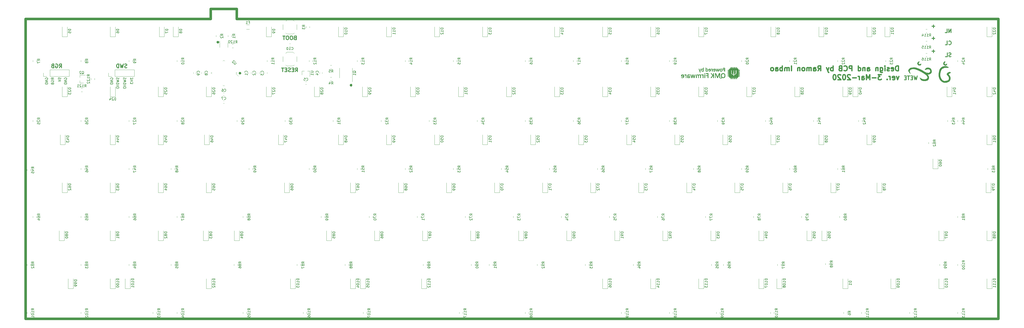
<source format=gbr>
G04 #@! TF.GenerationSoftware,KiCad,Pcbnew,(5.1.4)-1*
G04 #@! TF.CreationDate,2020-03-06T09:19:26+08:00*
G04 #@! TF.ProjectId,Wete,57657465-2e6b-4696-9361-645f70636258,rev?*
G04 #@! TF.SameCoordinates,Original*
G04 #@! TF.FileFunction,Legend,Bot*
G04 #@! TF.FilePolarity,Positive*
%FSLAX46Y46*%
G04 Gerber Fmt 4.6, Leading zero omitted, Abs format (unit mm)*
G04 Created by KiCad (PCBNEW (5.1.4)-1) date 2020-03-06 09:19:26*
%MOMM*%
%LPD*%
G04 APERTURE LIST*
%ADD10C,0.150000*%
%ADD11C,0.300000*%
%ADD12C,0.375000*%
%ADD13C,1.000000*%
%ADD14C,0.750000*%
%ADD15C,0.500000*%
%ADD16C,0.120000*%
%ADD17C,0.010000*%
G04 APERTURE END LIST*
D10*
X-1690625Y-14353154D02*
X-1738244Y-14257916D01*
X-1738244Y-14115059D01*
X-1690625Y-13972202D01*
X-1595386Y-13876964D01*
X-1500148Y-13829345D01*
X-1309672Y-13781726D01*
X-1166815Y-13781726D01*
X-976339Y-13829345D01*
X-881101Y-13876964D01*
X-785863Y-13972202D01*
X-738244Y-14115059D01*
X-738244Y-14210297D01*
X-785863Y-14353154D01*
X-833482Y-14400773D01*
X-1166815Y-14400773D01*
X-1166815Y-14210297D01*
X-738244Y-14829345D02*
X-1738244Y-14829345D01*
X-738244Y-15400773D01*
X-1738244Y-15400773D01*
X-738244Y-15876964D02*
X-1738244Y-15876964D01*
X-1738244Y-16115059D01*
X-1690625Y-16257916D01*
X-1595386Y-16353154D01*
X-1500148Y-16400773D01*
X-1309672Y-16448392D01*
X-1166815Y-16448392D01*
X-976339Y-16400773D01*
X-881101Y-16353154D01*
X-785863Y-16257916D01*
X-738244Y-16115059D01*
X-738244Y-15876964D01*
X5850000Y-14353154D02*
X5802380Y-14257916D01*
X5802380Y-14115059D01*
X5850000Y-13972202D01*
X5945238Y-13876964D01*
X6040476Y-13829345D01*
X6230952Y-13781726D01*
X6373809Y-13781726D01*
X6564285Y-13829345D01*
X6659523Y-13876964D01*
X6754761Y-13972202D01*
X6802380Y-14115059D01*
X6802380Y-14210297D01*
X6754761Y-14353154D01*
X6707142Y-14400773D01*
X6373809Y-14400773D01*
X6373809Y-14210297D01*
X6802380Y-14829345D02*
X5802380Y-14829345D01*
X6802380Y-15400773D01*
X5802380Y-15400773D01*
X6802380Y-15876964D02*
X5802380Y-15876964D01*
X5802380Y-16115059D01*
X5850000Y-16257916D01*
X5945238Y-16353154D01*
X6040476Y-16400773D01*
X6230952Y-16448392D01*
X6373809Y-16448392D01*
X6564285Y-16400773D01*
X6659523Y-16353154D01*
X6754761Y-16257916D01*
X6802380Y-16115059D01*
X6802380Y-15876964D01*
X1643005Y-14400773D02*
X1166815Y-14067440D01*
X1643005Y-13829345D02*
X643005Y-13829345D01*
X643005Y-14210297D01*
X690625Y-14305535D01*
X738244Y-14353154D01*
X833482Y-14400773D01*
X976339Y-14400773D01*
X1071577Y-14353154D01*
X1119196Y-14305535D01*
X1166815Y-14210297D01*
X1166815Y-13829345D01*
X690624Y-15353154D02*
X643005Y-15257916D01*
X643005Y-15115059D01*
X690624Y-14972202D01*
X785863Y-14876964D01*
X881101Y-14829345D01*
X1071577Y-14781726D01*
X1214434Y-14781726D01*
X1404910Y-14829345D01*
X1500148Y-14876964D01*
X1595386Y-14972202D01*
X1643005Y-15115059D01*
X1643005Y-15210297D01*
X1595386Y-15353154D01*
X1547767Y-15400773D01*
X1214434Y-15400773D01*
X1214434Y-15210297D01*
X1119196Y-16162678D02*
X1166815Y-16305535D01*
X1214434Y-16353154D01*
X1309672Y-16400773D01*
X1452529Y-16400773D01*
X1547767Y-16353154D01*
X1595386Y-16305535D01*
X1643005Y-16210297D01*
X1643005Y-15829345D01*
X643005Y-15829345D01*
X643005Y-16162678D01*
X690624Y-16257916D01*
X738244Y-16305535D01*
X833482Y-16353154D01*
X928720Y-16353154D01*
X1023958Y-16305535D01*
X1071577Y-16257916D01*
X1119196Y-16162678D01*
X1119196Y-15829345D01*
X3421130Y-14305535D02*
X3421130Y-13829345D01*
X3897321Y-13781726D01*
X3849702Y-13829345D01*
X3802083Y-13924583D01*
X3802083Y-14162678D01*
X3849702Y-14257916D01*
X3897321Y-14305535D01*
X3992559Y-14353154D01*
X4230654Y-14353154D01*
X4325892Y-14305535D01*
X4373511Y-14257916D01*
X4421130Y-14162678D01*
X4421130Y-13924583D01*
X4373511Y-13829345D01*
X4325892Y-13781726D01*
X3421130Y-14638869D02*
X4421130Y-14972202D01*
X3421130Y-15305535D01*
D11*
X3813839Y-9806696D02*
X4313839Y-9092410D01*
X4670982Y-9806696D02*
X4670982Y-8306696D01*
X4099553Y-8306696D01*
X3956696Y-8378125D01*
X3885267Y-8449553D01*
X3813839Y-8592410D01*
X3813839Y-8806696D01*
X3885267Y-8949553D01*
X3956696Y-9020982D01*
X4099553Y-9092410D01*
X4670982Y-9092410D01*
X2385267Y-8378125D02*
X2528125Y-8306696D01*
X2742410Y-8306696D01*
X2956696Y-8378125D01*
X3099553Y-8520982D01*
X3170982Y-8663839D01*
X3242410Y-8949553D01*
X3242410Y-9163839D01*
X3170982Y-9449553D01*
X3099553Y-9592410D01*
X2956696Y-9735267D01*
X2742410Y-9806696D01*
X2599553Y-9806696D01*
X2385267Y-9735267D01*
X2313839Y-9663839D01*
X2313839Y-9163839D01*
X2599553Y-9163839D01*
X1170982Y-9020982D02*
X956696Y-9092410D01*
X885267Y-9163839D01*
X813839Y-9306696D01*
X813839Y-9520982D01*
X885267Y-9663839D01*
X956696Y-9735267D01*
X1099553Y-9806696D01*
X1670982Y-9806696D01*
X1670982Y-8306696D01*
X1170982Y-8306696D01*
X1028125Y-8378125D01*
X956696Y-8449553D01*
X885267Y-8592410D01*
X885267Y-8735267D01*
X956696Y-8878125D01*
X1028125Y-8949553D01*
X1170982Y-9020982D01*
X1670982Y-9020982D01*
D12*
X344029464Y-13069196D02*
X343672321Y-14569196D01*
X343386607Y-13497767D01*
X343100892Y-14569196D01*
X342743750Y-13069196D01*
X342172321Y-13783482D02*
X341672321Y-13783482D01*
X341458035Y-14569196D02*
X342172321Y-14569196D01*
X342172321Y-13069196D01*
X341458035Y-13069196D01*
X341029464Y-13069196D02*
X340172321Y-13069196D01*
X340600892Y-14569196D02*
X340600892Y-13069196D01*
X339672321Y-13783482D02*
X339172321Y-13783482D01*
X338958035Y-14569196D02*
X339672321Y-14569196D01*
X339672321Y-13069196D01*
X338958035Y-13069196D01*
D13*
X-9525000Y-109537500D02*
X-9525000Y9525000D01*
X376237500Y-109537500D02*
X-9525000Y-109537500D01*
X376237500Y9525000D02*
X376237500Y-109537500D01*
X74215625Y9525000D02*
X376237500Y9525000D01*
X74215625Y13493750D02*
X74215625Y9525000D01*
X63896875Y13493750D02*
X74215625Y13493750D01*
X63896875Y9525000D02*
X63896875Y13493750D01*
X-9525000Y9525000D02*
X63896875Y9525000D01*
D11*
X351012053Y-3282142D02*
X349869196Y-3282142D01*
X350440625Y-3853571D02*
X350440625Y-2710714D01*
X351012053Y1877232D02*
X349869196Y1877232D01*
X350440625Y1305803D02*
X350440625Y2448660D01*
X351012053Y6639732D02*
X349869196Y6639732D01*
X350440625Y6068303D02*
X350440625Y7211160D01*
X357429464Y-5369642D02*
X357215178Y-5441071D01*
X356858035Y-5441071D01*
X356715178Y-5369642D01*
X356643750Y-5298214D01*
X356572321Y-5155357D01*
X356572321Y-5012500D01*
X356643750Y-4869642D01*
X356715178Y-4798214D01*
X356858035Y-4726785D01*
X357143750Y-4655357D01*
X357286607Y-4583928D01*
X357358035Y-4512500D01*
X357429464Y-4369642D01*
X357429464Y-4226785D01*
X357358035Y-4083928D01*
X357286607Y-4012500D01*
X357143750Y-3941071D01*
X356786607Y-3941071D01*
X356572321Y-4012500D01*
X355215178Y-5441071D02*
X355929464Y-5441071D01*
X355929464Y-3941071D01*
X356536607Y-535714D02*
X356608035Y-607142D01*
X356822321Y-678571D01*
X356965178Y-678571D01*
X357179464Y-607142D01*
X357322321Y-464285D01*
X357393750Y-321428D01*
X357465178Y-35714D01*
X357465178Y178571D01*
X357393750Y464285D01*
X357322321Y607142D01*
X357179464Y750000D01*
X356965178Y821428D01*
X356822321Y821428D01*
X356608035Y750000D01*
X356536607Y678571D01*
X355179464Y-678571D02*
X355893750Y-678571D01*
X355893750Y821428D01*
X357429464Y4083928D02*
X357429464Y5583928D01*
X356572321Y4083928D01*
X356572321Y5583928D01*
X355143750Y4083928D02*
X355858035Y4083928D01*
X355858035Y5583928D01*
D10*
X24106250Y-14353154D02*
X24058630Y-14257916D01*
X24058630Y-14115059D01*
X24106250Y-13972202D01*
X24201488Y-13876964D01*
X24296726Y-13829345D01*
X24487202Y-13781726D01*
X24630059Y-13781726D01*
X24820535Y-13829345D01*
X24915773Y-13876964D01*
X25011011Y-13972202D01*
X25058630Y-14115059D01*
X25058630Y-14210297D01*
X25011011Y-14353154D01*
X24963392Y-14400773D01*
X24630059Y-14400773D01*
X24630059Y-14210297D01*
X25058630Y-14829345D02*
X24058630Y-14829345D01*
X25058630Y-15400773D01*
X24058630Y-15400773D01*
X25058630Y-15876964D02*
X24058630Y-15876964D01*
X24058630Y-16115059D01*
X24106250Y-16257916D01*
X24201488Y-16353154D01*
X24296726Y-16400773D01*
X24487202Y-16448392D01*
X24630059Y-16448392D01*
X24820535Y-16400773D01*
X24915773Y-16353154D01*
X25011011Y-16257916D01*
X25058630Y-16115059D01*
X25058630Y-15876964D01*
X27392261Y-13781726D02*
X27439880Y-13924583D01*
X27439880Y-14162678D01*
X27392261Y-14257916D01*
X27344642Y-14305535D01*
X27249404Y-14353154D01*
X27154166Y-14353154D01*
X27058928Y-14305535D01*
X27011309Y-14257916D01*
X26963690Y-14162678D01*
X26916071Y-13972202D01*
X26868452Y-13876964D01*
X26820833Y-13829345D01*
X26725595Y-13781726D01*
X26630357Y-13781726D01*
X26535119Y-13829345D01*
X26487500Y-13876964D01*
X26439880Y-13972202D01*
X26439880Y-14210297D01*
X26487500Y-14353154D01*
X26439880Y-14686488D02*
X27439880Y-14924583D01*
X26725595Y-15115059D01*
X27439880Y-15305535D01*
X26439880Y-15543630D01*
X27439880Y-15924583D02*
X26439880Y-15924583D01*
X26439880Y-16162678D01*
X26487500Y-16305535D01*
X26582738Y-16400773D01*
X26677976Y-16448392D01*
X26868452Y-16496011D01*
X27011309Y-16496011D01*
X27201785Y-16448392D01*
X27297023Y-16400773D01*
X27392261Y-16305535D01*
X27439880Y-16162678D01*
X27439880Y-15924583D01*
X27439880Y-16924583D02*
X26439880Y-16924583D01*
X26439880Y-17591250D02*
X26439880Y-17781726D01*
X26487500Y-17876964D01*
X26582738Y-17972202D01*
X26773214Y-18019821D01*
X27106547Y-18019821D01*
X27297023Y-17972202D01*
X27392261Y-17876964D01*
X27439880Y-17781726D01*
X27439880Y-17591250D01*
X27392261Y-17496011D01*
X27297023Y-17400773D01*
X27106547Y-17353154D01*
X26773214Y-17353154D01*
X26582738Y-17400773D01*
X26487500Y-17496011D01*
X26439880Y-17591250D01*
X30170386Y-13781726D02*
X30218005Y-13924583D01*
X30218005Y-14162678D01*
X30170386Y-14257916D01*
X30122767Y-14305535D01*
X30027529Y-14353154D01*
X29932291Y-14353154D01*
X29837053Y-14305535D01*
X29789434Y-14257916D01*
X29741815Y-14162678D01*
X29694196Y-13972202D01*
X29646577Y-13876964D01*
X29598958Y-13829345D01*
X29503720Y-13781726D01*
X29408482Y-13781726D01*
X29313244Y-13829345D01*
X29265625Y-13876964D01*
X29218005Y-13972202D01*
X29218005Y-14210297D01*
X29265625Y-14353154D01*
X29218005Y-14686488D02*
X30218005Y-14924583D01*
X29503720Y-15115059D01*
X30218005Y-15305535D01*
X29218005Y-15543630D01*
X30218005Y-15924583D02*
X29218005Y-15924583D01*
X29218005Y-16162678D01*
X29265625Y-16305535D01*
X29360863Y-16400773D01*
X29456101Y-16448392D01*
X29646577Y-16496011D01*
X29789434Y-16496011D01*
X29979910Y-16448392D01*
X30075148Y-16400773D01*
X30170386Y-16305535D01*
X30218005Y-16162678D01*
X30218005Y-15924583D01*
X30218005Y-16924583D02*
X29218005Y-16924583D01*
X29218005Y-17591250D02*
X29218005Y-17781726D01*
X29265625Y-17876964D01*
X29360863Y-17972202D01*
X29551339Y-18019821D01*
X29884672Y-18019821D01*
X30075148Y-17972202D01*
X30170386Y-17876964D01*
X30218005Y-17781726D01*
X30218005Y-17591250D01*
X30170386Y-17496011D01*
X30075148Y-17400773D01*
X29884672Y-17353154D01*
X29551339Y-17353154D01*
X29360863Y-17400773D01*
X29265625Y-17496011D01*
X29218005Y-17591250D01*
X31996130Y-13734107D02*
X31996130Y-14353154D01*
X32377083Y-14019821D01*
X32377083Y-14162678D01*
X32424702Y-14257916D01*
X32472321Y-14305535D01*
X32567559Y-14353154D01*
X32805654Y-14353154D01*
X32900892Y-14305535D01*
X32948511Y-14257916D01*
X32996130Y-14162678D01*
X32996130Y-13876964D01*
X32948511Y-13781726D01*
X32900892Y-13734107D01*
X31996130Y-14638869D02*
X32996130Y-14972202D01*
X31996130Y-15305535D01*
X31996130Y-15543630D02*
X31996130Y-16162678D01*
X32377083Y-15829345D01*
X32377083Y-15972202D01*
X32424702Y-16067440D01*
X32472321Y-16115059D01*
X32567559Y-16162678D01*
X32805654Y-16162678D01*
X32900892Y-16115059D01*
X32948511Y-16067440D01*
X32996130Y-15972202D01*
X32996130Y-15686488D01*
X32948511Y-15591250D01*
X32900892Y-15543630D01*
D11*
X30610714Y-9735267D02*
X30396428Y-9806696D01*
X30039285Y-9806696D01*
X29896428Y-9735267D01*
X29825000Y-9663839D01*
X29753571Y-9520982D01*
X29753571Y-9378125D01*
X29825000Y-9235267D01*
X29896428Y-9163839D01*
X30039285Y-9092410D01*
X30325000Y-9020982D01*
X30467857Y-8949553D01*
X30539285Y-8878125D01*
X30610714Y-8735267D01*
X30610714Y-8592410D01*
X30539285Y-8449553D01*
X30467857Y-8378125D01*
X30325000Y-8306696D01*
X29967857Y-8306696D01*
X29753571Y-8378125D01*
X29253571Y-8306696D02*
X28896428Y-9806696D01*
X28610714Y-8735267D01*
X28325000Y-9806696D01*
X27967857Y-8306696D01*
X27396428Y-9806696D02*
X27396428Y-8306696D01*
X27039285Y-8306696D01*
X26825000Y-8378125D01*
X26682142Y-8520982D01*
X26610714Y-8663839D01*
X26539285Y-8949553D01*
X26539285Y-9163839D01*
X26610714Y-9449553D01*
X26682142Y-9592410D01*
X26825000Y-9735267D01*
X27039285Y-9806696D01*
X27396428Y-9806696D01*
D14*
X119459375Y-16549553D02*
X119316517Y-16692410D01*
X119459375Y-16835267D01*
X119602232Y-16692410D01*
X119459375Y-16549553D01*
X119459375Y-16835267D01*
X66675000Y516071D02*
X66532142Y373214D01*
X66675000Y230357D01*
X66817857Y373214D01*
X66675000Y516071D01*
X66675000Y230357D01*
X75406250Y-11787053D02*
X75263392Y-11929910D01*
X75406250Y-12072767D01*
X75549107Y-11929910D01*
X75406250Y-11787053D01*
X75406250Y-12072767D01*
D15*
X336542559Y-11061011D02*
X336542559Y-9061011D01*
X336066369Y-9061011D01*
X335780654Y-9156250D01*
X335590178Y-9346726D01*
X335494940Y-9537202D01*
X335399702Y-9918154D01*
X335399702Y-10203869D01*
X335494940Y-10584821D01*
X335590178Y-10775297D01*
X335780654Y-10965773D01*
X336066369Y-11061011D01*
X336542559Y-11061011D01*
X333780654Y-10965773D02*
X333971130Y-11061011D01*
X334352083Y-11061011D01*
X334542559Y-10965773D01*
X334637797Y-10775297D01*
X334637797Y-10013392D01*
X334542559Y-9822916D01*
X334352083Y-9727678D01*
X333971130Y-9727678D01*
X333780654Y-9822916D01*
X333685416Y-10013392D01*
X333685416Y-10203869D01*
X334637797Y-10394345D01*
X332923511Y-10965773D02*
X332733035Y-11061011D01*
X332352083Y-11061011D01*
X332161607Y-10965773D01*
X332066369Y-10775297D01*
X332066369Y-10680059D01*
X332161607Y-10489583D01*
X332352083Y-10394345D01*
X332637797Y-10394345D01*
X332828273Y-10299107D01*
X332923511Y-10108630D01*
X332923511Y-10013392D01*
X332828273Y-9822916D01*
X332637797Y-9727678D01*
X332352083Y-9727678D01*
X332161607Y-9822916D01*
X331209226Y-11061011D02*
X331209226Y-9727678D01*
X331209226Y-9061011D02*
X331304464Y-9156250D01*
X331209226Y-9251488D01*
X331113988Y-9156250D01*
X331209226Y-9061011D01*
X331209226Y-9251488D01*
X329399702Y-9727678D02*
X329399702Y-11346726D01*
X329494940Y-11537202D01*
X329590178Y-11632440D01*
X329780654Y-11727678D01*
X330066369Y-11727678D01*
X330256845Y-11632440D01*
X329399702Y-10965773D02*
X329590178Y-11061011D01*
X329971130Y-11061011D01*
X330161607Y-10965773D01*
X330256845Y-10870535D01*
X330352083Y-10680059D01*
X330352083Y-10108630D01*
X330256845Y-9918154D01*
X330161607Y-9822916D01*
X329971130Y-9727678D01*
X329590178Y-9727678D01*
X329399702Y-9822916D01*
X328447321Y-9727678D02*
X328447321Y-11061011D01*
X328447321Y-9918154D02*
X328352083Y-9822916D01*
X328161607Y-9727678D01*
X327875892Y-9727678D01*
X327685416Y-9822916D01*
X327590178Y-10013392D01*
X327590178Y-11061011D01*
X324256845Y-11061011D02*
X324256845Y-10013392D01*
X324352083Y-9822916D01*
X324542559Y-9727678D01*
X324923511Y-9727678D01*
X325113988Y-9822916D01*
X324256845Y-10965773D02*
X324447321Y-11061011D01*
X324923511Y-11061011D01*
X325113988Y-10965773D01*
X325209226Y-10775297D01*
X325209226Y-10584821D01*
X325113988Y-10394345D01*
X324923511Y-10299107D01*
X324447321Y-10299107D01*
X324256845Y-10203869D01*
X323304464Y-9727678D02*
X323304464Y-11061011D01*
X323304464Y-9918154D02*
X323209226Y-9822916D01*
X323018750Y-9727678D01*
X322733035Y-9727678D01*
X322542559Y-9822916D01*
X322447321Y-10013392D01*
X322447321Y-11061011D01*
X320637797Y-11061011D02*
X320637797Y-9061011D01*
X320637797Y-10965773D02*
X320828273Y-11061011D01*
X321209226Y-11061011D01*
X321399702Y-10965773D01*
X321494940Y-10870535D01*
X321590178Y-10680059D01*
X321590178Y-10108630D01*
X321494940Y-9918154D01*
X321399702Y-9822916D01*
X321209226Y-9727678D01*
X320828273Y-9727678D01*
X320637797Y-9822916D01*
X318161607Y-11061011D02*
X318161607Y-9061011D01*
X317399702Y-9061011D01*
X317209226Y-9156250D01*
X317113988Y-9251488D01*
X317018750Y-9441964D01*
X317018750Y-9727678D01*
X317113988Y-9918154D01*
X317209226Y-10013392D01*
X317399702Y-10108630D01*
X318161607Y-10108630D01*
X315018750Y-10870535D02*
X315113988Y-10965773D01*
X315399702Y-11061011D01*
X315590178Y-11061011D01*
X315875892Y-10965773D01*
X316066369Y-10775297D01*
X316161607Y-10584821D01*
X316256845Y-10203869D01*
X316256845Y-9918154D01*
X316161607Y-9537202D01*
X316066369Y-9346726D01*
X315875892Y-9156250D01*
X315590178Y-9061011D01*
X315399702Y-9061011D01*
X315113988Y-9156250D01*
X315018750Y-9251488D01*
X313494940Y-10013392D02*
X313209226Y-10108630D01*
X313113988Y-10203869D01*
X313018750Y-10394345D01*
X313018750Y-10680059D01*
X313113988Y-10870535D01*
X313209226Y-10965773D01*
X313399702Y-11061011D01*
X314161607Y-11061011D01*
X314161607Y-9061011D01*
X313494940Y-9061011D01*
X313304464Y-9156250D01*
X313209226Y-9251488D01*
X313113988Y-9441964D01*
X313113988Y-9632440D01*
X313209226Y-9822916D01*
X313304464Y-9918154D01*
X313494940Y-10013392D01*
X314161607Y-10013392D01*
X310637797Y-11061011D02*
X310637797Y-9061011D01*
X310637797Y-9822916D02*
X310447321Y-9727678D01*
X310066369Y-9727678D01*
X309875892Y-9822916D01*
X309780654Y-9918154D01*
X309685416Y-10108630D01*
X309685416Y-10680059D01*
X309780654Y-10870535D01*
X309875892Y-10965773D01*
X310066369Y-11061011D01*
X310447321Y-11061011D01*
X310637797Y-10965773D01*
X309018750Y-9727678D02*
X308542559Y-11061011D01*
X308066369Y-9727678D02*
X308542559Y-11061011D01*
X308733035Y-11537202D01*
X308828273Y-11632440D01*
X309018750Y-11727678D01*
X304637797Y-11061011D02*
X305304464Y-10108630D01*
X305780654Y-11061011D02*
X305780654Y-9061011D01*
X305018750Y-9061011D01*
X304828273Y-9156250D01*
X304733035Y-9251488D01*
X304637797Y-9441964D01*
X304637797Y-9727678D01*
X304733035Y-9918154D01*
X304828273Y-10013392D01*
X305018750Y-10108630D01*
X305780654Y-10108630D01*
X302923511Y-11061011D02*
X302923511Y-10013392D01*
X303018750Y-9822916D01*
X303209226Y-9727678D01*
X303590178Y-9727678D01*
X303780654Y-9822916D01*
X302923511Y-10965773D02*
X303113988Y-11061011D01*
X303590178Y-11061011D01*
X303780654Y-10965773D01*
X303875892Y-10775297D01*
X303875892Y-10584821D01*
X303780654Y-10394345D01*
X303590178Y-10299107D01*
X303113988Y-10299107D01*
X302923511Y-10203869D01*
X301971130Y-11061011D02*
X301971130Y-9727678D01*
X301971130Y-9918154D02*
X301875892Y-9822916D01*
X301685416Y-9727678D01*
X301399702Y-9727678D01*
X301209226Y-9822916D01*
X301113988Y-10013392D01*
X301113988Y-11061011D01*
X301113988Y-10013392D02*
X301018750Y-9822916D01*
X300828273Y-9727678D01*
X300542559Y-9727678D01*
X300352083Y-9822916D01*
X300256845Y-10013392D01*
X300256845Y-11061011D01*
X299018750Y-11061011D02*
X299209226Y-10965773D01*
X299304464Y-10870535D01*
X299399702Y-10680059D01*
X299399702Y-10108630D01*
X299304464Y-9918154D01*
X299209226Y-9822916D01*
X299018750Y-9727678D01*
X298733035Y-9727678D01*
X298542559Y-9822916D01*
X298447321Y-9918154D01*
X298352083Y-10108630D01*
X298352083Y-10680059D01*
X298447321Y-10870535D01*
X298542559Y-10965773D01*
X298733035Y-11061011D01*
X299018750Y-11061011D01*
X297494940Y-9727678D02*
X297494940Y-11061011D01*
X297494940Y-9918154D02*
X297399702Y-9822916D01*
X297209226Y-9727678D01*
X296923511Y-9727678D01*
X296733035Y-9822916D01*
X296637797Y-10013392D01*
X296637797Y-11061011D01*
X294161607Y-11061011D02*
X294161607Y-9061011D01*
X293209226Y-11061011D02*
X293209226Y-9727678D01*
X293209226Y-9918154D02*
X293113988Y-9822916D01*
X292923511Y-9727678D01*
X292637797Y-9727678D01*
X292447321Y-9822916D01*
X292352083Y-10013392D01*
X292352083Y-11061011D01*
X292352083Y-10013392D02*
X292256845Y-9822916D01*
X292066369Y-9727678D01*
X291780654Y-9727678D01*
X291590178Y-9822916D01*
X291494940Y-10013392D01*
X291494940Y-11061011D01*
X290542559Y-11061011D02*
X290542559Y-9061011D01*
X290542559Y-9822916D02*
X290352083Y-9727678D01*
X289971130Y-9727678D01*
X289780654Y-9822916D01*
X289685416Y-9918154D01*
X289590178Y-10108630D01*
X289590178Y-10680059D01*
X289685416Y-10870535D01*
X289780654Y-10965773D01*
X289971130Y-11061011D01*
X290352083Y-11061011D01*
X290542559Y-10965773D01*
X287875892Y-11061011D02*
X287875892Y-10013392D01*
X287971130Y-9822916D01*
X288161607Y-9727678D01*
X288542559Y-9727678D01*
X288733035Y-9822916D01*
X287875892Y-10965773D02*
X288066369Y-11061011D01*
X288542559Y-11061011D01*
X288733035Y-10965773D01*
X288828273Y-10775297D01*
X288828273Y-10584821D01*
X288733035Y-10394345D01*
X288542559Y-10299107D01*
X288066369Y-10299107D01*
X287875892Y-10203869D01*
X286637797Y-11061011D02*
X286828273Y-10965773D01*
X286923511Y-10870535D01*
X287018750Y-10680059D01*
X287018750Y-10108630D01*
X286923511Y-9918154D01*
X286828273Y-9822916D01*
X286637797Y-9727678D01*
X286352083Y-9727678D01*
X286161607Y-9822916D01*
X286066369Y-9918154D01*
X285971130Y-10108630D01*
X285971130Y-10680059D01*
X286066369Y-10870535D01*
X286161607Y-10965773D01*
X286352083Y-11061011D01*
X286637797Y-11061011D01*
X336733035Y-13227678D02*
X336256845Y-14561011D01*
X335780654Y-13227678D01*
X334256845Y-14465773D02*
X334447321Y-14561011D01*
X334828273Y-14561011D01*
X335018750Y-14465773D01*
X335113988Y-14275297D01*
X335113988Y-13513392D01*
X335018750Y-13322916D01*
X334828273Y-13227678D01*
X334447321Y-13227678D01*
X334256845Y-13322916D01*
X334161607Y-13513392D01*
X334161607Y-13703869D01*
X335113988Y-13894345D01*
X333304464Y-14561011D02*
X333304464Y-13227678D01*
X333304464Y-13608630D02*
X333209226Y-13418154D01*
X333113988Y-13322916D01*
X332923511Y-13227678D01*
X332733035Y-13227678D01*
X332066369Y-14370535D02*
X331971130Y-14465773D01*
X332066369Y-14561011D01*
X332161607Y-14465773D01*
X332066369Y-14370535D01*
X332066369Y-14561011D01*
X329780654Y-12561011D02*
X328542559Y-12561011D01*
X329209226Y-13322916D01*
X328923511Y-13322916D01*
X328733035Y-13418154D01*
X328637797Y-13513392D01*
X328542559Y-13703869D01*
X328542559Y-14180059D01*
X328637797Y-14370535D01*
X328733035Y-14465773D01*
X328923511Y-14561011D01*
X329494940Y-14561011D01*
X329685416Y-14465773D01*
X329780654Y-14370535D01*
X327685416Y-13799107D02*
X326161607Y-13799107D01*
X325209226Y-14561011D02*
X325209226Y-12561011D01*
X324542559Y-13989583D01*
X323875892Y-12561011D01*
X323875892Y-14561011D01*
X322066369Y-14561011D02*
X322066369Y-13513392D01*
X322161607Y-13322916D01*
X322352083Y-13227678D01*
X322733035Y-13227678D01*
X322923511Y-13322916D01*
X322066369Y-14465773D02*
X322256845Y-14561011D01*
X322733035Y-14561011D01*
X322923511Y-14465773D01*
X323018750Y-14275297D01*
X323018750Y-14084821D01*
X322923511Y-13894345D01*
X322733035Y-13799107D01*
X322256845Y-13799107D01*
X322066369Y-13703869D01*
X321113988Y-14561011D02*
X321113988Y-13227678D01*
X321113988Y-13608630D02*
X321018750Y-13418154D01*
X320923511Y-13322916D01*
X320733035Y-13227678D01*
X320542559Y-13227678D01*
X319875892Y-13799107D02*
X318352083Y-13799107D01*
X317494940Y-12751488D02*
X317399702Y-12656250D01*
X317209226Y-12561011D01*
X316733035Y-12561011D01*
X316542559Y-12656250D01*
X316447321Y-12751488D01*
X316352083Y-12941964D01*
X316352083Y-13132440D01*
X316447321Y-13418154D01*
X317590178Y-14561011D01*
X316352083Y-14561011D01*
X315113988Y-12561011D02*
X314923511Y-12561011D01*
X314733035Y-12656250D01*
X314637797Y-12751488D01*
X314542559Y-12941964D01*
X314447321Y-13322916D01*
X314447321Y-13799107D01*
X314542559Y-14180059D01*
X314637797Y-14370535D01*
X314733035Y-14465773D01*
X314923511Y-14561011D01*
X315113988Y-14561011D01*
X315304464Y-14465773D01*
X315399702Y-14370535D01*
X315494940Y-14180059D01*
X315590178Y-13799107D01*
X315590178Y-13322916D01*
X315494940Y-12941964D01*
X315399702Y-12751488D01*
X315304464Y-12656250D01*
X315113988Y-12561011D01*
X313685416Y-12751488D02*
X313590178Y-12656250D01*
X313399702Y-12561011D01*
X312923511Y-12561011D01*
X312733035Y-12656250D01*
X312637797Y-12751488D01*
X312542559Y-12941964D01*
X312542559Y-13132440D01*
X312637797Y-13418154D01*
X313780654Y-14561011D01*
X312542559Y-14561011D01*
X311304464Y-12561011D02*
X311113988Y-12561011D01*
X310923511Y-12656250D01*
X310828273Y-12751488D01*
X310733035Y-12941964D01*
X310637797Y-13322916D01*
X310637797Y-13799107D01*
X310733035Y-14180059D01*
X310828273Y-14370535D01*
X310923511Y-14465773D01*
X311113988Y-14561011D01*
X311304464Y-14561011D01*
X311494940Y-14465773D01*
X311590178Y-14370535D01*
X311685416Y-14180059D01*
X311780654Y-13799107D01*
X311780654Y-13322916D01*
X311685416Y-12941964D01*
X311590178Y-12751488D01*
X311494940Y-12656250D01*
X311304464Y-12561011D01*
D11*
X97428571Y-11394196D02*
X97928571Y-10679910D01*
X98285714Y-11394196D02*
X98285714Y-9894196D01*
X97714285Y-9894196D01*
X97571428Y-9965625D01*
X97500000Y-10037053D01*
X97428571Y-10179910D01*
X97428571Y-10394196D01*
X97500000Y-10537053D01*
X97571428Y-10608482D01*
X97714285Y-10679910D01*
X98285714Y-10679910D01*
X96785714Y-10608482D02*
X96285714Y-10608482D01*
X96071428Y-11394196D02*
X96785714Y-11394196D01*
X96785714Y-9894196D01*
X96071428Y-9894196D01*
X95500000Y-11322767D02*
X95285714Y-11394196D01*
X94928571Y-11394196D01*
X94785714Y-11322767D01*
X94714285Y-11251339D01*
X94642857Y-11108482D01*
X94642857Y-10965625D01*
X94714285Y-10822767D01*
X94785714Y-10751339D01*
X94928571Y-10679910D01*
X95214285Y-10608482D01*
X95357142Y-10537053D01*
X95428571Y-10465625D01*
X95500000Y-10322767D01*
X95500000Y-10179910D01*
X95428571Y-10037053D01*
X95357142Y-9965625D01*
X95214285Y-9894196D01*
X94857142Y-9894196D01*
X94642857Y-9965625D01*
X94000000Y-10608482D02*
X93500000Y-10608482D01*
X93285714Y-11394196D02*
X94000000Y-11394196D01*
X94000000Y-9894196D01*
X93285714Y-9894196D01*
X92857142Y-9894196D02*
X92000000Y-9894196D01*
X92428571Y-11394196D02*
X92428571Y-9894196D01*
X97285714Y2091517D02*
X97071428Y2020089D01*
X97000000Y1948660D01*
X96928571Y1805803D01*
X96928571Y1591517D01*
X97000000Y1448660D01*
X97071428Y1377232D01*
X97214285Y1305803D01*
X97785714Y1305803D01*
X97785714Y2805803D01*
X97285714Y2805803D01*
X97142857Y2734375D01*
X97071428Y2662946D01*
X97000000Y2520089D01*
X97000000Y2377232D01*
X97071428Y2234375D01*
X97142857Y2162946D01*
X97285714Y2091517D01*
X97785714Y2091517D01*
X96000000Y2805803D02*
X95714285Y2805803D01*
X95571428Y2734375D01*
X95428571Y2591517D01*
X95357142Y2305803D01*
X95357142Y1805803D01*
X95428571Y1520089D01*
X95571428Y1377232D01*
X95714285Y1305803D01*
X96000000Y1305803D01*
X96142857Y1377232D01*
X96285714Y1520089D01*
X96357142Y1805803D01*
X96357142Y2305803D01*
X96285714Y2591517D01*
X96142857Y2734375D01*
X96000000Y2805803D01*
X94428571Y2805803D02*
X94142857Y2805803D01*
X94000000Y2734375D01*
X93857142Y2591517D01*
X93785714Y2305803D01*
X93785714Y1805803D01*
X93857142Y1520089D01*
X94000000Y1377232D01*
X94142857Y1305803D01*
X94428571Y1305803D01*
X94571428Y1377232D01*
X94714285Y1520089D01*
X94785714Y1805803D01*
X94785714Y2305803D01*
X94714285Y2591517D01*
X94571428Y2734375D01*
X94428571Y2805803D01*
X93357142Y2805803D02*
X92500000Y2805803D01*
X92928571Y1305803D02*
X92928571Y2805803D01*
D16*
X17775625Y-14028922D02*
X17775625Y-14546078D01*
X16355625Y-14028922D02*
X16355625Y-14546078D01*
X12958578Y-19363125D02*
X12441422Y-19363125D01*
X12958578Y-17943125D02*
X12441422Y-17943125D01*
X11940000Y-15867500D02*
X13400000Y-15867500D01*
X11940000Y-12707500D02*
X14100000Y-12707500D01*
X11940000Y-12707500D02*
X11940000Y-13637500D01*
X11940000Y-15867500D02*
X11940000Y-14937500D01*
X-2520625Y-11906250D02*
X-2520625Y-13236250D01*
X-2520625Y-13236250D02*
X-1190625Y-13236250D01*
X79375Y-13236250D02*
X7759375Y-13236250D01*
X7759375Y-10576250D02*
X7759375Y-13236250D01*
X79375Y-10576250D02*
X7759375Y-10576250D01*
X79375Y-10576250D02*
X79375Y-13236250D01*
D17*
G36*
X259157051Y-9738724D02*
G01*
X259140692Y-9746047D01*
X259129269Y-9760150D01*
X259121901Y-9787448D01*
X259117703Y-9834352D01*
X259115793Y-9907273D01*
X259115288Y-10012625D01*
X259115278Y-10042093D01*
X259115278Y-10332203D01*
X259014588Y-10269611D01*
X258894853Y-10213365D01*
X258779901Y-10196889D01*
X258668533Y-10220079D01*
X258631631Y-10236797D01*
X258540625Y-10299808D01*
X258475037Y-10384011D01*
X258432973Y-10493522D01*
X258412541Y-10632451D01*
X258409835Y-10718720D01*
X258422133Y-10887200D01*
X258458944Y-11025089D01*
X258519737Y-11131735D01*
X258603984Y-11206481D01*
X258711155Y-11248674D01*
X258840720Y-11257658D01*
X258845554Y-11257370D01*
X258925352Y-11248699D01*
X258983019Y-11230766D01*
X259036638Y-11197176D01*
X259053842Y-11183731D01*
X259135437Y-11118159D01*
X259135437Y-11177429D01*
X259148132Y-11229892D01*
X259188899Y-11256327D01*
X259234520Y-11261170D01*
X259272184Y-11254292D01*
X259283268Y-11247731D01*
X259286325Y-11225180D01*
X259289137Y-11166868D01*
X259291625Y-11077351D01*
X259293707Y-10961185D01*
X259295302Y-10822926D01*
X259295827Y-10743230D01*
X259115278Y-10743230D01*
X259115278Y-10933496D01*
X259025014Y-11016698D01*
X258966616Y-11065870D01*
X258919371Y-11091144D01*
X258868611Y-11099589D01*
X258852340Y-11099900D01*
X258789453Y-11094880D01*
X258738463Y-11082468D01*
X258731003Y-11079068D01*
X258675380Y-11027591D01*
X258634239Y-10943601D01*
X258609704Y-10832961D01*
X258603465Y-10726964D01*
X258614947Y-10587133D01*
X258647901Y-10479098D01*
X258701699Y-10403856D01*
X258775712Y-10362405D01*
X258838188Y-10354027D01*
X258887660Y-10366509D01*
X258952292Y-10398165D01*
X259018095Y-10440315D01*
X259071083Y-10484276D01*
X259093686Y-10512619D01*
X259103197Y-10549965D01*
X259110570Y-10616174D01*
X259114734Y-10699803D01*
X259115278Y-10743230D01*
X259295827Y-10743230D01*
X259296329Y-10667130D01*
X259296706Y-10498354D01*
X259296707Y-10492163D01*
X259296707Y-9750034D01*
X259247765Y-9737750D01*
X259191844Y-9733249D01*
X259157051Y-9738724D01*
X259157051Y-9738724D01*
G37*
X259157051Y-9738724D02*
X259140692Y-9746047D01*
X259129269Y-9760150D01*
X259121901Y-9787448D01*
X259117703Y-9834352D01*
X259115793Y-9907273D01*
X259115288Y-10012625D01*
X259115278Y-10042093D01*
X259115278Y-10332203D01*
X259014588Y-10269611D01*
X258894853Y-10213365D01*
X258779901Y-10196889D01*
X258668533Y-10220079D01*
X258631631Y-10236797D01*
X258540625Y-10299808D01*
X258475037Y-10384011D01*
X258432973Y-10493522D01*
X258412541Y-10632451D01*
X258409835Y-10718720D01*
X258422133Y-10887200D01*
X258458944Y-11025089D01*
X258519737Y-11131735D01*
X258603984Y-11206481D01*
X258711155Y-11248674D01*
X258840720Y-11257658D01*
X258845554Y-11257370D01*
X258925352Y-11248699D01*
X258983019Y-11230766D01*
X259036638Y-11197176D01*
X259053842Y-11183731D01*
X259135437Y-11118159D01*
X259135437Y-11177429D01*
X259148132Y-11229892D01*
X259188899Y-11256327D01*
X259234520Y-11261170D01*
X259272184Y-11254292D01*
X259283268Y-11247731D01*
X259286325Y-11225180D01*
X259289137Y-11166868D01*
X259291625Y-11077351D01*
X259293707Y-10961185D01*
X259295302Y-10822926D01*
X259295827Y-10743230D01*
X259115278Y-10743230D01*
X259115278Y-10933496D01*
X259025014Y-11016698D01*
X258966616Y-11065870D01*
X258919371Y-11091144D01*
X258868611Y-11099589D01*
X258852340Y-11099900D01*
X258789453Y-11094880D01*
X258738463Y-11082468D01*
X258731003Y-11079068D01*
X258675380Y-11027591D01*
X258634239Y-10943601D01*
X258609704Y-10832961D01*
X258603465Y-10726964D01*
X258614947Y-10587133D01*
X258647901Y-10479098D01*
X258701699Y-10403856D01*
X258775712Y-10362405D01*
X258838188Y-10354027D01*
X258887660Y-10366509D01*
X258952292Y-10398165D01*
X259018095Y-10440315D01*
X259071083Y-10484276D01*
X259093686Y-10512619D01*
X259103197Y-10549965D01*
X259110570Y-10616174D01*
X259114734Y-10699803D01*
X259115278Y-10743230D01*
X259295827Y-10743230D01*
X259296329Y-10667130D01*
X259296706Y-10498354D01*
X259296707Y-10492163D01*
X259296707Y-9750034D01*
X259247765Y-9737750D01*
X259191844Y-9733249D01*
X259157051Y-9738724D01*
G36*
X260133294Y-9759345D02*
G01*
X260128007Y-10499732D01*
X260122719Y-11240119D01*
X260173319Y-11252819D01*
X260236764Y-11257943D01*
X260273231Y-11233653D01*
X260284485Y-11181168D01*
X260286800Y-11138396D01*
X260292385Y-11120070D01*
X260292538Y-11120059D01*
X260312133Y-11130426D01*
X260355195Y-11157445D01*
X260405437Y-11190615D01*
X260472956Y-11231990D01*
X260529209Y-11253121D01*
X260593420Y-11260140D01*
X260624169Y-11260381D01*
X260700396Y-11255089D01*
X260770016Y-11242433D01*
X260799532Y-11232815D01*
X260875455Y-11181501D01*
X260943129Y-11102614D01*
X260991797Y-11008817D01*
X260993294Y-11004659D01*
X261005841Y-10947987D01*
X261015166Y-10864631D01*
X261019902Y-10768180D01*
X261020225Y-10737043D01*
X261016958Y-10687007D01*
X260828508Y-10687007D01*
X260827249Y-10795637D01*
X260811635Y-10899585D01*
X260782808Y-10989187D01*
X260741904Y-11054777D01*
X260714771Y-11077056D01*
X260643649Y-11098382D01*
X260559055Y-11095327D01*
X260478284Y-11069564D01*
X260448141Y-11051264D01*
X260395563Y-11009742D01*
X260360680Y-10971138D01*
X260339855Y-10925760D01*
X260329451Y-10863913D01*
X260325831Y-10775905D01*
X260325443Y-10724270D01*
X260324802Y-10519989D01*
X260404234Y-10448226D01*
X260495339Y-10384649D01*
X260582965Y-10359295D01*
X260663628Y-10371741D01*
X260733843Y-10421562D01*
X260783413Y-10494370D01*
X260814276Y-10583363D01*
X260828508Y-10687007D01*
X261016958Y-10687007D01*
X261009793Y-10577295D01*
X260977391Y-10448553D01*
X260921507Y-10347081D01*
X260840628Y-10269143D01*
X260826991Y-10259743D01*
X260721543Y-10212644D01*
X260605803Y-10198966D01*
X260491457Y-10218740D01*
X260409005Y-10258559D01*
X260324802Y-10314282D01*
X260324493Y-10056972D01*
X260323110Y-9957396D01*
X260319555Y-9871353D01*
X260314351Y-9807474D01*
X260308020Y-9774388D01*
X260307322Y-9773069D01*
X260273926Y-9755192D01*
X260211877Y-9752910D01*
X260133294Y-9759345D01*
X260133294Y-9759345D01*
G37*
X260133294Y-9759345D02*
X260128007Y-10499732D01*
X260122719Y-11240119D01*
X260173319Y-11252819D01*
X260236764Y-11257943D01*
X260273231Y-11233653D01*
X260284485Y-11181168D01*
X260286800Y-11138396D01*
X260292385Y-11120070D01*
X260292538Y-11120059D01*
X260312133Y-11130426D01*
X260355195Y-11157445D01*
X260405437Y-11190615D01*
X260472956Y-11231990D01*
X260529209Y-11253121D01*
X260593420Y-11260140D01*
X260624169Y-11260381D01*
X260700396Y-11255089D01*
X260770016Y-11242433D01*
X260799532Y-11232815D01*
X260875455Y-11181501D01*
X260943129Y-11102614D01*
X260991797Y-11008817D01*
X260993294Y-11004659D01*
X261005841Y-10947987D01*
X261015166Y-10864631D01*
X261019902Y-10768180D01*
X261020225Y-10737043D01*
X261016958Y-10687007D01*
X260828508Y-10687007D01*
X260827249Y-10795637D01*
X260811635Y-10899585D01*
X260782808Y-10989187D01*
X260741904Y-11054777D01*
X260714771Y-11077056D01*
X260643649Y-11098382D01*
X260559055Y-11095327D01*
X260478284Y-11069564D01*
X260448141Y-11051264D01*
X260395563Y-11009742D01*
X260360680Y-10971138D01*
X260339855Y-10925760D01*
X260329451Y-10863913D01*
X260325831Y-10775905D01*
X260325443Y-10724270D01*
X260324802Y-10519989D01*
X260404234Y-10448226D01*
X260495339Y-10384649D01*
X260582965Y-10359295D01*
X260663628Y-10371741D01*
X260733843Y-10421562D01*
X260783413Y-10494370D01*
X260814276Y-10583363D01*
X260828508Y-10687007D01*
X261016958Y-10687007D01*
X261009793Y-10577295D01*
X260977391Y-10448553D01*
X260921507Y-10347081D01*
X260840628Y-10269143D01*
X260826991Y-10259743D01*
X260721543Y-10212644D01*
X260605803Y-10198966D01*
X260491457Y-10218740D01*
X260409005Y-10258559D01*
X260324802Y-10314282D01*
X260324493Y-10056972D01*
X260323110Y-9957396D01*
X260319555Y-9871353D01*
X260314351Y-9807474D01*
X260308020Y-9774388D01*
X260307322Y-9773069D01*
X260273926Y-9755192D01*
X260211877Y-9752910D01*
X260133294Y-9759345D01*
G36*
X261577963Y-10200380D02*
G01*
X261473079Y-10233742D01*
X261380720Y-10293787D01*
X261307228Y-10380223D01*
X261262283Y-10480933D01*
X261237330Y-10589823D01*
X261232919Y-10675921D01*
X261248907Y-10734685D01*
X261270937Y-10756493D01*
X261304872Y-10764028D01*
X261371714Y-10770271D01*
X261464061Y-10774783D01*
X261574511Y-10777128D01*
X261623715Y-10777361D01*
X261937500Y-10777361D01*
X261937500Y-10827350D01*
X261929983Y-10878210D01*
X261911333Y-10941886D01*
X261905440Y-10957465D01*
X261853399Y-11036534D01*
X261773154Y-11089399D01*
X261668617Y-11114230D01*
X261572943Y-11112983D01*
X261492418Y-11100450D01*
X261415634Y-11081882D01*
X261379689Y-11069522D01*
X261318763Y-11051720D01*
X261284632Y-11062722D01*
X261273937Y-11104570D01*
X261275726Y-11132722D01*
X261285384Y-11169387D01*
X261310880Y-11194789D01*
X261362507Y-11217773D01*
X261383135Y-11225010D01*
X261465255Y-11243980D01*
X261568688Y-11255317D01*
X261677814Y-11258488D01*
X261777011Y-11252962D01*
X261843057Y-11240672D01*
X261938223Y-11192931D01*
X262022397Y-11114379D01*
X262080038Y-11025346D01*
X262104517Y-10966904D01*
X262119152Y-10906447D01*
X262126260Y-10830501D01*
X262128104Y-10745697D01*
X262127167Y-10653175D01*
X262122393Y-10598272D01*
X261936960Y-10598272D01*
X261925183Y-10618402D01*
X261891555Y-10629759D01*
X261830816Y-10634855D01*
X261737706Y-10636199D01*
X261675941Y-10636250D01*
X261414381Y-10636250D01*
X261426419Y-10570734D01*
X261460518Y-10466458D01*
X261518302Y-10393953D01*
X261582887Y-10358875D01*
X261682676Y-10345112D01*
X261775677Y-10367879D01*
X261854163Y-10423403D01*
X261910409Y-10507907D01*
X261915999Y-10521649D01*
X261932146Y-10566858D01*
X261936960Y-10598272D01*
X262122393Y-10598272D01*
X262121394Y-10586784D01*
X262107981Y-10532391D01*
X262084122Y-10475860D01*
X262068223Y-10443988D01*
X261995870Y-10339574D01*
X261904323Y-10263298D01*
X261799928Y-10214867D01*
X261689027Y-10193991D01*
X261577963Y-10200380D01*
X261577963Y-10200380D01*
G37*
X261577963Y-10200380D02*
X261473079Y-10233742D01*
X261380720Y-10293787D01*
X261307228Y-10380223D01*
X261262283Y-10480933D01*
X261237330Y-10589823D01*
X261232919Y-10675921D01*
X261248907Y-10734685D01*
X261270937Y-10756493D01*
X261304872Y-10764028D01*
X261371714Y-10770271D01*
X261464061Y-10774783D01*
X261574511Y-10777128D01*
X261623715Y-10777361D01*
X261937500Y-10777361D01*
X261937500Y-10827350D01*
X261929983Y-10878210D01*
X261911333Y-10941886D01*
X261905440Y-10957465D01*
X261853399Y-11036534D01*
X261773154Y-11089399D01*
X261668617Y-11114230D01*
X261572943Y-11112983D01*
X261492418Y-11100450D01*
X261415634Y-11081882D01*
X261379689Y-11069522D01*
X261318763Y-11051720D01*
X261284632Y-11062722D01*
X261273937Y-11104570D01*
X261275726Y-11132722D01*
X261285384Y-11169387D01*
X261310880Y-11194789D01*
X261362507Y-11217773D01*
X261383135Y-11225010D01*
X261465255Y-11243980D01*
X261568688Y-11255317D01*
X261677814Y-11258488D01*
X261777011Y-11252962D01*
X261843057Y-11240672D01*
X261938223Y-11192931D01*
X262022397Y-11114379D01*
X262080038Y-11025346D01*
X262104517Y-10966904D01*
X262119152Y-10906447D01*
X262126260Y-10830501D01*
X262128104Y-10745697D01*
X262127167Y-10653175D01*
X262122393Y-10598272D01*
X261936960Y-10598272D01*
X261925183Y-10618402D01*
X261891555Y-10629759D01*
X261830816Y-10634855D01*
X261737706Y-10636199D01*
X261675941Y-10636250D01*
X261414381Y-10636250D01*
X261426419Y-10570734D01*
X261460518Y-10466458D01*
X261518302Y-10393953D01*
X261582887Y-10358875D01*
X261682676Y-10345112D01*
X261775677Y-10367879D01*
X261854163Y-10423403D01*
X261910409Y-10507907D01*
X261915999Y-10521649D01*
X261932146Y-10566858D01*
X261936960Y-10598272D01*
X262122393Y-10598272D01*
X262121394Y-10586784D01*
X262107981Y-10532391D01*
X262084122Y-10475860D01*
X262068223Y-10443988D01*
X261995870Y-10339574D01*
X261904323Y-10263298D01*
X261799928Y-10214867D01*
X261689027Y-10193991D01*
X261577963Y-10200380D01*
G36*
X262278874Y-10213626D02*
G01*
X262250632Y-10243267D01*
X262240198Y-10298093D01*
X262239881Y-10314595D01*
X262239881Y-10394697D01*
X262346988Y-10382109D01*
X262454094Y-10369521D01*
X262538496Y-10465406D01*
X262622897Y-10561291D01*
X262622897Y-10898994D01*
X262623368Y-11025243D01*
X262625121Y-11116818D01*
X262628671Y-11179355D01*
X262634530Y-11218491D01*
X262643214Y-11239861D01*
X262654784Y-11248934D01*
X262717244Y-11260709D01*
X262774895Y-11252217D01*
X262800294Y-11236980D01*
X262807162Y-11210604D01*
X262812985Y-11150829D01*
X262817718Y-11064561D01*
X262821315Y-10958706D01*
X262823730Y-10840170D01*
X262824918Y-10715859D01*
X262824832Y-10592679D01*
X262823427Y-10477535D01*
X262820656Y-10377335D01*
X262816473Y-10298983D01*
X262810834Y-10249386D01*
X262806943Y-10236619D01*
X262774362Y-10218699D01*
X262721577Y-10216460D01*
X262673683Y-10226140D01*
X262651562Y-10251734D01*
X262643056Y-10290345D01*
X262632977Y-10357693D01*
X262582580Y-10303548D01*
X262499908Y-10235035D01*
X262412717Y-10198556D01*
X262328188Y-10196237D01*
X262278874Y-10213626D01*
X262278874Y-10213626D01*
G37*
X262278874Y-10213626D02*
X262250632Y-10243267D01*
X262240198Y-10298093D01*
X262239881Y-10314595D01*
X262239881Y-10394697D01*
X262346988Y-10382109D01*
X262454094Y-10369521D01*
X262538496Y-10465406D01*
X262622897Y-10561291D01*
X262622897Y-10898994D01*
X262623368Y-11025243D01*
X262625121Y-11116818D01*
X262628671Y-11179355D01*
X262634530Y-11218491D01*
X262643214Y-11239861D01*
X262654784Y-11248934D01*
X262717244Y-11260709D01*
X262774895Y-11252217D01*
X262800294Y-11236980D01*
X262807162Y-11210604D01*
X262812985Y-11150829D01*
X262817718Y-11064561D01*
X262821315Y-10958706D01*
X262823730Y-10840170D01*
X262824918Y-10715859D01*
X262824832Y-10592679D01*
X262823427Y-10477535D01*
X262820656Y-10377335D01*
X262816473Y-10298983D01*
X262810834Y-10249386D01*
X262806943Y-10236619D01*
X262774362Y-10218699D01*
X262721577Y-10216460D01*
X262673683Y-10226140D01*
X262651562Y-10251734D01*
X262643056Y-10290345D01*
X262632977Y-10357693D01*
X262582580Y-10303548D01*
X262499908Y-10235035D01*
X262412717Y-10198556D01*
X262328188Y-10196237D01*
X262278874Y-10213626D01*
G36*
X263455898Y-10198930D02*
G01*
X263336847Y-10224826D01*
X263242081Y-10278373D01*
X263162281Y-10364944D01*
X263158312Y-10370528D01*
X263121748Y-10431649D01*
X263101077Y-10495007D01*
X263090700Y-10578557D01*
X263089950Y-10589701D01*
X263086809Y-10654026D01*
X263090149Y-10701663D01*
X263105074Y-10735119D01*
X263136688Y-10756899D01*
X263190094Y-10769508D01*
X263270396Y-10775454D01*
X263382697Y-10777242D01*
X263472150Y-10777361D01*
X263789569Y-10777361D01*
X263778328Y-10852956D01*
X263746209Y-10964872D01*
X263688039Y-11046226D01*
X263604400Y-11096725D01*
X263495874Y-11116075D01*
X263363044Y-11103984D01*
X263305966Y-11090993D01*
X263239522Y-11073899D01*
X263186610Y-11060664D01*
X263165659Y-11055715D01*
X263145037Y-11064384D01*
X263137187Y-11105842D01*
X263136945Y-11119787D01*
X263145509Y-11169520D01*
X263174381Y-11205847D01*
X263228330Y-11230846D01*
X263312127Y-11246594D01*
X263430540Y-11255170D01*
X263449405Y-11255890D01*
X263549541Y-11257626D01*
X263621138Y-11253645D01*
X263675738Y-11242625D01*
X263721721Y-11224742D01*
X263825887Y-11154521D01*
X263905313Y-11056558D01*
X263953238Y-10939196D01*
X263953316Y-10938870D01*
X263967462Y-10844120D01*
X263970741Y-10734511D01*
X263964741Y-10636250D01*
X263792872Y-10636250D01*
X263262824Y-10636250D01*
X263276488Y-10550801D01*
X263308653Y-10456597D01*
X263370217Y-10389796D01*
X263449204Y-10354082D01*
X263535363Y-10346225D01*
X263621875Y-10363216D01*
X263684514Y-10397069D01*
X263725076Y-10447611D01*
X263761176Y-10522016D01*
X263779579Y-10580813D01*
X263792872Y-10636250D01*
X263964741Y-10636250D01*
X263963976Y-10623738D01*
X263947988Y-10525499D01*
X263924282Y-10454821D01*
X263845280Y-10340009D01*
X263743316Y-10257282D01*
X263622308Y-10208780D01*
X263486175Y-10196644D01*
X263455898Y-10198930D01*
X263455898Y-10198930D01*
G37*
X263455898Y-10198930D02*
X263336847Y-10224826D01*
X263242081Y-10278373D01*
X263162281Y-10364944D01*
X263158312Y-10370528D01*
X263121748Y-10431649D01*
X263101077Y-10495007D01*
X263090700Y-10578557D01*
X263089950Y-10589701D01*
X263086809Y-10654026D01*
X263090149Y-10701663D01*
X263105074Y-10735119D01*
X263136688Y-10756899D01*
X263190094Y-10769508D01*
X263270396Y-10775454D01*
X263382697Y-10777242D01*
X263472150Y-10777361D01*
X263789569Y-10777361D01*
X263778328Y-10852956D01*
X263746209Y-10964872D01*
X263688039Y-11046226D01*
X263604400Y-11096725D01*
X263495874Y-11116075D01*
X263363044Y-11103984D01*
X263305966Y-11090993D01*
X263239522Y-11073899D01*
X263186610Y-11060664D01*
X263165659Y-11055715D01*
X263145037Y-11064384D01*
X263137187Y-11105842D01*
X263136945Y-11119787D01*
X263145509Y-11169520D01*
X263174381Y-11205847D01*
X263228330Y-11230846D01*
X263312127Y-11246594D01*
X263430540Y-11255170D01*
X263449405Y-11255890D01*
X263549541Y-11257626D01*
X263621138Y-11253645D01*
X263675738Y-11242625D01*
X263721721Y-11224742D01*
X263825887Y-11154521D01*
X263905313Y-11056558D01*
X263953238Y-10939196D01*
X263953316Y-10938870D01*
X263967462Y-10844120D01*
X263970741Y-10734511D01*
X263964741Y-10636250D01*
X263792872Y-10636250D01*
X263262824Y-10636250D01*
X263276488Y-10550801D01*
X263308653Y-10456597D01*
X263370217Y-10389796D01*
X263449204Y-10354082D01*
X263535363Y-10346225D01*
X263621875Y-10363216D01*
X263684514Y-10397069D01*
X263725076Y-10447611D01*
X263761176Y-10522016D01*
X263779579Y-10580813D01*
X263792872Y-10636250D01*
X263964741Y-10636250D01*
X263963976Y-10623738D01*
X263947988Y-10525499D01*
X263924282Y-10454821D01*
X263845280Y-10340009D01*
X263743316Y-10257282D01*
X263622308Y-10208780D01*
X263486175Y-10196644D01*
X263455898Y-10198930D01*
G36*
X264128506Y-10223489D02*
G01*
X264114643Y-10244247D01*
X264120695Y-10278559D01*
X264137463Y-10343188D01*
X264162862Y-10431676D01*
X264194811Y-10537563D01*
X264231227Y-10654389D01*
X264270027Y-10775695D01*
X264309127Y-10895022D01*
X264346445Y-11005910D01*
X264379899Y-11101901D01*
X264407404Y-11176534D01*
X264426879Y-11223351D01*
X264434436Y-11235972D01*
X264476036Y-11254171D01*
X264527897Y-11261170D01*
X264583745Y-11253290D01*
X264623673Y-11235972D01*
X264640307Y-11208550D01*
X264665139Y-11148518D01*
X264695884Y-11062197D01*
X264730255Y-10955907D01*
X264756693Y-10868075D01*
X264789241Y-10760185D01*
X264818578Y-10669597D01*
X264842758Y-10601789D01*
X264859837Y-10562240D01*
X264867639Y-10555615D01*
X264876324Y-10584744D01*
X264893229Y-10645460D01*
X264916332Y-10730356D01*
X264943609Y-10832026D01*
X264960888Y-10897053D01*
X264990344Y-11004898D01*
X265018005Y-11099959D01*
X265041610Y-11174919D01*
X265058897Y-11222459D01*
X265065241Y-11234712D01*
X265102206Y-11253611D01*
X265159853Y-11260369D01*
X265220381Y-11254877D01*
X265265990Y-11237022D01*
X265267349Y-11235972D01*
X265279889Y-11211997D01*
X265301832Y-11155794D01*
X265331120Y-11073791D01*
X265365699Y-10972416D01*
X265403512Y-10858095D01*
X265442504Y-10737256D01*
X265480618Y-10616328D01*
X265515800Y-10501736D01*
X265545993Y-10399909D01*
X265569141Y-10317274D01*
X265583188Y-10260258D01*
X265586515Y-10238115D01*
X265567103Y-10220569D01*
X265511171Y-10213126D01*
X265496164Y-10212916D01*
X265406098Y-10212916D01*
X265356057Y-10379226D01*
X265327710Y-10474101D01*
X265293664Y-10589030D01*
X265259441Y-10705344D01*
X265244276Y-10757202D01*
X265217976Y-10846453D01*
X265194893Y-10923119D01*
X265177889Y-10977791D01*
X265170690Y-10999107D01*
X265162478Y-10989286D01*
X265145808Y-10945924D01*
X265122309Y-10874514D01*
X265093606Y-10780549D01*
X265061330Y-10669524D01*
X265027106Y-10546931D01*
X264992564Y-10418266D01*
X264959330Y-10289020D01*
X264954168Y-10268353D01*
X264939934Y-10232029D01*
X264912616Y-10216266D01*
X264860842Y-10212916D01*
X264796413Y-10221188D01*
X264763129Y-10247424D01*
X264762715Y-10248194D01*
X264751611Y-10277991D01*
X264731744Y-10339981D01*
X264705135Y-10427510D01*
X264673803Y-10533923D01*
X264639770Y-10652563D01*
X264637353Y-10661107D01*
X264604316Y-10777024D01*
X264575020Y-10878059D01*
X264551188Y-10958415D01*
X264534543Y-11012297D01*
X264526805Y-11033909D01*
X264526541Y-11034043D01*
X264520065Y-11014118D01*
X264504418Y-10961408D01*
X264481351Y-10881940D01*
X264452609Y-10781739D01*
X264419943Y-10666833D01*
X264416992Y-10656408D01*
X264383034Y-10537903D01*
X264351640Y-10431169D01*
X264324849Y-10342912D01*
X264304696Y-10279838D01*
X264293220Y-10248654D01*
X264292986Y-10248194D01*
X264264147Y-10224794D01*
X264217539Y-10212665D01*
X264167535Y-10212123D01*
X264128506Y-10223489D01*
X264128506Y-10223489D01*
G37*
X264128506Y-10223489D02*
X264114643Y-10244247D01*
X264120695Y-10278559D01*
X264137463Y-10343188D01*
X264162862Y-10431676D01*
X264194811Y-10537563D01*
X264231227Y-10654389D01*
X264270027Y-10775695D01*
X264309127Y-10895022D01*
X264346445Y-11005910D01*
X264379899Y-11101901D01*
X264407404Y-11176534D01*
X264426879Y-11223351D01*
X264434436Y-11235972D01*
X264476036Y-11254171D01*
X264527897Y-11261170D01*
X264583745Y-11253290D01*
X264623673Y-11235972D01*
X264640307Y-11208550D01*
X264665139Y-11148518D01*
X264695884Y-11062197D01*
X264730255Y-10955907D01*
X264756693Y-10868075D01*
X264789241Y-10760185D01*
X264818578Y-10669597D01*
X264842758Y-10601789D01*
X264859837Y-10562240D01*
X264867639Y-10555615D01*
X264876324Y-10584744D01*
X264893229Y-10645460D01*
X264916332Y-10730356D01*
X264943609Y-10832026D01*
X264960888Y-10897053D01*
X264990344Y-11004898D01*
X265018005Y-11099959D01*
X265041610Y-11174919D01*
X265058897Y-11222459D01*
X265065241Y-11234712D01*
X265102206Y-11253611D01*
X265159853Y-11260369D01*
X265220381Y-11254877D01*
X265265990Y-11237022D01*
X265267349Y-11235972D01*
X265279889Y-11211997D01*
X265301832Y-11155794D01*
X265331120Y-11073791D01*
X265365699Y-10972416D01*
X265403512Y-10858095D01*
X265442504Y-10737256D01*
X265480618Y-10616328D01*
X265515800Y-10501736D01*
X265545993Y-10399909D01*
X265569141Y-10317274D01*
X265583188Y-10260258D01*
X265586515Y-10238115D01*
X265567103Y-10220569D01*
X265511171Y-10213126D01*
X265496164Y-10212916D01*
X265406098Y-10212916D01*
X265356057Y-10379226D01*
X265327710Y-10474101D01*
X265293664Y-10589030D01*
X265259441Y-10705344D01*
X265244276Y-10757202D01*
X265217976Y-10846453D01*
X265194893Y-10923119D01*
X265177889Y-10977791D01*
X265170690Y-10999107D01*
X265162478Y-10989286D01*
X265145808Y-10945924D01*
X265122309Y-10874514D01*
X265093606Y-10780549D01*
X265061330Y-10669524D01*
X265027106Y-10546931D01*
X264992564Y-10418266D01*
X264959330Y-10289020D01*
X264954168Y-10268353D01*
X264939934Y-10232029D01*
X264912616Y-10216266D01*
X264860842Y-10212916D01*
X264796413Y-10221188D01*
X264763129Y-10247424D01*
X264762715Y-10248194D01*
X264751611Y-10277991D01*
X264731744Y-10339981D01*
X264705135Y-10427510D01*
X264673803Y-10533923D01*
X264639770Y-10652563D01*
X264637353Y-10661107D01*
X264604316Y-10777024D01*
X264575020Y-10878059D01*
X264551188Y-10958415D01*
X264534543Y-11012297D01*
X264526805Y-11033909D01*
X264526541Y-11034043D01*
X264520065Y-11014118D01*
X264504418Y-10961408D01*
X264481351Y-10881940D01*
X264452609Y-10781739D01*
X264419943Y-10666833D01*
X264416992Y-10656408D01*
X264383034Y-10537903D01*
X264351640Y-10431169D01*
X264324849Y-10342912D01*
X264304696Y-10279838D01*
X264293220Y-10248654D01*
X264292986Y-10248194D01*
X264264147Y-10224794D01*
X264217539Y-10212665D01*
X264167535Y-10212123D01*
X264128506Y-10223489D01*
G36*
X266107768Y-10202008D02*
G01*
X265983310Y-10239596D01*
X265881494Y-10309377D01*
X265804260Y-10409605D01*
X265753547Y-10538533D01*
X265732958Y-10666474D01*
X265736396Y-10824707D01*
X265770570Y-10964823D01*
X265833612Y-11082892D01*
X265923653Y-11174986D01*
X265995745Y-11219043D01*
X266074649Y-11243958D01*
X266176224Y-11257984D01*
X266284089Y-11260239D01*
X266381859Y-11249838D01*
X266415363Y-11241668D01*
X266516982Y-11190704D01*
X266599312Y-11107828D01*
X266659310Y-10998026D01*
X266693936Y-10866284D01*
X266701378Y-10772687D01*
X266700563Y-10761293D01*
X266503513Y-10761293D01*
X266496527Y-10860610D01*
X266479839Y-10942340D01*
X266467256Y-10973311D01*
X266408406Y-11043591D01*
X266326439Y-11089793D01*
X266232175Y-11109601D01*
X266136436Y-11100703D01*
X266051926Y-11062127D01*
X265988579Y-10998466D01*
X265948835Y-10911047D01*
X265930867Y-10795024D01*
X265929372Y-10737358D01*
X265940611Y-10596549D01*
X265973943Y-10488899D01*
X266030173Y-10413329D01*
X266110108Y-10368757D01*
X266214553Y-10354103D01*
X266215190Y-10354103D01*
X266318162Y-10372323D01*
X266405390Y-10423351D01*
X266466486Y-10499287D01*
X266488469Y-10566484D01*
X266500820Y-10658535D01*
X266503513Y-10761293D01*
X266700563Y-10761293D01*
X266689412Y-10605517D01*
X266648937Y-10465579D01*
X266580651Y-10353766D01*
X266485248Y-10270966D01*
X266363422Y-10218071D01*
X266252928Y-10198359D01*
X266107768Y-10202008D01*
X266107768Y-10202008D01*
G37*
X266107768Y-10202008D02*
X265983310Y-10239596D01*
X265881494Y-10309377D01*
X265804260Y-10409605D01*
X265753547Y-10538533D01*
X265732958Y-10666474D01*
X265736396Y-10824707D01*
X265770570Y-10964823D01*
X265833612Y-11082892D01*
X265923653Y-11174986D01*
X265995745Y-11219043D01*
X266074649Y-11243958D01*
X266176224Y-11257984D01*
X266284089Y-11260239D01*
X266381859Y-11249838D01*
X266415363Y-11241668D01*
X266516982Y-11190704D01*
X266599312Y-11107828D01*
X266659310Y-10998026D01*
X266693936Y-10866284D01*
X266701378Y-10772687D01*
X266700563Y-10761293D01*
X266503513Y-10761293D01*
X266496527Y-10860610D01*
X266479839Y-10942340D01*
X266467256Y-10973311D01*
X266408406Y-11043591D01*
X266326439Y-11089793D01*
X266232175Y-11109601D01*
X266136436Y-11100703D01*
X266051926Y-11062127D01*
X265988579Y-10998466D01*
X265948835Y-10911047D01*
X265930867Y-10795024D01*
X265929372Y-10737358D01*
X265940611Y-10596549D01*
X265973943Y-10488899D01*
X266030173Y-10413329D01*
X266110108Y-10368757D01*
X266214553Y-10354103D01*
X266215190Y-10354103D01*
X266318162Y-10372323D01*
X266405390Y-10423351D01*
X266466486Y-10499287D01*
X266488469Y-10566484D01*
X266500820Y-10658535D01*
X266503513Y-10761293D01*
X266700563Y-10761293D01*
X266689412Y-10605517D01*
X266648937Y-10465579D01*
X266580651Y-10353766D01*
X266485248Y-10270966D01*
X266363422Y-10218071D01*
X266252928Y-10198359D01*
X266107768Y-10202008D01*
G36*
X267322129Y-9852952D02*
G01*
X267230266Y-9860221D01*
X267154909Y-9871075D01*
X267116075Y-9881080D01*
X267003494Y-9938264D01*
X266923443Y-10019068D01*
X266875723Y-10123815D01*
X266860134Y-10252830D01*
X266861694Y-10296326D01*
X266886483Y-10430678D01*
X266941277Y-10538683D01*
X267026467Y-10620675D01*
X267142444Y-10676986D01*
X267289601Y-10707949D01*
X267352047Y-10713048D01*
X267521469Y-10721940D01*
X267521469Y-10979319D01*
X267522192Y-11088034D01*
X267524867Y-11162877D01*
X267530256Y-11210278D01*
X267539117Y-11236666D01*
X267552213Y-11248469D01*
X267553356Y-11248934D01*
X267613436Y-11259047D01*
X267678964Y-11253570D01*
X267697858Y-11247819D01*
X267704987Y-11225530D01*
X267711044Y-11168664D01*
X267716024Y-11082949D01*
X267719924Y-10974112D01*
X267722739Y-10847880D01*
X267724465Y-10709979D01*
X267725098Y-10566138D01*
X267724633Y-10422083D01*
X267723067Y-10283541D01*
X267720395Y-10156240D01*
X267716612Y-10045906D01*
X267714680Y-10011329D01*
X267521469Y-10011329D01*
X267521469Y-10555615D01*
X267395477Y-10555583D01*
X267288509Y-10547058D01*
X267204927Y-10523169D01*
X267198929Y-10520306D01*
X267128960Y-10465729D01*
X267082737Y-10389956D01*
X267060674Y-10302477D01*
X267063183Y-10212781D01*
X267090677Y-10130356D01*
X267143569Y-10064693D01*
X267178110Y-10041908D01*
X267240056Y-10022888D01*
X267329797Y-10012618D01*
X267379357Y-10011329D01*
X267521469Y-10011329D01*
X267714680Y-10011329D01*
X267711715Y-9958266D01*
X267705700Y-9899048D01*
X267698866Y-9874250D01*
X267665972Y-9861936D01*
X267602418Y-9853760D01*
X267517638Y-9849611D01*
X267421064Y-9849379D01*
X267322129Y-9852952D01*
X267322129Y-9852952D01*
G37*
X267322129Y-9852952D02*
X267230266Y-9860221D01*
X267154909Y-9871075D01*
X267116075Y-9881080D01*
X267003494Y-9938264D01*
X266923443Y-10019068D01*
X266875723Y-10123815D01*
X266860134Y-10252830D01*
X266861694Y-10296326D01*
X266886483Y-10430678D01*
X266941277Y-10538683D01*
X267026467Y-10620675D01*
X267142444Y-10676986D01*
X267289601Y-10707949D01*
X267352047Y-10713048D01*
X267521469Y-10721940D01*
X267521469Y-10979319D01*
X267522192Y-11088034D01*
X267524867Y-11162877D01*
X267530256Y-11210278D01*
X267539117Y-11236666D01*
X267552213Y-11248469D01*
X267553356Y-11248934D01*
X267613436Y-11259047D01*
X267678964Y-11253570D01*
X267697858Y-11247819D01*
X267704987Y-11225530D01*
X267711044Y-11168664D01*
X267716024Y-11082949D01*
X267719924Y-10974112D01*
X267722739Y-10847880D01*
X267724465Y-10709979D01*
X267725098Y-10566138D01*
X267724633Y-10422083D01*
X267723067Y-10283541D01*
X267720395Y-10156240D01*
X267716612Y-10045906D01*
X267714680Y-10011329D01*
X267521469Y-10011329D01*
X267521469Y-10555615D01*
X267395477Y-10555583D01*
X267288509Y-10547058D01*
X267204927Y-10523169D01*
X267198929Y-10520306D01*
X267128960Y-10465729D01*
X267082737Y-10389956D01*
X267060674Y-10302477D01*
X267063183Y-10212781D01*
X267090677Y-10130356D01*
X267143569Y-10064693D01*
X267178110Y-10041908D01*
X267240056Y-10022888D01*
X267329797Y-10012618D01*
X267379357Y-10011329D01*
X267521469Y-10011329D01*
X267714680Y-10011329D01*
X267711715Y-9958266D01*
X267705700Y-9899048D01*
X267698866Y-9874250D01*
X267665972Y-9861936D01*
X267602418Y-9853760D01*
X267517638Y-9849611D01*
X267421064Y-9849379D01*
X267322129Y-9852952D01*
G36*
X257441845Y-10212916D02*
G01*
X257388875Y-10217394D01*
X257355472Y-10228495D01*
X257352130Y-10231877D01*
X257356153Y-10254294D01*
X257372421Y-10309268D01*
X257399069Y-10391584D01*
X257434232Y-10496030D01*
X257476045Y-10617394D01*
X257522644Y-10750464D01*
X257572165Y-10890026D01*
X257622741Y-11030869D01*
X257672508Y-11167779D01*
X257719602Y-11295545D01*
X257762158Y-11408953D01*
X257798310Y-11502791D01*
X257826195Y-11571847D01*
X257843947Y-11610907D01*
X257847542Y-11616676D01*
X257882211Y-11635533D01*
X257934061Y-11643413D01*
X257984950Y-11639689D01*
X258016742Y-11623737D01*
X258017550Y-11622534D01*
X258016804Y-11595113D01*
X258003460Y-11540149D01*
X257980108Y-11467447D01*
X257967290Y-11432261D01*
X257903648Y-11263639D01*
X258086130Y-10779058D01*
X258135759Y-10645725D01*
X258180254Y-10523226D01*
X258217692Y-10417100D01*
X258246150Y-10332885D01*
X258263702Y-10276119D01*
X258268612Y-10253696D01*
X258261766Y-10226725D01*
X258234100Y-10215027D01*
X258190445Y-10212916D01*
X258134981Y-10218981D01*
X258096878Y-10233978D01*
X258092585Y-10238115D01*
X258080011Y-10264329D01*
X258056726Y-10322314D01*
X258025133Y-10405716D01*
X257987637Y-10508180D01*
X257946641Y-10623354D01*
X257943966Y-10630977D01*
X257903493Y-10744689D01*
X257866954Y-10844133D01*
X257836582Y-10923489D01*
X257814609Y-10976941D01*
X257803268Y-10998670D01*
X257802797Y-10998874D01*
X257792463Y-10980901D01*
X257772114Y-10931224D01*
X257744261Y-10856460D01*
X257711415Y-10763229D01*
X257693932Y-10711845D01*
X257643260Y-10561024D01*
X257603599Y-10444029D01*
X257572786Y-10356582D01*
X257548659Y-10294404D01*
X257529057Y-10253217D01*
X257511818Y-10228740D01*
X257494779Y-10216697D01*
X257475780Y-10212808D01*
X257452659Y-10212795D01*
X257441845Y-10212916D01*
X257441845Y-10212916D01*
G37*
X257441845Y-10212916D02*
X257388875Y-10217394D01*
X257355472Y-10228495D01*
X257352130Y-10231877D01*
X257356153Y-10254294D01*
X257372421Y-10309268D01*
X257399069Y-10391584D01*
X257434232Y-10496030D01*
X257476045Y-10617394D01*
X257522644Y-10750464D01*
X257572165Y-10890026D01*
X257622741Y-11030869D01*
X257672508Y-11167779D01*
X257719602Y-11295545D01*
X257762158Y-11408953D01*
X257798310Y-11502791D01*
X257826195Y-11571847D01*
X257843947Y-11610907D01*
X257847542Y-11616676D01*
X257882211Y-11635533D01*
X257934061Y-11643413D01*
X257984950Y-11639689D01*
X258016742Y-11623737D01*
X258017550Y-11622534D01*
X258016804Y-11595113D01*
X258003460Y-11540149D01*
X257980108Y-11467447D01*
X257967290Y-11432261D01*
X257903648Y-11263639D01*
X258086130Y-10779058D01*
X258135759Y-10645725D01*
X258180254Y-10523226D01*
X258217692Y-10417100D01*
X258246150Y-10332885D01*
X258263702Y-10276119D01*
X258268612Y-10253696D01*
X258261766Y-10226725D01*
X258234100Y-10215027D01*
X258190445Y-10212916D01*
X258134981Y-10218981D01*
X258096878Y-10233978D01*
X258092585Y-10238115D01*
X258080011Y-10264329D01*
X258056726Y-10322314D01*
X258025133Y-10405716D01*
X257987637Y-10508180D01*
X257946641Y-10623354D01*
X257943966Y-10630977D01*
X257903493Y-10744689D01*
X257866954Y-10844133D01*
X257836582Y-10923489D01*
X257814609Y-10976941D01*
X257803268Y-10998670D01*
X257802797Y-10998874D01*
X257792463Y-10980901D01*
X257772114Y-10931224D01*
X257744261Y-10856460D01*
X257711415Y-10763229D01*
X257693932Y-10711845D01*
X257643260Y-10561024D01*
X257603599Y-10444029D01*
X257572786Y-10356582D01*
X257548659Y-10294404D01*
X257529057Y-10253217D01*
X257511818Y-10228740D01*
X257494779Y-10216697D01*
X257475780Y-10212808D01*
X257452659Y-10212795D01*
X257441845Y-10212916D01*
G36*
X259687109Y-11934146D02*
G01*
X259632613Y-11967048D01*
X259603327Y-12030174D01*
X259599088Y-12075595D01*
X259604501Y-12134060D01*
X259618074Y-12175615D01*
X259624286Y-12183224D01*
X259677161Y-12207212D01*
X259745086Y-12217480D01*
X259790596Y-12213694D01*
X259845047Y-12190882D01*
X259873231Y-12148762D01*
X259881310Y-12078095D01*
X259881310Y-12077599D01*
X259873068Y-12006413D01*
X259842972Y-11963285D01*
X259782971Y-11938391D01*
X259763712Y-11934135D01*
X259687109Y-11934146D01*
X259687109Y-11934146D01*
G37*
X259687109Y-11934146D02*
X259632613Y-11967048D01*
X259603327Y-12030174D01*
X259599088Y-12075595D01*
X259604501Y-12134060D01*
X259618074Y-12175615D01*
X259624286Y-12183224D01*
X259677161Y-12207212D01*
X259745086Y-12217480D01*
X259790596Y-12213694D01*
X259845047Y-12190882D01*
X259873231Y-12148762D01*
X259881310Y-12078095D01*
X259881310Y-12077599D01*
X259873068Y-12006413D01*
X259842972Y-11963285D01*
X259782971Y-11938391D01*
X259763712Y-11934135D01*
X259687109Y-11934146D01*
G36*
X251790669Y-12454273D02*
G01*
X251741107Y-12471752D01*
X251716403Y-12491895D01*
X251707900Y-12527862D01*
X251706945Y-12581567D01*
X251706945Y-12682361D01*
X251833966Y-12675714D01*
X251908681Y-12674084D01*
X251959145Y-12681330D01*
X252001095Y-12701200D01*
X252031307Y-12722702D01*
X252087505Y-12774630D01*
X252142299Y-12839063D01*
X252156270Y-12858827D01*
X252174251Y-12886933D01*
X252187915Y-12913674D01*
X252198010Y-12945023D01*
X252205281Y-12986952D01*
X252210476Y-13045433D01*
X252214343Y-13126438D01*
X252217627Y-13235940D01*
X252220993Y-13376283D01*
X252231072Y-13811250D01*
X252334378Y-13817255D01*
X252399870Y-13817941D01*
X252435585Y-13808755D01*
X252450291Y-13790408D01*
X252453424Y-13762668D01*
X252456274Y-13699818D01*
X252458740Y-13607065D01*
X252460721Y-13489618D01*
X252462116Y-13352684D01*
X252462827Y-13201470D01*
X252462897Y-13135723D01*
X252462736Y-12951628D01*
X252461821Y-12803858D01*
X252459509Y-12688425D01*
X252455155Y-12601335D01*
X252448114Y-12538599D01*
X252437742Y-12496226D01*
X252423395Y-12470224D01*
X252404427Y-12456602D01*
X252380194Y-12451370D01*
X252352233Y-12450535D01*
X252290848Y-12456159D01*
X252256989Y-12478731D01*
X252243081Y-12526803D01*
X252241151Y-12575936D01*
X252241151Y-12676864D01*
X252145397Y-12575565D01*
X252049788Y-12492210D01*
X251955200Y-12447459D01*
X251857564Y-12439919D01*
X251790669Y-12454273D01*
X251790669Y-12454273D01*
G37*
X251790669Y-12454273D02*
X251741107Y-12471752D01*
X251716403Y-12491895D01*
X251707900Y-12527862D01*
X251706945Y-12581567D01*
X251706945Y-12682361D01*
X251833966Y-12675714D01*
X251908681Y-12674084D01*
X251959145Y-12681330D01*
X252001095Y-12701200D01*
X252031307Y-12722702D01*
X252087505Y-12774630D01*
X252142299Y-12839063D01*
X252156270Y-12858827D01*
X252174251Y-12886933D01*
X252187915Y-12913674D01*
X252198010Y-12945023D01*
X252205281Y-12986952D01*
X252210476Y-13045433D01*
X252214343Y-13126438D01*
X252217627Y-13235940D01*
X252220993Y-13376283D01*
X252231072Y-13811250D01*
X252334378Y-13817255D01*
X252399870Y-13817941D01*
X252435585Y-13808755D01*
X252450291Y-13790408D01*
X252453424Y-13762668D01*
X252456274Y-13699818D01*
X252458740Y-13607065D01*
X252460721Y-13489618D01*
X252462116Y-13352684D01*
X252462827Y-13201470D01*
X252462897Y-13135723D01*
X252462736Y-12951628D01*
X252461821Y-12803858D01*
X252459509Y-12688425D01*
X252455155Y-12601335D01*
X252448114Y-12538599D01*
X252437742Y-12496226D01*
X252423395Y-12470224D01*
X252404427Y-12456602D01*
X252380194Y-12451370D01*
X252352233Y-12450535D01*
X252290848Y-12456159D01*
X252256989Y-12478731D01*
X252243081Y-12526803D01*
X252241151Y-12575936D01*
X252241151Y-12676864D01*
X252145397Y-12575565D01*
X252049788Y-12492210D01*
X251955200Y-12447459D01*
X251857564Y-12439919D01*
X251790669Y-12454273D01*
G36*
X254128313Y-12465241D02*
G01*
X254098724Y-12491385D01*
X254095754Y-12504694D01*
X254101684Y-12533351D01*
X254118287Y-12594348D01*
X254143787Y-12682040D01*
X254176406Y-12790781D01*
X254214366Y-12914924D01*
X254255889Y-13048823D01*
X254299199Y-13186832D01*
X254342517Y-13323304D01*
X254384066Y-13452593D01*
X254422069Y-13569054D01*
X254454748Y-13667040D01*
X254480324Y-13740904D01*
X254497022Y-13785001D01*
X254501850Y-13794611D01*
X254533070Y-13808722D01*
X254589793Y-13817856D01*
X254657444Y-13821409D01*
X254721447Y-13818776D01*
X254767226Y-13809354D01*
X254774060Y-13805901D01*
X254786157Y-13782979D01*
X254807210Y-13726984D01*
X254835309Y-13643671D01*
X254868547Y-13538794D01*
X254905017Y-13418106D01*
X254922696Y-13357678D01*
X254959703Y-13230817D01*
X254993645Y-13116256D01*
X255022721Y-13019930D01*
X255045129Y-12947776D01*
X255059070Y-12905730D01*
X255062133Y-12898152D01*
X255071069Y-12908779D01*
X255088172Y-12953262D01*
X255111780Y-13026358D01*
X255140232Y-13122821D01*
X255171866Y-13237407D01*
X255183473Y-13281168D01*
X255217190Y-13407982D01*
X255249181Y-13525288D01*
X255277476Y-13626094D01*
X255300104Y-13703404D01*
X255315095Y-13750226D01*
X255317202Y-13755813D01*
X255333327Y-13791205D01*
X255353050Y-13810806D01*
X255387471Y-13819279D01*
X255447692Y-13821289D01*
X255473131Y-13821329D01*
X255553733Y-13817271D01*
X255606848Y-13805971D01*
X255622391Y-13796131D01*
X255632855Y-13771358D01*
X255653438Y-13712736D01*
X255682601Y-13625009D01*
X255718805Y-13512923D01*
X255760511Y-13381223D01*
X255806179Y-13234654D01*
X255836562Y-13135932D01*
X255889694Y-12961925D01*
X255931760Y-12822408D01*
X255963730Y-12713392D01*
X255986573Y-12630886D01*
X256001257Y-12570901D01*
X256008752Y-12529448D01*
X256010027Y-12502537D01*
X256006051Y-12486178D01*
X255997793Y-12476383D01*
X255996937Y-12475734D01*
X255942359Y-12455004D01*
X255873485Y-12452519D01*
X255812350Y-12469036D01*
X255811728Y-12469366D01*
X255795374Y-12490915D01*
X255772452Y-12542636D01*
X255742284Y-12626491D01*
X255704190Y-12744441D01*
X255657490Y-12898447D01*
X255626627Y-13003572D01*
X255586477Y-13140345D01*
X255549634Y-13263470D01*
X255517659Y-13367918D01*
X255492115Y-13448659D01*
X255474564Y-13500662D01*
X255466590Y-13518898D01*
X255458893Y-13500243D01*
X255442539Y-13447788D01*
X255419016Y-13366752D01*
X255389813Y-13262353D01*
X255356419Y-13139810D01*
X255327113Y-13030048D01*
X255290883Y-12894285D01*
X255257219Y-12770287D01*
X255227719Y-12663765D01*
X255203977Y-12580428D01*
X255187591Y-12525987D01*
X255180984Y-12507337D01*
X255140584Y-12468707D01*
X255073651Y-12453914D01*
X255014453Y-12459008D01*
X254948878Y-12471310D01*
X254802384Y-12980010D01*
X254762610Y-13116894D01*
X254725875Y-13240992D01*
X254693795Y-13347031D01*
X254667984Y-13429739D01*
X254650058Y-13483842D01*
X254641876Y-13503870D01*
X254632843Y-13489434D01*
X254614495Y-13441026D01*
X254588408Y-13363494D01*
X254556159Y-13261686D01*
X254519324Y-13140449D01*
X254479479Y-13004629D01*
X254479229Y-13003760D01*
X254428159Y-12829622D01*
X254385984Y-12692414D01*
X254351940Y-12589922D01*
X254325265Y-12519933D01*
X254305195Y-12480232D01*
X254295135Y-12469513D01*
X254239238Y-12452060D01*
X254179391Y-12451385D01*
X254128313Y-12465241D01*
X254128313Y-12465241D01*
G37*
X254128313Y-12465241D02*
X254098724Y-12491385D01*
X254095754Y-12504694D01*
X254101684Y-12533351D01*
X254118287Y-12594348D01*
X254143787Y-12682040D01*
X254176406Y-12790781D01*
X254214366Y-12914924D01*
X254255889Y-13048823D01*
X254299199Y-13186832D01*
X254342517Y-13323304D01*
X254384066Y-13452593D01*
X254422069Y-13569054D01*
X254454748Y-13667040D01*
X254480324Y-13740904D01*
X254497022Y-13785001D01*
X254501850Y-13794611D01*
X254533070Y-13808722D01*
X254589793Y-13817856D01*
X254657444Y-13821409D01*
X254721447Y-13818776D01*
X254767226Y-13809354D01*
X254774060Y-13805901D01*
X254786157Y-13782979D01*
X254807210Y-13726984D01*
X254835309Y-13643671D01*
X254868547Y-13538794D01*
X254905017Y-13418106D01*
X254922696Y-13357678D01*
X254959703Y-13230817D01*
X254993645Y-13116256D01*
X255022721Y-13019930D01*
X255045129Y-12947776D01*
X255059070Y-12905730D01*
X255062133Y-12898152D01*
X255071069Y-12908779D01*
X255088172Y-12953262D01*
X255111780Y-13026358D01*
X255140232Y-13122821D01*
X255171866Y-13237407D01*
X255183473Y-13281168D01*
X255217190Y-13407982D01*
X255249181Y-13525288D01*
X255277476Y-13626094D01*
X255300104Y-13703404D01*
X255315095Y-13750226D01*
X255317202Y-13755813D01*
X255333327Y-13791205D01*
X255353050Y-13810806D01*
X255387471Y-13819279D01*
X255447692Y-13821289D01*
X255473131Y-13821329D01*
X255553733Y-13817271D01*
X255606848Y-13805971D01*
X255622391Y-13796131D01*
X255632855Y-13771358D01*
X255653438Y-13712736D01*
X255682601Y-13625009D01*
X255718805Y-13512923D01*
X255760511Y-13381223D01*
X255806179Y-13234654D01*
X255836562Y-13135932D01*
X255889694Y-12961925D01*
X255931760Y-12822408D01*
X255963730Y-12713392D01*
X255986573Y-12630886D01*
X256001257Y-12570901D01*
X256008752Y-12529448D01*
X256010027Y-12502537D01*
X256006051Y-12486178D01*
X255997793Y-12476383D01*
X255996937Y-12475734D01*
X255942359Y-12455004D01*
X255873485Y-12452519D01*
X255812350Y-12469036D01*
X255811728Y-12469366D01*
X255795374Y-12490915D01*
X255772452Y-12542636D01*
X255742284Y-12626491D01*
X255704190Y-12744441D01*
X255657490Y-12898447D01*
X255626627Y-13003572D01*
X255586477Y-13140345D01*
X255549634Y-13263470D01*
X255517659Y-13367918D01*
X255492115Y-13448659D01*
X255474564Y-13500662D01*
X255466590Y-13518898D01*
X255458893Y-13500243D01*
X255442539Y-13447788D01*
X255419016Y-13366752D01*
X255389813Y-13262353D01*
X255356419Y-13139810D01*
X255327113Y-13030048D01*
X255290883Y-12894285D01*
X255257219Y-12770287D01*
X255227719Y-12663765D01*
X255203977Y-12580428D01*
X255187591Y-12525987D01*
X255180984Y-12507337D01*
X255140584Y-12468707D01*
X255073651Y-12453914D01*
X255014453Y-12459008D01*
X254948878Y-12471310D01*
X254802384Y-12980010D01*
X254762610Y-13116894D01*
X254725875Y-13240992D01*
X254693795Y-13347031D01*
X254667984Y-13429739D01*
X254650058Y-13483842D01*
X254641876Y-13503870D01*
X254632843Y-13489434D01*
X254614495Y-13441026D01*
X254588408Y-13363494D01*
X254556159Y-13261686D01*
X254519324Y-13140449D01*
X254479479Y-13004629D01*
X254479229Y-13003760D01*
X254428159Y-12829622D01*
X254385984Y-12692414D01*
X254351940Y-12589922D01*
X254325265Y-12519933D01*
X254305195Y-12480232D01*
X254295135Y-12469513D01*
X254239238Y-12452060D01*
X254179391Y-12451385D01*
X254128313Y-12465241D01*
G36*
X257434401Y-12458252D02*
G01*
X257332899Y-12496893D01*
X257248011Y-12554416D01*
X257189357Y-12625229D01*
X257174664Y-12658173D01*
X257156173Y-12661760D01*
X257116166Y-12636984D01*
X257093487Y-12618163D01*
X256978899Y-12529158D01*
X256873520Y-12473510D01*
X256769970Y-12447831D01*
X256716653Y-12445170D01*
X256583892Y-12464049D01*
X256471320Y-12516428D01*
X256382325Y-12599922D01*
X256320291Y-12712145D01*
X256314458Y-12728498D01*
X256306829Y-12770154D01*
X256299414Y-12844713D01*
X256292453Y-12944761D01*
X256286187Y-13062883D01*
X256280854Y-13191666D01*
X256276694Y-13323694D01*
X256273947Y-13451555D01*
X256272852Y-13567832D01*
X256273650Y-13665113D01*
X256276578Y-13735983D01*
X256280819Y-13769513D01*
X256293088Y-13801078D01*
X256317061Y-13816367D01*
X256364821Y-13821105D01*
X256390202Y-13821329D01*
X256452379Y-13816541D01*
X256498996Y-13804422D01*
X256510770Y-13797138D01*
X256519370Y-13774761D01*
X256525932Y-13725006D01*
X256530601Y-13644941D01*
X256533524Y-13531629D01*
X256534847Y-13382137D01*
X256534961Y-13311336D01*
X256535385Y-13156912D01*
X256536883Y-13037347D01*
X256539793Y-12947187D01*
X256544454Y-12880981D01*
X256551203Y-12833275D01*
X256560380Y-12798618D01*
X256567917Y-12780273D01*
X256621415Y-12706508D01*
X256692727Y-12665320D01*
X256776476Y-12656309D01*
X256867282Y-12679075D01*
X256959768Y-12733218D01*
X257046472Y-12815893D01*
X257118823Y-12900419D01*
X257124233Y-13355834D01*
X257129643Y-13811250D01*
X257228487Y-13817520D01*
X257303544Y-13816069D01*
X257342100Y-13800042D01*
X257344091Y-13797361D01*
X257348958Y-13770252D01*
X257353297Y-13708977D01*
X257356890Y-13619686D01*
X257359515Y-13508530D01*
X257360955Y-13381657D01*
X257361160Y-13318686D01*
X257361537Y-13169973D01*
X257362740Y-13055670D01*
X257365219Y-12969868D01*
X257369425Y-12906661D01*
X257375810Y-12860142D01*
X257384823Y-12824404D01*
X257396917Y-12793539D01*
X257402084Y-12782540D01*
X257457514Y-12703967D01*
X257528296Y-12660900D01*
X257611184Y-12653072D01*
X257702933Y-12680216D01*
X257800298Y-12742065D01*
X257885596Y-12822315D01*
X257901667Y-12840689D01*
X257914018Y-12860033D01*
X257923276Y-12885755D01*
X257930068Y-12923261D01*
X257935019Y-12977958D01*
X257938758Y-13055251D01*
X257941909Y-13160549D01*
X257945101Y-13299256D01*
X257946072Y-13344135D01*
X257956151Y-13811250D01*
X258062210Y-13817351D01*
X258134672Y-13817107D01*
X258172176Y-13805422D01*
X258178413Y-13797017D01*
X258180726Y-13771030D01*
X258182525Y-13709765D01*
X258183773Y-13618261D01*
X258184434Y-13501554D01*
X258184471Y-13364682D01*
X258183849Y-13212683D01*
X258183227Y-13126157D01*
X258177897Y-12481731D01*
X258125292Y-12463237D01*
X258064543Y-12453840D01*
X258019458Y-12458103D01*
X257986428Y-12470856D01*
X257970843Y-12495438D01*
X257966360Y-12544364D01*
X257966231Y-12563142D01*
X257966231Y-12654822D01*
X257880556Y-12585427D01*
X257780660Y-12512607D01*
X257692113Y-12468174D01*
X257603398Y-12447305D01*
X257542897Y-12444087D01*
X257434401Y-12458252D01*
X257434401Y-12458252D01*
G37*
X257434401Y-12458252D02*
X257332899Y-12496893D01*
X257248011Y-12554416D01*
X257189357Y-12625229D01*
X257174664Y-12658173D01*
X257156173Y-12661760D01*
X257116166Y-12636984D01*
X257093487Y-12618163D01*
X256978899Y-12529158D01*
X256873520Y-12473510D01*
X256769970Y-12447831D01*
X256716653Y-12445170D01*
X256583892Y-12464049D01*
X256471320Y-12516428D01*
X256382325Y-12599922D01*
X256320291Y-12712145D01*
X256314458Y-12728498D01*
X256306829Y-12770154D01*
X256299414Y-12844713D01*
X256292453Y-12944761D01*
X256286187Y-13062883D01*
X256280854Y-13191666D01*
X256276694Y-13323694D01*
X256273947Y-13451555D01*
X256272852Y-13567832D01*
X256273650Y-13665113D01*
X256276578Y-13735983D01*
X256280819Y-13769513D01*
X256293088Y-13801078D01*
X256317061Y-13816367D01*
X256364821Y-13821105D01*
X256390202Y-13821329D01*
X256452379Y-13816541D01*
X256498996Y-13804422D01*
X256510770Y-13797138D01*
X256519370Y-13774761D01*
X256525932Y-13725006D01*
X256530601Y-13644941D01*
X256533524Y-13531629D01*
X256534847Y-13382137D01*
X256534961Y-13311336D01*
X256535385Y-13156912D01*
X256536883Y-13037347D01*
X256539793Y-12947187D01*
X256544454Y-12880981D01*
X256551203Y-12833275D01*
X256560380Y-12798618D01*
X256567917Y-12780273D01*
X256621415Y-12706508D01*
X256692727Y-12665320D01*
X256776476Y-12656309D01*
X256867282Y-12679075D01*
X256959768Y-12733218D01*
X257046472Y-12815893D01*
X257118823Y-12900419D01*
X257124233Y-13355834D01*
X257129643Y-13811250D01*
X257228487Y-13817520D01*
X257303544Y-13816069D01*
X257342100Y-13800042D01*
X257344091Y-13797361D01*
X257348958Y-13770252D01*
X257353297Y-13708977D01*
X257356890Y-13619686D01*
X257359515Y-13508530D01*
X257360955Y-13381657D01*
X257361160Y-13318686D01*
X257361537Y-13169973D01*
X257362740Y-13055670D01*
X257365219Y-12969868D01*
X257369425Y-12906661D01*
X257375810Y-12860142D01*
X257384823Y-12824404D01*
X257396917Y-12793539D01*
X257402084Y-12782540D01*
X257457514Y-12703967D01*
X257528296Y-12660900D01*
X257611184Y-12653072D01*
X257702933Y-12680216D01*
X257800298Y-12742065D01*
X257885596Y-12822315D01*
X257901667Y-12840689D01*
X257914018Y-12860033D01*
X257923276Y-12885755D01*
X257930068Y-12923261D01*
X257935019Y-12977958D01*
X257938758Y-13055251D01*
X257941909Y-13160549D01*
X257945101Y-13299256D01*
X257946072Y-13344135D01*
X257956151Y-13811250D01*
X258062210Y-13817351D01*
X258134672Y-13817107D01*
X258172176Y-13805422D01*
X258178413Y-13797017D01*
X258180726Y-13771030D01*
X258182525Y-13709765D01*
X258183773Y-13618261D01*
X258184434Y-13501554D01*
X258184471Y-13364682D01*
X258183849Y-13212683D01*
X258183227Y-13126157D01*
X258177897Y-12481731D01*
X258125292Y-12463237D01*
X258064543Y-12453840D01*
X258019458Y-12458103D01*
X257986428Y-12470856D01*
X257970843Y-12495438D01*
X257966360Y-12544364D01*
X257966231Y-12563142D01*
X257966231Y-12654822D01*
X257880556Y-12585427D01*
X257780660Y-12512607D01*
X257692113Y-12468174D01*
X257603398Y-12447305D01*
X257542897Y-12444087D01*
X257434401Y-12458252D01*
G36*
X258532196Y-12450126D02*
G01*
X258476728Y-12471251D01*
X258448889Y-12502298D01*
X258440448Y-12528950D01*
X258435608Y-12592191D01*
X258441297Y-12640189D01*
X258450834Y-12669901D01*
X258467282Y-12684540D01*
X258501264Y-12687360D01*
X258563397Y-12681613D01*
X258572990Y-12680532D01*
X258649909Y-12675964D01*
X258709505Y-12685923D01*
X258762382Y-12715658D01*
X258819141Y-12770417D01*
X258866242Y-12825693D01*
X258943929Y-12920440D01*
X258954008Y-13365845D01*
X258964088Y-13811250D01*
X259065656Y-13817195D01*
X259126745Y-13817985D01*
X259170175Y-13813419D01*
X259181568Y-13808795D01*
X259185045Y-13785859D01*
X259188218Y-13727494D01*
X259190981Y-13638591D01*
X259193230Y-13524039D01*
X259194859Y-13388728D01*
X259195763Y-13237545D01*
X259195913Y-13143361D01*
X259195848Y-12964304D01*
X259195476Y-12821324D01*
X259194528Y-12710179D01*
X259192738Y-12626631D01*
X259189840Y-12566437D01*
X259185565Y-12525357D01*
X259179647Y-12499151D01*
X259171818Y-12483578D01*
X259161812Y-12474396D01*
X259153473Y-12469558D01*
X259102892Y-12457098D01*
X259042600Y-12459683D01*
X259001901Y-12469554D01*
X258981728Y-12487046D01*
X258974884Y-12524007D01*
X258974167Y-12572334D01*
X258974167Y-12672148D01*
X258878413Y-12573299D01*
X258779968Y-12490474D01*
X258681494Y-12446685D01*
X258579748Y-12440777D01*
X258532196Y-12450126D01*
X258532196Y-12450126D01*
G37*
X258532196Y-12450126D02*
X258476728Y-12471251D01*
X258448889Y-12502298D01*
X258440448Y-12528950D01*
X258435608Y-12592191D01*
X258441297Y-12640189D01*
X258450834Y-12669901D01*
X258467282Y-12684540D01*
X258501264Y-12687360D01*
X258563397Y-12681613D01*
X258572990Y-12680532D01*
X258649909Y-12675964D01*
X258709505Y-12685923D01*
X258762382Y-12715658D01*
X258819141Y-12770417D01*
X258866242Y-12825693D01*
X258943929Y-12920440D01*
X258954008Y-13365845D01*
X258964088Y-13811250D01*
X259065656Y-13817195D01*
X259126745Y-13817985D01*
X259170175Y-13813419D01*
X259181568Y-13808795D01*
X259185045Y-13785859D01*
X259188218Y-13727494D01*
X259190981Y-13638591D01*
X259193230Y-13524039D01*
X259194859Y-13388728D01*
X259195763Y-13237545D01*
X259195913Y-13143361D01*
X259195848Y-12964304D01*
X259195476Y-12821324D01*
X259194528Y-12710179D01*
X259192738Y-12626631D01*
X259189840Y-12566437D01*
X259185565Y-12525357D01*
X259179647Y-12499151D01*
X259171818Y-12483578D01*
X259161812Y-12474396D01*
X259153473Y-12469558D01*
X259102892Y-12457098D01*
X259042600Y-12459683D01*
X259001901Y-12469554D01*
X258981728Y-12487046D01*
X258974884Y-12524007D01*
X258974167Y-12572334D01*
X258974167Y-12672148D01*
X258878413Y-12573299D01*
X258779968Y-12490474D01*
X258681494Y-12446685D01*
X258579748Y-12440777D01*
X258532196Y-12450126D01*
G36*
X259691074Y-12459046D02*
G01*
X259618705Y-12472622D01*
X259624016Y-13141936D01*
X259629326Y-13811250D01*
X259730894Y-13817195D01*
X259791983Y-13817985D01*
X259835413Y-13813419D01*
X259846807Y-13808795D01*
X259850280Y-13785861D01*
X259853451Y-13727494D01*
X259856213Y-13638580D01*
X259858461Y-13524004D01*
X259860092Y-13388649D01*
X259860998Y-13237401D01*
X259861151Y-13142220D01*
X259861151Y-12489988D01*
X259812297Y-12467729D01*
X259756244Y-12455756D01*
X259691074Y-12459046D01*
X259691074Y-12459046D01*
G37*
X259691074Y-12459046D02*
X259618705Y-12472622D01*
X259624016Y-13141936D01*
X259629326Y-13811250D01*
X259730894Y-13817195D01*
X259791983Y-13817985D01*
X259835413Y-13813419D01*
X259846807Y-13808795D01*
X259850280Y-13785861D01*
X259853451Y-13727494D01*
X259856213Y-13638580D01*
X259858461Y-13524004D01*
X259860092Y-13388649D01*
X259860998Y-13237401D01*
X259861151Y-13142220D01*
X259861151Y-12489988D01*
X259812297Y-12467729D01*
X259756244Y-12455756D01*
X259691074Y-12459046D01*
G36*
X260198147Y-12041301D02*
G01*
X260196615Y-12100706D01*
X260205378Y-12142094D01*
X260212951Y-12158971D01*
X260224819Y-12171158D01*
X260246918Y-12179421D01*
X260285181Y-12184520D01*
X260345546Y-12187220D01*
X260433945Y-12188283D01*
X260556316Y-12188472D01*
X260909405Y-12188472D01*
X260909405Y-12813392D01*
X260578943Y-12813392D01*
X260451667Y-12813669D01*
X260359162Y-12815630D01*
X260295879Y-12820971D01*
X260256271Y-12831387D01*
X260234792Y-12848574D01*
X260225892Y-12874227D01*
X260224026Y-12910043D01*
X260224008Y-12921882D01*
X260226947Y-12954965D01*
X260239349Y-12979175D01*
X260266590Y-12995878D01*
X260314050Y-13006440D01*
X260387106Y-13012229D01*
X260491136Y-13014609D01*
X260590471Y-13014980D01*
X260908553Y-13014980D01*
X260919485Y-13811250D01*
X261020403Y-13817172D01*
X261091859Y-13815802D01*
X261138876Y-13803490D01*
X261146395Y-13798022D01*
X261152146Y-13772636D01*
X261157224Y-13712057D01*
X261161611Y-13621406D01*
X261165293Y-13505801D01*
X261168253Y-13370362D01*
X261170477Y-13220208D01*
X261171947Y-13060459D01*
X261172649Y-12896235D01*
X261172567Y-12732655D01*
X261171685Y-12574837D01*
X261169987Y-12427903D01*
X261167457Y-12296971D01*
X261164080Y-12187162D01*
X261159840Y-12103593D01*
X261154721Y-12051385D01*
X261151809Y-12038594D01*
X261132149Y-11986885D01*
X260208550Y-11986885D01*
X260198147Y-12041301D01*
X260198147Y-12041301D01*
G37*
X260198147Y-12041301D02*
X260196615Y-12100706D01*
X260205378Y-12142094D01*
X260212951Y-12158971D01*
X260224819Y-12171158D01*
X260246918Y-12179421D01*
X260285181Y-12184520D01*
X260345546Y-12187220D01*
X260433945Y-12188283D01*
X260556316Y-12188472D01*
X260909405Y-12188472D01*
X260909405Y-12813392D01*
X260578943Y-12813392D01*
X260451667Y-12813669D01*
X260359162Y-12815630D01*
X260295879Y-12820971D01*
X260256271Y-12831387D01*
X260234792Y-12848574D01*
X260225892Y-12874227D01*
X260224026Y-12910043D01*
X260224008Y-12921882D01*
X260226947Y-12954965D01*
X260239349Y-12979175D01*
X260266590Y-12995878D01*
X260314050Y-13006440D01*
X260387106Y-13012229D01*
X260491136Y-13014609D01*
X260590471Y-13014980D01*
X260908553Y-13014980D01*
X260919485Y-13811250D01*
X261020403Y-13817172D01*
X261091859Y-13815802D01*
X261138876Y-13803490D01*
X261146395Y-13798022D01*
X261152146Y-13772636D01*
X261157224Y-13712057D01*
X261161611Y-13621406D01*
X261165293Y-13505801D01*
X261168253Y-13370362D01*
X261170477Y-13220208D01*
X261171947Y-13060459D01*
X261172649Y-12896235D01*
X261172567Y-12732655D01*
X261171685Y-12574837D01*
X261169987Y-12427903D01*
X261167457Y-12296971D01*
X261164080Y-12187162D01*
X261159840Y-12103593D01*
X261154721Y-12051385D01*
X261151809Y-12038594D01*
X261132149Y-11986885D01*
X260208550Y-11986885D01*
X260198147Y-12041301D01*
G36*
X263156137Y-11970880D02*
G01*
X263100742Y-11991909D01*
X263100721Y-11991924D01*
X263088821Y-12005302D01*
X263079826Y-12028940D01*
X263073227Y-12068295D01*
X263068510Y-12128824D01*
X263065166Y-12215985D01*
X263062684Y-12335234D01*
X263061590Y-12409847D01*
X263056310Y-12802571D01*
X262737383Y-12399767D01*
X262649147Y-12289430D01*
X262567604Y-12189548D01*
X262496501Y-12104547D01*
X262439587Y-12038851D01*
X262400608Y-11996885D01*
X262384606Y-11983262D01*
X262330909Y-11971514D01*
X262264792Y-11969284D01*
X262205791Y-11976331D01*
X262180551Y-11985750D01*
X262162192Y-12008561D01*
X262170662Y-12046115D01*
X262173506Y-12052543D01*
X262193244Y-12082644D01*
X262236756Y-12140137D01*
X262301488Y-12221881D01*
X262384884Y-12324737D01*
X262484387Y-12445565D01*
X262597441Y-12581225D01*
X262721490Y-12728576D01*
X262780242Y-12797890D01*
X262787379Y-12810795D01*
X262787168Y-12828515D01*
X262777186Y-12854895D01*
X262755010Y-12893777D01*
X262718219Y-12949005D01*
X262664389Y-13024424D01*
X262591100Y-13123877D01*
X262495928Y-13251207D01*
X262487455Y-13262502D01*
X262381222Y-13404374D01*
X262297072Y-13517656D01*
X262232679Y-13605850D01*
X262185717Y-13672455D01*
X262153862Y-13720970D01*
X262134787Y-13754898D01*
X262126166Y-13777736D01*
X262125675Y-13792986D01*
X262129266Y-13801587D01*
X262158928Y-13816832D01*
X262213585Y-13822683D01*
X262279234Y-13819983D01*
X262341873Y-13809571D01*
X262387499Y-13792290D01*
X262396112Y-13785556D01*
X262417279Y-13760029D01*
X262458612Y-13706676D01*
X262516526Y-13630255D01*
X262587440Y-13535522D01*
X262667771Y-13427234D01*
X262743850Y-13323900D01*
X263056310Y-12898015D01*
X263061752Y-13332894D01*
X263064841Y-13495650D01*
X263069555Y-13625285D01*
X263075780Y-13719855D01*
X263083397Y-13777413D01*
X263089419Y-13794550D01*
X263120718Y-13809250D01*
X263175455Y-13818644D01*
X263237296Y-13821767D01*
X263289903Y-13817652D01*
X263315014Y-13807890D01*
X263317808Y-13785548D01*
X263320406Y-13727026D01*
X263322746Y-13636461D01*
X263324766Y-13517988D01*
X263326406Y-13375745D01*
X263327604Y-13213868D01*
X263328299Y-13036494D01*
X263328453Y-12901456D01*
X263328395Y-12688381D01*
X263328119Y-12512047D01*
X263327473Y-12368877D01*
X263326304Y-12255294D01*
X263324459Y-12167723D01*
X263321786Y-12102587D01*
X263318133Y-12056309D01*
X263313346Y-12025312D01*
X263307273Y-12006021D01*
X263299761Y-11994858D01*
X263290659Y-11988246D01*
X263289461Y-11987594D01*
X263226060Y-11969280D01*
X263156137Y-11970880D01*
X263156137Y-11970880D01*
G37*
X263156137Y-11970880D02*
X263100742Y-11991909D01*
X263100721Y-11991924D01*
X263088821Y-12005302D01*
X263079826Y-12028940D01*
X263073227Y-12068295D01*
X263068510Y-12128824D01*
X263065166Y-12215985D01*
X263062684Y-12335234D01*
X263061590Y-12409847D01*
X263056310Y-12802571D01*
X262737383Y-12399767D01*
X262649147Y-12289430D01*
X262567604Y-12189548D01*
X262496501Y-12104547D01*
X262439587Y-12038851D01*
X262400608Y-11996885D01*
X262384606Y-11983262D01*
X262330909Y-11971514D01*
X262264792Y-11969284D01*
X262205791Y-11976331D01*
X262180551Y-11985750D01*
X262162192Y-12008561D01*
X262170662Y-12046115D01*
X262173506Y-12052543D01*
X262193244Y-12082644D01*
X262236756Y-12140137D01*
X262301488Y-12221881D01*
X262384884Y-12324737D01*
X262484387Y-12445565D01*
X262597441Y-12581225D01*
X262721490Y-12728576D01*
X262780242Y-12797890D01*
X262787379Y-12810795D01*
X262787168Y-12828515D01*
X262777186Y-12854895D01*
X262755010Y-12893777D01*
X262718219Y-12949005D01*
X262664389Y-13024424D01*
X262591100Y-13123877D01*
X262495928Y-13251207D01*
X262487455Y-13262502D01*
X262381222Y-13404374D01*
X262297072Y-13517656D01*
X262232679Y-13605850D01*
X262185717Y-13672455D01*
X262153862Y-13720970D01*
X262134787Y-13754898D01*
X262126166Y-13777736D01*
X262125675Y-13792986D01*
X262129266Y-13801587D01*
X262158928Y-13816832D01*
X262213585Y-13822683D01*
X262279234Y-13819983D01*
X262341873Y-13809571D01*
X262387499Y-13792290D01*
X262396112Y-13785556D01*
X262417279Y-13760029D01*
X262458612Y-13706676D01*
X262516526Y-13630255D01*
X262587440Y-13535522D01*
X262667771Y-13427234D01*
X262743850Y-13323900D01*
X263056310Y-12898015D01*
X263061752Y-13332894D01*
X263064841Y-13495650D01*
X263069555Y-13625285D01*
X263075780Y-13719855D01*
X263083397Y-13777413D01*
X263089419Y-13794550D01*
X263120718Y-13809250D01*
X263175455Y-13818644D01*
X263237296Y-13821767D01*
X263289903Y-13817652D01*
X263315014Y-13807890D01*
X263317808Y-13785548D01*
X263320406Y-13727026D01*
X263322746Y-13636461D01*
X263324766Y-13517988D01*
X263326406Y-13375745D01*
X263327604Y-13213868D01*
X263328299Y-13036494D01*
X263328453Y-12901456D01*
X263328395Y-12688381D01*
X263328119Y-12512047D01*
X263327473Y-12368877D01*
X263326304Y-12255294D01*
X263324459Y-12167723D01*
X263321786Y-12102587D01*
X263318133Y-12056309D01*
X263313346Y-12025312D01*
X263307273Y-12006021D01*
X263299761Y-11994858D01*
X263290659Y-11988246D01*
X263289461Y-11987594D01*
X263226060Y-11969280D01*
X263156137Y-11970880D01*
G36*
X265481215Y-11987589D02*
G01*
X265449724Y-11996297D01*
X265420711Y-12014341D01*
X265392214Y-12044782D01*
X265362271Y-12090678D01*
X265328921Y-12155091D01*
X265290202Y-12241079D01*
X265244154Y-12351703D01*
X265188814Y-12490023D01*
X265122221Y-12659098D01*
X265042413Y-12861989D01*
X265031553Y-12889518D01*
X264976286Y-13028244D01*
X264925445Y-13153359D01*
X264880950Y-13260341D01*
X264844718Y-13344665D01*
X264818669Y-13401807D01*
X264804721Y-13427245D01*
X264803185Y-13428019D01*
X264793143Y-13407377D01*
X264769616Y-13353695D01*
X264734405Y-13271242D01*
X264689310Y-13164286D01*
X264636131Y-13037096D01*
X264576667Y-12893939D01*
X264516647Y-12748620D01*
X264451661Y-12592345D01*
X264389811Y-12446430D01*
X264333130Y-12315461D01*
X264283651Y-12204022D01*
X264243407Y-12116699D01*
X264214429Y-12058077D01*
X264199738Y-12033730D01*
X264172953Y-12009151D01*
X264139793Y-11994978D01*
X264089025Y-11988470D01*
X264009417Y-11986885D01*
X264007764Y-11986885D01*
X263912304Y-11990629D01*
X263854090Y-12002118D01*
X263834676Y-12014406D01*
X263828727Y-12035153D01*
X263823958Y-12082961D01*
X263820329Y-12159860D01*
X263817800Y-12267880D01*
X263816333Y-12409051D01*
X263815888Y-12585404D01*
X263816426Y-12798968D01*
X263817088Y-12926589D01*
X263822342Y-13811250D01*
X264044088Y-13811250D01*
X264049891Y-13004900D01*
X264055693Y-12198551D01*
X264382510Y-13004900D01*
X264709326Y-13811250D01*
X264814115Y-13817307D01*
X264876753Y-13819035D01*
X264912397Y-13811591D01*
X264934154Y-13789989D01*
X264946609Y-13766910D01*
X264959882Y-13735846D01*
X264985797Y-13671596D01*
X265022602Y-13578630D01*
X265068543Y-13461424D01*
X265121870Y-13324450D01*
X265180829Y-13172181D01*
X265243669Y-13009090D01*
X265255073Y-12979408D01*
X265535834Y-12248360D01*
X265541119Y-13007877D01*
X265543212Y-13233204D01*
X265546100Y-13419190D01*
X265549816Y-13566804D01*
X265554396Y-13677015D01*
X265559872Y-13750792D01*
X265566279Y-13789105D01*
X265568786Y-13794361D01*
X265600171Y-13809169D01*
X265654971Y-13818643D01*
X265716850Y-13821805D01*
X265769473Y-13817676D01*
X265794538Y-13807890D01*
X265798518Y-13784240D01*
X265801804Y-13725328D01*
X265804414Y-13636201D01*
X265806372Y-13521910D01*
X265807696Y-13387501D01*
X265808410Y-13238023D01*
X265808533Y-13078526D01*
X265808087Y-12914057D01*
X265807092Y-12749666D01*
X265805571Y-12590400D01*
X265803543Y-12441308D01*
X265801030Y-12307439D01*
X265798053Y-12193840D01*
X265794633Y-12105562D01*
X265790791Y-12047652D01*
X265787109Y-12025877D01*
X265770807Y-12005761D01*
X265742382Y-11993928D01*
X265692505Y-11988321D01*
X265611850Y-11986885D01*
X265610166Y-11986885D01*
X265559474Y-11985943D01*
X265517144Y-11985158D01*
X265481215Y-11987589D01*
X265481215Y-11987589D01*
G37*
X265481215Y-11987589D02*
X265449724Y-11996297D01*
X265420711Y-12014341D01*
X265392214Y-12044782D01*
X265362271Y-12090678D01*
X265328921Y-12155091D01*
X265290202Y-12241079D01*
X265244154Y-12351703D01*
X265188814Y-12490023D01*
X265122221Y-12659098D01*
X265042413Y-12861989D01*
X265031553Y-12889518D01*
X264976286Y-13028244D01*
X264925445Y-13153359D01*
X264880950Y-13260341D01*
X264844718Y-13344665D01*
X264818669Y-13401807D01*
X264804721Y-13427245D01*
X264803185Y-13428019D01*
X264793143Y-13407377D01*
X264769616Y-13353695D01*
X264734405Y-13271242D01*
X264689310Y-13164286D01*
X264636131Y-13037096D01*
X264576667Y-12893939D01*
X264516647Y-12748620D01*
X264451661Y-12592345D01*
X264389811Y-12446430D01*
X264333130Y-12315461D01*
X264283651Y-12204022D01*
X264243407Y-12116699D01*
X264214429Y-12058077D01*
X264199738Y-12033730D01*
X264172953Y-12009151D01*
X264139793Y-11994978D01*
X264089025Y-11988470D01*
X264009417Y-11986885D01*
X264007764Y-11986885D01*
X263912304Y-11990629D01*
X263854090Y-12002118D01*
X263834676Y-12014406D01*
X263828727Y-12035153D01*
X263823958Y-12082961D01*
X263820329Y-12159860D01*
X263817800Y-12267880D01*
X263816333Y-12409051D01*
X263815888Y-12585404D01*
X263816426Y-12798968D01*
X263817088Y-12926589D01*
X263822342Y-13811250D01*
X264044088Y-13811250D01*
X264049891Y-13004900D01*
X264055693Y-12198551D01*
X264382510Y-13004900D01*
X264709326Y-13811250D01*
X264814115Y-13817307D01*
X264876753Y-13819035D01*
X264912397Y-13811591D01*
X264934154Y-13789989D01*
X264946609Y-13766910D01*
X264959882Y-13735846D01*
X264985797Y-13671596D01*
X265022602Y-13578630D01*
X265068543Y-13461424D01*
X265121870Y-13324450D01*
X265180829Y-13172181D01*
X265243669Y-13009090D01*
X265255073Y-12979408D01*
X265535834Y-12248360D01*
X265541119Y-13007877D01*
X265543212Y-13233204D01*
X265546100Y-13419190D01*
X265549816Y-13566804D01*
X265554396Y-13677015D01*
X265559872Y-13750792D01*
X265566279Y-13789105D01*
X265568786Y-13794361D01*
X265600171Y-13809169D01*
X265654971Y-13818643D01*
X265716850Y-13821805D01*
X265769473Y-13817676D01*
X265794538Y-13807890D01*
X265798518Y-13784240D01*
X265801804Y-13725328D01*
X265804414Y-13636201D01*
X265806372Y-13521910D01*
X265807696Y-13387501D01*
X265808410Y-13238023D01*
X265808533Y-13078526D01*
X265808087Y-12914057D01*
X265807092Y-12749666D01*
X265805571Y-12590400D01*
X265803543Y-12441308D01*
X265801030Y-12307439D01*
X265798053Y-12193840D01*
X265794633Y-12105562D01*
X265790791Y-12047652D01*
X265787109Y-12025877D01*
X265770807Y-12005761D01*
X265742382Y-11993928D01*
X265692505Y-11988321D01*
X265611850Y-11986885D01*
X265610166Y-11986885D01*
X265559474Y-11985943D01*
X265517144Y-11985158D01*
X265481215Y-11987589D01*
G36*
X250808555Y-12457298D02*
G01*
X250684832Y-12498223D01*
X250577003Y-12565069D01*
X250492408Y-12657684D01*
X250487023Y-12665952D01*
X250428379Y-12790690D01*
X250394092Y-12936183D01*
X250386548Y-13044770D01*
X250387451Y-13091716D01*
X250393282Y-13127811D01*
X250408724Y-13154479D01*
X250438462Y-13173148D01*
X250487177Y-13185244D01*
X250559554Y-13192193D01*
X250660276Y-13195422D01*
X250794026Y-13196356D01*
X250884474Y-13196408D01*
X251319044Y-13196408D01*
X251305255Y-13300354D01*
X251272738Y-13430011D01*
X251213688Y-13529614D01*
X251128318Y-13598855D01*
X251085752Y-13618399D01*
X251011882Y-13634319D01*
X250913655Y-13639332D01*
X250805358Y-13634026D01*
X250701277Y-13618989D01*
X250628453Y-13599583D01*
X250544778Y-13571911D01*
X250491592Y-13561078D01*
X250462103Y-13568575D01*
X250449516Y-13595895D01*
X250447024Y-13639436D01*
X250453185Y-13693795D01*
X250476018Y-13734076D01*
X250522047Y-13765560D01*
X250597795Y-13793534D01*
X250657887Y-13810224D01*
X250743948Y-13826184D01*
X250847480Y-13835974D01*
X250954695Y-13839233D01*
X251051800Y-13835601D01*
X251125006Y-13824716D01*
X251132421Y-13822637D01*
X251275821Y-13760613D01*
X251390619Y-13670401D01*
X251477985Y-13551001D01*
X251499237Y-13508869D01*
X251519235Y-13460710D01*
X251532588Y-13412793D01*
X251540585Y-13355312D01*
X251544513Y-13278463D01*
X251545663Y-13172441D01*
X251545675Y-13155438D01*
X251542940Y-13019872D01*
X251537943Y-12967143D01*
X251310650Y-12967143D01*
X251303964Y-12989537D01*
X251280211Y-13003592D01*
X251234394Y-13011238D01*
X251161518Y-13014406D01*
X251056587Y-13015027D01*
X250968411Y-13014980D01*
X250622973Y-13014980D01*
X250635765Y-12921649D01*
X250668052Y-12805270D01*
X250727759Y-12716885D01*
X250812462Y-12658733D01*
X250919738Y-12633049D01*
X250949647Y-12631964D01*
X251066865Y-12650385D01*
X251167161Y-12702670D01*
X251244581Y-12784348D01*
X251292804Y-12889614D01*
X251305265Y-12934479D01*
X251310650Y-12967143D01*
X251537943Y-12967143D01*
X251532943Y-12914392D01*
X251513000Y-12829026D01*
X251480424Y-12753801D01*
X251432530Y-12678747D01*
X251408695Y-12646816D01*
X251315596Y-12555852D01*
X251201693Y-12491571D01*
X251074325Y-12453819D01*
X250940833Y-12442446D01*
X250808555Y-12457298D01*
X250808555Y-12457298D01*
G37*
X250808555Y-12457298D02*
X250684832Y-12498223D01*
X250577003Y-12565069D01*
X250492408Y-12657684D01*
X250487023Y-12665952D01*
X250428379Y-12790690D01*
X250394092Y-12936183D01*
X250386548Y-13044770D01*
X250387451Y-13091716D01*
X250393282Y-13127811D01*
X250408724Y-13154479D01*
X250438462Y-13173148D01*
X250487177Y-13185244D01*
X250559554Y-13192193D01*
X250660276Y-13195422D01*
X250794026Y-13196356D01*
X250884474Y-13196408D01*
X251319044Y-13196408D01*
X251305255Y-13300354D01*
X251272738Y-13430011D01*
X251213688Y-13529614D01*
X251128318Y-13598855D01*
X251085752Y-13618399D01*
X251011882Y-13634319D01*
X250913655Y-13639332D01*
X250805358Y-13634026D01*
X250701277Y-13618989D01*
X250628453Y-13599583D01*
X250544778Y-13571911D01*
X250491592Y-13561078D01*
X250462103Y-13568575D01*
X250449516Y-13595895D01*
X250447024Y-13639436D01*
X250453185Y-13693795D01*
X250476018Y-13734076D01*
X250522047Y-13765560D01*
X250597795Y-13793534D01*
X250657887Y-13810224D01*
X250743948Y-13826184D01*
X250847480Y-13835974D01*
X250954695Y-13839233D01*
X251051800Y-13835601D01*
X251125006Y-13824716D01*
X251132421Y-13822637D01*
X251275821Y-13760613D01*
X251390619Y-13670401D01*
X251477985Y-13551001D01*
X251499237Y-13508869D01*
X251519235Y-13460710D01*
X251532588Y-13412793D01*
X251540585Y-13355312D01*
X251544513Y-13278463D01*
X251545663Y-13172441D01*
X251545675Y-13155438D01*
X251542940Y-13019872D01*
X251537943Y-12967143D01*
X251310650Y-12967143D01*
X251303964Y-12989537D01*
X251280211Y-13003592D01*
X251234394Y-13011238D01*
X251161518Y-13014406D01*
X251056587Y-13015027D01*
X250968411Y-13014980D01*
X250622973Y-13014980D01*
X250635765Y-12921649D01*
X250668052Y-12805270D01*
X250727759Y-12716885D01*
X250812462Y-12658733D01*
X250919738Y-12633049D01*
X250949647Y-12631964D01*
X251066865Y-12650385D01*
X251167161Y-12702670D01*
X251244581Y-12784348D01*
X251292804Y-12889614D01*
X251305265Y-12934479D01*
X251310650Y-12967143D01*
X251537943Y-12967143D01*
X251532943Y-12914392D01*
X251513000Y-12829026D01*
X251480424Y-12753801D01*
X251432530Y-12678747D01*
X251408695Y-12646816D01*
X251315596Y-12555852D01*
X251201693Y-12491571D01*
X251074325Y-12453819D01*
X250940833Y-12442446D01*
X250808555Y-12457298D01*
G36*
X253238128Y-12453975D02*
G01*
X253116738Y-12484468D01*
X253022429Y-12538730D01*
X252951237Y-12618648D01*
X252923768Y-12667382D01*
X252908942Y-12699933D01*
X252897498Y-12732870D01*
X252888883Y-12772004D01*
X252882547Y-12823151D01*
X252877938Y-12892121D01*
X252874505Y-12984730D01*
X252871697Y-13106789D01*
X252869335Y-13241288D01*
X252867640Y-13379018D01*
X252867160Y-13505686D01*
X252867833Y-13614924D01*
X252869596Y-13700362D01*
X252872389Y-13755630D01*
X252874501Y-13771532D01*
X252886111Y-13802897D01*
X252908102Y-13817006D01*
X252952621Y-13819007D01*
X252982639Y-13817367D01*
X253040403Y-13811791D01*
X253069309Y-13799450D01*
X253080794Y-13772255D01*
X253084062Y-13745648D01*
X253090385Y-13680047D01*
X253174776Y-13737411D01*
X253240336Y-13777154D01*
X253306080Y-13809703D01*
X253327691Y-13818132D01*
X253422326Y-13836705D01*
X253533316Y-13838298D01*
X253640630Y-13823303D01*
X253682500Y-13811206D01*
X253748192Y-13777276D01*
X253812470Y-13727894D01*
X253827438Y-13712917D01*
X253894675Y-13612699D01*
X253926222Y-13502062D01*
X253924105Y-13439078D01*
X253672421Y-13439078D01*
X253656527Y-13532586D01*
X253610770Y-13600294D01*
X253538040Y-13639912D01*
X253441229Y-13649151D01*
X253411054Y-13646102D01*
X253344959Y-13630824D01*
X253287479Y-13608666D01*
X253235533Y-13576574D01*
X253178451Y-13534231D01*
X253170870Y-13527967D01*
X253137789Y-13497376D01*
X253118945Y-13467245D01*
X253110357Y-13425212D01*
X253108043Y-13358913D01*
X253107977Y-13332709D01*
X253107977Y-13190371D01*
X253287081Y-13203084D01*
X253427268Y-13218224D01*
X253531676Y-13242627D01*
X253604258Y-13278716D01*
X253648965Y-13328910D01*
X253669751Y-13395631D01*
X253672421Y-13439078D01*
X253924105Y-13439078D01*
X253922411Y-13388700D01*
X253883573Y-13280305D01*
X253810038Y-13184569D01*
X253804466Y-13179336D01*
X253745597Y-13130818D01*
X253684690Y-13095456D01*
X253613138Y-13070632D01*
X253522333Y-13053728D01*
X253403667Y-13042125D01*
X253339802Y-13037989D01*
X253118056Y-13025059D01*
X253123998Y-12904107D01*
X253138486Y-12800252D01*
X253172862Y-12726843D01*
X253231373Y-12677165D01*
X253281251Y-12655468D01*
X253393812Y-12637284D01*
X253524451Y-12653782D01*
X253674135Y-12705094D01*
X253687088Y-12710764D01*
X253757954Y-12741201D01*
X253801654Y-12755796D01*
X253827392Y-12756109D01*
X253844371Y-12743697D01*
X253848810Y-12738152D01*
X253872107Y-12681085D01*
X253859548Y-12624444D01*
X253815526Y-12571035D01*
X253744431Y-12523664D01*
X253650655Y-12485136D01*
X253538590Y-12458258D01*
X253412627Y-12445835D01*
X253390563Y-12445367D01*
X253238128Y-12453975D01*
X253238128Y-12453975D01*
G37*
X253238128Y-12453975D02*
X253116738Y-12484468D01*
X253022429Y-12538730D01*
X252951237Y-12618648D01*
X252923768Y-12667382D01*
X252908942Y-12699933D01*
X252897498Y-12732870D01*
X252888883Y-12772004D01*
X252882547Y-12823151D01*
X252877938Y-12892121D01*
X252874505Y-12984730D01*
X252871697Y-13106789D01*
X252869335Y-13241288D01*
X252867640Y-13379018D01*
X252867160Y-13505686D01*
X252867833Y-13614924D01*
X252869596Y-13700362D01*
X252872389Y-13755630D01*
X252874501Y-13771532D01*
X252886111Y-13802897D01*
X252908102Y-13817006D01*
X252952621Y-13819007D01*
X252982639Y-13817367D01*
X253040403Y-13811791D01*
X253069309Y-13799450D01*
X253080794Y-13772255D01*
X253084062Y-13745648D01*
X253090385Y-13680047D01*
X253174776Y-13737411D01*
X253240336Y-13777154D01*
X253306080Y-13809703D01*
X253327691Y-13818132D01*
X253422326Y-13836705D01*
X253533316Y-13838298D01*
X253640630Y-13823303D01*
X253682500Y-13811206D01*
X253748192Y-13777276D01*
X253812470Y-13727894D01*
X253827438Y-13712917D01*
X253894675Y-13612699D01*
X253926222Y-13502062D01*
X253924105Y-13439078D01*
X253672421Y-13439078D01*
X253656527Y-13532586D01*
X253610770Y-13600294D01*
X253538040Y-13639912D01*
X253441229Y-13649151D01*
X253411054Y-13646102D01*
X253344959Y-13630824D01*
X253287479Y-13608666D01*
X253235533Y-13576574D01*
X253178451Y-13534231D01*
X253170870Y-13527967D01*
X253137789Y-13497376D01*
X253118945Y-13467245D01*
X253110357Y-13425212D01*
X253108043Y-13358913D01*
X253107977Y-13332709D01*
X253107977Y-13190371D01*
X253287081Y-13203084D01*
X253427268Y-13218224D01*
X253531676Y-13242627D01*
X253604258Y-13278716D01*
X253648965Y-13328910D01*
X253669751Y-13395631D01*
X253672421Y-13439078D01*
X253924105Y-13439078D01*
X253922411Y-13388700D01*
X253883573Y-13280305D01*
X253810038Y-13184569D01*
X253804466Y-13179336D01*
X253745597Y-13130818D01*
X253684690Y-13095456D01*
X253613138Y-13070632D01*
X253522333Y-13053728D01*
X253403667Y-13042125D01*
X253339802Y-13037989D01*
X253118056Y-13025059D01*
X253123998Y-12904107D01*
X253138486Y-12800252D01*
X253172862Y-12726843D01*
X253231373Y-12677165D01*
X253281251Y-12655468D01*
X253393812Y-12637284D01*
X253524451Y-12653782D01*
X253674135Y-12705094D01*
X253687088Y-12710764D01*
X253757954Y-12741201D01*
X253801654Y-12755796D01*
X253827392Y-12756109D01*
X253844371Y-12743697D01*
X253848810Y-12738152D01*
X253872107Y-12681085D01*
X253859548Y-12624444D01*
X253815526Y-12571035D01*
X253744431Y-12523664D01*
X253650655Y-12485136D01*
X253538590Y-12458258D01*
X253412627Y-12445835D01*
X253390563Y-12445367D01*
X253238128Y-12453975D01*
G36*
X266836338Y-11973972D02*
G01*
X266670658Y-12019383D01*
X266530568Y-12095946D01*
X266416094Y-12203633D01*
X266327265Y-12342421D01*
X266264108Y-12512284D01*
X266229409Y-12690374D01*
X266217792Y-12882097D01*
X266230361Y-13072696D01*
X266265433Y-13253094D01*
X266321324Y-13414212D01*
X266385420Y-13531411D01*
X266436971Y-13607376D01*
X266369418Y-13663682D01*
X266318078Y-13700598D01*
X266245093Y-13745925D01*
X266165154Y-13790604D01*
X266155085Y-13795857D01*
X266072348Y-13842177D01*
X266021304Y-13882613D01*
X265995878Y-13925390D01*
X265989992Y-13978732D01*
X265992871Y-14015441D01*
X266008752Y-14059015D01*
X266045476Y-14077018D01*
X266105984Y-14069406D01*
X266193216Y-14036136D01*
X266244234Y-14011646D01*
X266336183Y-13960093D01*
X266434268Y-13896829D01*
X266510494Y-13840770D01*
X266632799Y-13742216D01*
X266727745Y-13784214D01*
X266823895Y-13813955D01*
X266944837Y-13832643D01*
X267076331Y-13839324D01*
X267204135Y-13833042D01*
X267279963Y-13821244D01*
X267416636Y-13776930D01*
X267542631Y-13707397D01*
X267645747Y-13619934D01*
X267675182Y-13585115D01*
X267750978Y-13456842D01*
X267807777Y-13300423D01*
X267843927Y-13124113D01*
X267857773Y-12936162D01*
X267855581Y-12894661D01*
X267587786Y-12894661D01*
X267577317Y-13093284D01*
X267544898Y-13258859D01*
X267490000Y-13392497D01*
X267412093Y-13495306D01*
X267310647Y-13568396D01*
X267254590Y-13592832D01*
X267179529Y-13609437D01*
X267081916Y-13616949D01*
X266978509Y-13615233D01*
X266886064Y-13604158D01*
X266852337Y-13596035D01*
X266759946Y-13551390D01*
X266670276Y-13478706D01*
X266595307Y-13389183D01*
X266556826Y-13319811D01*
X266510465Y-13175188D01*
X266485521Y-13014053D01*
X266481432Y-12846218D01*
X266497637Y-12681494D01*
X266533573Y-12529693D01*
X266588679Y-12400625D01*
X266611566Y-12363833D01*
X266688414Y-12277003D01*
X266782432Y-12218944D01*
X266899571Y-12187003D01*
X267027580Y-12178392D01*
X267123796Y-12181347D01*
X267195736Y-12192156D01*
X267259139Y-12213739D01*
X267286313Y-12226376D01*
X267395062Y-12301967D01*
X267480047Y-12409424D01*
X267540799Y-12547704D01*
X267576846Y-12715766D01*
X267587786Y-12894661D01*
X267855581Y-12894661D01*
X267847663Y-12744823D01*
X267846089Y-12732092D01*
X267810777Y-12543329D01*
X267756112Y-12386405D01*
X267679642Y-12256553D01*
X267578912Y-12149008D01*
X267523651Y-12105642D01*
X267389490Y-12028274D01*
X267241583Y-11980769D01*
X267071753Y-11960723D01*
X267027580Y-11959736D01*
X266836338Y-11973972D01*
X266836338Y-11973972D01*
G37*
X266836338Y-11973972D02*
X266670658Y-12019383D01*
X266530568Y-12095946D01*
X266416094Y-12203633D01*
X266327265Y-12342421D01*
X266264108Y-12512284D01*
X266229409Y-12690374D01*
X266217792Y-12882097D01*
X266230361Y-13072696D01*
X266265433Y-13253094D01*
X266321324Y-13414212D01*
X266385420Y-13531411D01*
X266436971Y-13607376D01*
X266369418Y-13663682D01*
X266318078Y-13700598D01*
X266245093Y-13745925D01*
X266165154Y-13790604D01*
X266155085Y-13795857D01*
X266072348Y-13842177D01*
X266021304Y-13882613D01*
X265995878Y-13925390D01*
X265989992Y-13978732D01*
X265992871Y-14015441D01*
X266008752Y-14059015D01*
X266045476Y-14077018D01*
X266105984Y-14069406D01*
X266193216Y-14036136D01*
X266244234Y-14011646D01*
X266336183Y-13960093D01*
X266434268Y-13896829D01*
X266510494Y-13840770D01*
X266632799Y-13742216D01*
X266727745Y-13784214D01*
X266823895Y-13813955D01*
X266944837Y-13832643D01*
X267076331Y-13839324D01*
X267204135Y-13833042D01*
X267279963Y-13821244D01*
X267416636Y-13776930D01*
X267542631Y-13707397D01*
X267645747Y-13619934D01*
X267675182Y-13585115D01*
X267750978Y-13456842D01*
X267807777Y-13300423D01*
X267843927Y-13124113D01*
X267857773Y-12936162D01*
X267855581Y-12894661D01*
X267587786Y-12894661D01*
X267577317Y-13093284D01*
X267544898Y-13258859D01*
X267490000Y-13392497D01*
X267412093Y-13495306D01*
X267310647Y-13568396D01*
X267254590Y-13592832D01*
X267179529Y-13609437D01*
X267081916Y-13616949D01*
X266978509Y-13615233D01*
X266886064Y-13604158D01*
X266852337Y-13596035D01*
X266759946Y-13551390D01*
X266670276Y-13478706D01*
X266595307Y-13389183D01*
X266556826Y-13319811D01*
X266510465Y-13175188D01*
X266485521Y-13014053D01*
X266481432Y-12846218D01*
X266497637Y-12681494D01*
X266533573Y-12529693D01*
X266588679Y-12400625D01*
X266611566Y-12363833D01*
X266688414Y-12277003D01*
X266782432Y-12218944D01*
X266899571Y-12187003D01*
X267027580Y-12178392D01*
X267123796Y-12181347D01*
X267195736Y-12192156D01*
X267259139Y-12213739D01*
X267286313Y-12226376D01*
X267395062Y-12301967D01*
X267480047Y-12409424D01*
X267540799Y-12547704D01*
X267576846Y-12715766D01*
X267587786Y-12894661D01*
X267855581Y-12894661D01*
X267847663Y-12744823D01*
X267846089Y-12732092D01*
X267810777Y-12543329D01*
X267756112Y-12386405D01*
X267679642Y-12256553D01*
X267578912Y-12149008D01*
X267523651Y-12105642D01*
X267389490Y-12028274D01*
X267241583Y-11980769D01*
X267071753Y-11960723D01*
X267027580Y-11959736D01*
X266836338Y-11973972D01*
G36*
X270064234Y-9566357D02*
G01*
X270045181Y-9579472D01*
X270032745Y-9599607D01*
X270025530Y-9634597D01*
X270022139Y-9692276D01*
X270021176Y-9780480D01*
X270021151Y-9808128D01*
X270021151Y-10026842D01*
X269905239Y-10040960D01*
X269745127Y-10077996D01*
X269609987Y-10145915D01*
X269501784Y-10242759D01*
X269422480Y-10366569D01*
X269374041Y-10515389D01*
X269363822Y-10580813D01*
X269350706Y-10696726D01*
X269132273Y-10696726D01*
X269025483Y-10698254D01*
X268952581Y-10704982D01*
X268907188Y-10720122D01*
X268882923Y-10746888D01*
X268873407Y-10788493D01*
X268872104Y-10827758D01*
X268875082Y-10881309D01*
X268888252Y-10917947D01*
X268917967Y-10940840D01*
X268970582Y-10953157D01*
X269052449Y-10958064D01*
X269134876Y-10958789D01*
X269355913Y-10958789D01*
X269355913Y-11241011D01*
X269134876Y-11241011D01*
X269027483Y-11242496D01*
X268954009Y-11249064D01*
X268908099Y-11263881D01*
X268883399Y-11290118D01*
X268873558Y-11330941D01*
X268872104Y-11372043D01*
X268875082Y-11425595D01*
X268888252Y-11462233D01*
X268917967Y-11485126D01*
X268970582Y-11497442D01*
X269052449Y-11502350D01*
X269134876Y-11503075D01*
X269355913Y-11503075D01*
X269355913Y-11785297D01*
X269134876Y-11785297D01*
X269027483Y-11786782D01*
X268954009Y-11793349D01*
X268908099Y-11808167D01*
X268883399Y-11834403D01*
X268873558Y-11875227D01*
X268872104Y-11916329D01*
X268875082Y-11969881D01*
X268888252Y-12006519D01*
X268917967Y-12029412D01*
X268970582Y-12041728D01*
X269052449Y-12046636D01*
X269134876Y-12047361D01*
X269355913Y-12047361D01*
X269355913Y-12329583D01*
X269134876Y-12329583D01*
X269027483Y-12331068D01*
X268954009Y-12337635D01*
X268908099Y-12352453D01*
X268883399Y-12378689D01*
X268873558Y-12419512D01*
X268872104Y-12460615D01*
X268875082Y-12514166D01*
X268888252Y-12550804D01*
X268917967Y-12573698D01*
X268970582Y-12586014D01*
X269052449Y-12590921D01*
X269134876Y-12591646D01*
X269355913Y-12591646D01*
X269355913Y-12873869D01*
X269134876Y-12873869D01*
X269027483Y-12875354D01*
X268954009Y-12881921D01*
X268908099Y-12896738D01*
X268883399Y-12922975D01*
X268873558Y-12963798D01*
X268872104Y-13004900D01*
X268875132Y-13058659D01*
X268888470Y-13095367D01*
X268918494Y-13118232D01*
X268971581Y-13130463D01*
X269054108Y-13135268D01*
X269132554Y-13135932D01*
X269351268Y-13135932D01*
X269365385Y-13251845D01*
X269401723Y-13409360D01*
X269467897Y-13542269D01*
X269561396Y-13648078D01*
X269679709Y-13724292D01*
X269820324Y-13768416D01*
X269894539Y-13777435D01*
X270019912Y-13785629D01*
X270025571Y-14020186D01*
X270031231Y-14254742D01*
X270128551Y-14260950D01*
X270190812Y-14262567D01*
X270233687Y-14254046D01*
X270260770Y-14229331D01*
X270275657Y-14182365D01*
X270281940Y-14107088D01*
X270283215Y-14000289D01*
X270283215Y-13781011D01*
X270564158Y-13781011D01*
X270569837Y-14017877D01*
X270575516Y-14254742D01*
X270672837Y-14260950D01*
X270735097Y-14262567D01*
X270777972Y-14254046D01*
X270805056Y-14229331D01*
X270819943Y-14182365D01*
X270826226Y-14107088D01*
X270827500Y-14000289D01*
X270827500Y-13781011D01*
X271108443Y-13781011D01*
X271114123Y-14017877D01*
X271119802Y-14254742D01*
X271217122Y-14260950D01*
X271279383Y-14262567D01*
X271322258Y-14254046D01*
X271349342Y-14229331D01*
X271364228Y-14182365D01*
X271370512Y-14107088D01*
X271371786Y-14000289D01*
X271371786Y-13781011D01*
X271652729Y-13781011D01*
X271658408Y-14017877D01*
X271664088Y-14254742D01*
X271761408Y-14260950D01*
X271823669Y-14262567D01*
X271866544Y-14254046D01*
X271893628Y-14229331D01*
X271908514Y-14182365D01*
X271914797Y-14107088D01*
X271916072Y-14000289D01*
X271916072Y-13781011D01*
X272197015Y-13781011D01*
X272202694Y-14017877D01*
X272208374Y-14254742D01*
X272309292Y-14260664D01*
X272380748Y-14259294D01*
X272427765Y-14246982D01*
X272435284Y-14241514D01*
X272448765Y-14206520D01*
X272457078Y-14133200D01*
X272460307Y-14020769D01*
X272460358Y-14001486D01*
X272460358Y-13786531D01*
X272587261Y-13776345D01*
X272705743Y-13757454D01*
X272804794Y-13717644D01*
X272898972Y-13650165D01*
X272939320Y-13613163D01*
X273020764Y-13509794D01*
X273077856Y-13386005D01*
X273104334Y-13256403D01*
X273105437Y-13225890D01*
X273105437Y-13135932D01*
X273324715Y-13135932D01*
X273433531Y-13134586D01*
X273508114Y-13128151D01*
X273554523Y-13113033D01*
X273578814Y-13085639D01*
X273587044Y-13042373D01*
X273585375Y-12981268D01*
X273579167Y-12883948D01*
X273342302Y-12878269D01*
X273105437Y-12872589D01*
X273105437Y-12591646D01*
X273324715Y-12591646D01*
X273433531Y-12590300D01*
X273508114Y-12583865D01*
X273554523Y-12568748D01*
X273578814Y-12541353D01*
X273587044Y-12498088D01*
X273585375Y-12436982D01*
X273579167Y-12339662D01*
X273342302Y-12333983D01*
X273105437Y-12328303D01*
X273105437Y-12047361D01*
X273324715Y-12047361D01*
X273433531Y-12046014D01*
X273508114Y-12039580D01*
X273554523Y-12024462D01*
X273578814Y-11997067D01*
X273587044Y-11953802D01*
X273585375Y-11892697D01*
X273579167Y-11795377D01*
X273342302Y-11789697D01*
X273105437Y-11784018D01*
X273105437Y-11503075D01*
X273324715Y-11503075D01*
X273433531Y-11501729D01*
X273508114Y-11495294D01*
X273554523Y-11480176D01*
X273574818Y-11457288D01*
X272295117Y-11457288D01*
X272294157Y-11596390D01*
X272291700Y-11720429D01*
X272287916Y-11822421D01*
X272282975Y-11895384D01*
X272279436Y-11922815D01*
X272230814Y-12089378D01*
X272151665Y-12238196D01*
X272067834Y-12340152D01*
X271991050Y-12407511D01*
X271906045Y-12461318D01*
X271805626Y-12504381D01*
X271682601Y-12539507D01*
X271529777Y-12569505D01*
X271447381Y-12582371D01*
X271371786Y-12593473D01*
X271371786Y-12812626D01*
X271370120Y-12920629D01*
X271364837Y-12992346D01*
X271355506Y-13031683D01*
X271346588Y-13041946D01*
X271303423Y-13050133D01*
X271239448Y-13053359D01*
X271173876Y-13051531D01*
X271125921Y-13044552D01*
X271121451Y-13043061D01*
X271107002Y-13031006D01*
X271097558Y-13003474D01*
X271092164Y-12953535D01*
X271089860Y-12874258D01*
X271089564Y-12812149D01*
X271089564Y-12593473D01*
X271013969Y-12581907D01*
X270807469Y-12539841D01*
X270635208Y-12480761D01*
X270493815Y-12402186D01*
X270379923Y-12301637D01*
X270290162Y-12176631D01*
X270221164Y-12024691D01*
X270209044Y-11989274D01*
X270198917Y-11939593D01*
X270189750Y-11859696D01*
X270181693Y-11756071D01*
X270174894Y-11635208D01*
X270169504Y-11503600D01*
X270165671Y-11367735D01*
X270163545Y-11234105D01*
X270163274Y-11109199D01*
X270165009Y-10999508D01*
X270168899Y-10911522D01*
X270175093Y-10851732D01*
X270182327Y-10827871D01*
X270223412Y-10806174D01*
X270295925Y-10797587D01*
X270304193Y-10797519D01*
X270352363Y-10796989D01*
X270389825Y-10798385D01*
X270417918Y-10806189D01*
X270437982Y-10824882D01*
X270451355Y-10858943D01*
X270459376Y-10912856D01*
X270463386Y-10991099D01*
X270464722Y-11098155D01*
X270464725Y-11238505D01*
X270464643Y-11334386D01*
X270464923Y-11495242D01*
X270466005Y-11621558D01*
X270468257Y-11719109D01*
X270472045Y-11793672D01*
X270477735Y-11851020D01*
X270485693Y-11896930D01*
X270496285Y-11937177D01*
X270504465Y-11962190D01*
X270566145Y-12082161D01*
X270658260Y-12184644D01*
X270772663Y-12263861D01*
X270901211Y-12314034D01*
X271022425Y-12329583D01*
X271089079Y-12329583D01*
X271099643Y-10807599D01*
X271361707Y-10807599D01*
X271366992Y-11571386D01*
X271372276Y-12335173D01*
X271485259Y-12323512D01*
X271605497Y-12297818D01*
X271721390Y-12249427D01*
X271819825Y-12184822D01*
X271872482Y-12131968D01*
X271908021Y-12083888D01*
X271936116Y-12036136D01*
X271957629Y-11983322D01*
X271973418Y-11920058D01*
X271984344Y-11840954D01*
X271991267Y-11740621D01*
X271995047Y-11613671D01*
X271996545Y-11454714D01*
X271996707Y-11353648D01*
X271997083Y-11191305D01*
X271998369Y-11064885D01*
X272000797Y-10970000D01*
X272004603Y-10902262D01*
X272010021Y-10857283D01*
X272017285Y-10830674D01*
X272025244Y-10819090D01*
X272062936Y-10806012D01*
X272128245Y-10800643D01*
X272171395Y-10801502D01*
X272289008Y-10807599D01*
X272294408Y-11310107D01*
X272295117Y-11457288D01*
X273574818Y-11457288D01*
X273578814Y-11452782D01*
X273587044Y-11409516D01*
X273585375Y-11348411D01*
X273579167Y-11251091D01*
X273342302Y-11245411D01*
X273105437Y-11239732D01*
X273105437Y-10958789D01*
X273324715Y-10958789D01*
X273433531Y-10957443D01*
X273508114Y-10951008D01*
X273554523Y-10935890D01*
X273578814Y-10908496D01*
X273587044Y-10865230D01*
X273585375Y-10804125D01*
X273579167Y-10706805D01*
X273345013Y-10701149D01*
X273110858Y-10695493D01*
X273100746Y-10569525D01*
X273070328Y-10418740D01*
X273006730Y-10288876D01*
X272912840Y-10182834D01*
X272791545Y-10103518D01*
X272645733Y-10053831D01*
X272576270Y-10042304D01*
X272460358Y-10028587D01*
X272460049Y-9823410D01*
X272458375Y-9734424D01*
X272454112Y-9659358D01*
X272447980Y-9608154D01*
X272443299Y-9592321D01*
X272408734Y-9568743D01*
X272351878Y-9555168D01*
X272290002Y-9553815D01*
X272241376Y-9566357D01*
X272222409Y-9579392D01*
X272209995Y-9599388D01*
X272202759Y-9634130D01*
X272199328Y-9691404D01*
X272198326Y-9778996D01*
X272198294Y-9810451D01*
X272198294Y-10031488D01*
X271916072Y-10031488D01*
X271915763Y-9824861D01*
X271914100Y-9735567D01*
X271909864Y-9660184D01*
X271903768Y-9608608D01*
X271899013Y-9592321D01*
X271864448Y-9568743D01*
X271807593Y-9555168D01*
X271745716Y-9553815D01*
X271697091Y-9566357D01*
X271678124Y-9579392D01*
X271665709Y-9599388D01*
X271658473Y-9634130D01*
X271655042Y-9691404D01*
X271654040Y-9778996D01*
X271654008Y-9810451D01*
X271654008Y-10031488D01*
X271371786Y-10031488D01*
X271371478Y-9824861D01*
X271369815Y-9735567D01*
X271365579Y-9660184D01*
X271359482Y-9608608D01*
X271354727Y-9592321D01*
X271320162Y-9568743D01*
X271263307Y-9555168D01*
X271201430Y-9553815D01*
X271152805Y-9566357D01*
X271133838Y-9579392D01*
X271121424Y-9599388D01*
X271114188Y-9634130D01*
X271110756Y-9691404D01*
X271109755Y-9778996D01*
X271109723Y-9810451D01*
X271109723Y-10031488D01*
X270827500Y-10031488D01*
X270827192Y-9824861D01*
X270825529Y-9735567D01*
X270821293Y-9660184D01*
X270815197Y-9608608D01*
X270810442Y-9592321D01*
X270775877Y-9568743D01*
X270719021Y-9555168D01*
X270657145Y-9553815D01*
X270608519Y-9566357D01*
X270589552Y-9579392D01*
X270577138Y-9599388D01*
X270569902Y-9634130D01*
X270566470Y-9691404D01*
X270565469Y-9778996D01*
X270565437Y-9810451D01*
X270565437Y-10031488D01*
X270283215Y-10031488D01*
X270282906Y-9824861D01*
X270281243Y-9735567D01*
X270277007Y-9660184D01*
X270270911Y-9608608D01*
X270266156Y-9592321D01*
X270231591Y-9568743D01*
X270174736Y-9555168D01*
X270112859Y-9553815D01*
X270064234Y-9566357D01*
X270064234Y-9566357D01*
G37*
X270064234Y-9566357D02*
X270045181Y-9579472D01*
X270032745Y-9599607D01*
X270025530Y-9634597D01*
X270022139Y-9692276D01*
X270021176Y-9780480D01*
X270021151Y-9808128D01*
X270021151Y-10026842D01*
X269905239Y-10040960D01*
X269745127Y-10077996D01*
X269609987Y-10145915D01*
X269501784Y-10242759D01*
X269422480Y-10366569D01*
X269374041Y-10515389D01*
X269363822Y-10580813D01*
X269350706Y-10696726D01*
X269132273Y-10696726D01*
X269025483Y-10698254D01*
X268952581Y-10704982D01*
X268907188Y-10720122D01*
X268882923Y-10746888D01*
X268873407Y-10788493D01*
X268872104Y-10827758D01*
X268875082Y-10881309D01*
X268888252Y-10917947D01*
X268917967Y-10940840D01*
X268970582Y-10953157D01*
X269052449Y-10958064D01*
X269134876Y-10958789D01*
X269355913Y-10958789D01*
X269355913Y-11241011D01*
X269134876Y-11241011D01*
X269027483Y-11242496D01*
X268954009Y-11249064D01*
X268908099Y-11263881D01*
X268883399Y-11290118D01*
X268873558Y-11330941D01*
X268872104Y-11372043D01*
X268875082Y-11425595D01*
X268888252Y-11462233D01*
X268917967Y-11485126D01*
X268970582Y-11497442D01*
X269052449Y-11502350D01*
X269134876Y-11503075D01*
X269355913Y-11503075D01*
X269355913Y-11785297D01*
X269134876Y-11785297D01*
X269027483Y-11786782D01*
X268954009Y-11793349D01*
X268908099Y-11808167D01*
X268883399Y-11834403D01*
X268873558Y-11875227D01*
X268872104Y-11916329D01*
X268875082Y-11969881D01*
X268888252Y-12006519D01*
X268917967Y-12029412D01*
X268970582Y-12041728D01*
X269052449Y-12046636D01*
X269134876Y-12047361D01*
X269355913Y-12047361D01*
X269355913Y-12329583D01*
X269134876Y-12329583D01*
X269027483Y-12331068D01*
X268954009Y-12337635D01*
X268908099Y-12352453D01*
X268883399Y-12378689D01*
X268873558Y-12419512D01*
X268872104Y-12460615D01*
X268875082Y-12514166D01*
X268888252Y-12550804D01*
X268917967Y-12573698D01*
X268970582Y-12586014D01*
X269052449Y-12590921D01*
X269134876Y-12591646D01*
X269355913Y-12591646D01*
X269355913Y-12873869D01*
X269134876Y-12873869D01*
X269027483Y-12875354D01*
X268954009Y-12881921D01*
X268908099Y-12896738D01*
X268883399Y-12922975D01*
X268873558Y-12963798D01*
X268872104Y-13004900D01*
X268875132Y-13058659D01*
X268888470Y-13095367D01*
X268918494Y-13118232D01*
X268971581Y-13130463D01*
X269054108Y-13135268D01*
X269132554Y-13135932D01*
X269351268Y-13135932D01*
X269365385Y-13251845D01*
X269401723Y-13409360D01*
X269467897Y-13542269D01*
X269561396Y-13648078D01*
X269679709Y-13724292D01*
X269820324Y-13768416D01*
X269894539Y-13777435D01*
X270019912Y-13785629D01*
X270025571Y-14020186D01*
X270031231Y-14254742D01*
X270128551Y-14260950D01*
X270190812Y-14262567D01*
X270233687Y-14254046D01*
X270260770Y-14229331D01*
X270275657Y-14182365D01*
X270281940Y-14107088D01*
X270283215Y-14000289D01*
X270283215Y-13781011D01*
X270564158Y-13781011D01*
X270569837Y-14017877D01*
X270575516Y-14254742D01*
X270672837Y-14260950D01*
X270735097Y-14262567D01*
X270777972Y-14254046D01*
X270805056Y-14229331D01*
X270819943Y-14182365D01*
X270826226Y-14107088D01*
X270827500Y-14000289D01*
X270827500Y-13781011D01*
X271108443Y-13781011D01*
X271114123Y-14017877D01*
X271119802Y-14254742D01*
X271217122Y-14260950D01*
X271279383Y-14262567D01*
X271322258Y-14254046D01*
X271349342Y-14229331D01*
X271364228Y-14182365D01*
X271370512Y-14107088D01*
X271371786Y-14000289D01*
X271371786Y-13781011D01*
X271652729Y-13781011D01*
X271658408Y-14017877D01*
X271664088Y-14254742D01*
X271761408Y-14260950D01*
X271823669Y-14262567D01*
X271866544Y-14254046D01*
X271893628Y-14229331D01*
X271908514Y-14182365D01*
X271914797Y-14107088D01*
X271916072Y-14000289D01*
X271916072Y-13781011D01*
X272197015Y-13781011D01*
X272202694Y-14017877D01*
X272208374Y-14254742D01*
X272309292Y-14260664D01*
X272380748Y-14259294D01*
X272427765Y-14246982D01*
X272435284Y-14241514D01*
X272448765Y-14206520D01*
X272457078Y-14133200D01*
X272460307Y-14020769D01*
X272460358Y-14001486D01*
X272460358Y-13786531D01*
X272587261Y-13776345D01*
X272705743Y-13757454D01*
X272804794Y-13717644D01*
X272898972Y-13650165D01*
X272939320Y-13613163D01*
X273020764Y-13509794D01*
X273077856Y-13386005D01*
X273104334Y-13256403D01*
X273105437Y-13225890D01*
X273105437Y-13135932D01*
X273324715Y-13135932D01*
X273433531Y-13134586D01*
X273508114Y-13128151D01*
X273554523Y-13113033D01*
X273578814Y-13085639D01*
X273587044Y-13042373D01*
X273585375Y-12981268D01*
X273579167Y-12883948D01*
X273342302Y-12878269D01*
X273105437Y-12872589D01*
X273105437Y-12591646D01*
X273324715Y-12591646D01*
X273433531Y-12590300D01*
X273508114Y-12583865D01*
X273554523Y-12568748D01*
X273578814Y-12541353D01*
X273587044Y-12498088D01*
X273585375Y-12436982D01*
X273579167Y-12339662D01*
X273342302Y-12333983D01*
X273105437Y-12328303D01*
X273105437Y-12047361D01*
X273324715Y-12047361D01*
X273433531Y-12046014D01*
X273508114Y-12039580D01*
X273554523Y-12024462D01*
X273578814Y-11997067D01*
X273587044Y-11953802D01*
X273585375Y-11892697D01*
X273579167Y-11795377D01*
X273342302Y-11789697D01*
X273105437Y-11784018D01*
X273105437Y-11503075D01*
X273324715Y-11503075D01*
X273433531Y-11501729D01*
X273508114Y-11495294D01*
X273554523Y-11480176D01*
X273574818Y-11457288D01*
X272295117Y-11457288D01*
X272294157Y-11596390D01*
X272291700Y-11720429D01*
X272287916Y-11822421D01*
X272282975Y-11895384D01*
X272279436Y-11922815D01*
X272230814Y-12089378D01*
X272151665Y-12238196D01*
X272067834Y-12340152D01*
X271991050Y-12407511D01*
X271906045Y-12461318D01*
X271805626Y-12504381D01*
X271682601Y-12539507D01*
X271529777Y-12569505D01*
X271447381Y-12582371D01*
X271371786Y-12593473D01*
X271371786Y-12812626D01*
X271370120Y-12920629D01*
X271364837Y-12992346D01*
X271355506Y-13031683D01*
X271346588Y-13041946D01*
X271303423Y-13050133D01*
X271239448Y-13053359D01*
X271173876Y-13051531D01*
X271125921Y-13044552D01*
X271121451Y-13043061D01*
X271107002Y-13031006D01*
X271097558Y-13003474D01*
X271092164Y-12953535D01*
X271089860Y-12874258D01*
X271089564Y-12812149D01*
X271089564Y-12593473D01*
X271013969Y-12581907D01*
X270807469Y-12539841D01*
X270635208Y-12480761D01*
X270493815Y-12402186D01*
X270379923Y-12301637D01*
X270290162Y-12176631D01*
X270221164Y-12024691D01*
X270209044Y-11989274D01*
X270198917Y-11939593D01*
X270189750Y-11859696D01*
X270181693Y-11756071D01*
X270174894Y-11635208D01*
X270169504Y-11503600D01*
X270165671Y-11367735D01*
X270163545Y-11234105D01*
X270163274Y-11109199D01*
X270165009Y-10999508D01*
X270168899Y-10911522D01*
X270175093Y-10851732D01*
X270182327Y-10827871D01*
X270223412Y-10806174D01*
X270295925Y-10797587D01*
X270304193Y-10797519D01*
X270352363Y-10796989D01*
X270389825Y-10798385D01*
X270417918Y-10806189D01*
X270437982Y-10824882D01*
X270451355Y-10858943D01*
X270459376Y-10912856D01*
X270463386Y-10991099D01*
X270464722Y-11098155D01*
X270464725Y-11238505D01*
X270464643Y-11334386D01*
X270464923Y-11495242D01*
X270466005Y-11621558D01*
X270468257Y-11719109D01*
X270472045Y-11793672D01*
X270477735Y-11851020D01*
X270485693Y-11896930D01*
X270496285Y-11937177D01*
X270504465Y-11962190D01*
X270566145Y-12082161D01*
X270658260Y-12184644D01*
X270772663Y-12263861D01*
X270901211Y-12314034D01*
X271022425Y-12329583D01*
X271089079Y-12329583D01*
X271099643Y-10807599D01*
X271361707Y-10807599D01*
X271366992Y-11571386D01*
X271372276Y-12335173D01*
X271485259Y-12323512D01*
X271605497Y-12297818D01*
X271721390Y-12249427D01*
X271819825Y-12184822D01*
X271872482Y-12131968D01*
X271908021Y-12083888D01*
X271936116Y-12036136D01*
X271957629Y-11983322D01*
X271973418Y-11920058D01*
X271984344Y-11840954D01*
X271991267Y-11740621D01*
X271995047Y-11613671D01*
X271996545Y-11454714D01*
X271996707Y-11353648D01*
X271997083Y-11191305D01*
X271998369Y-11064885D01*
X272000797Y-10970000D01*
X272004603Y-10902262D01*
X272010021Y-10857283D01*
X272017285Y-10830674D01*
X272025244Y-10819090D01*
X272062936Y-10806012D01*
X272128245Y-10800643D01*
X272171395Y-10801502D01*
X272289008Y-10807599D01*
X272294408Y-11310107D01*
X272295117Y-11457288D01*
X273574818Y-11457288D01*
X273578814Y-11452782D01*
X273587044Y-11409516D01*
X273585375Y-11348411D01*
X273579167Y-11251091D01*
X273342302Y-11245411D01*
X273105437Y-11239732D01*
X273105437Y-10958789D01*
X273324715Y-10958789D01*
X273433531Y-10957443D01*
X273508114Y-10951008D01*
X273554523Y-10935890D01*
X273578814Y-10908496D01*
X273587044Y-10865230D01*
X273585375Y-10804125D01*
X273579167Y-10706805D01*
X273345013Y-10701149D01*
X273110858Y-10695493D01*
X273100746Y-10569525D01*
X273070328Y-10418740D01*
X273006730Y-10288876D01*
X272912840Y-10182834D01*
X272791545Y-10103518D01*
X272645733Y-10053831D01*
X272576270Y-10042304D01*
X272460358Y-10028587D01*
X272460049Y-9823410D01*
X272458375Y-9734424D01*
X272454112Y-9659358D01*
X272447980Y-9608154D01*
X272443299Y-9592321D01*
X272408734Y-9568743D01*
X272351878Y-9555168D01*
X272290002Y-9553815D01*
X272241376Y-9566357D01*
X272222409Y-9579392D01*
X272209995Y-9599388D01*
X272202759Y-9634130D01*
X272199328Y-9691404D01*
X272198326Y-9778996D01*
X272198294Y-9810451D01*
X272198294Y-10031488D01*
X271916072Y-10031488D01*
X271915763Y-9824861D01*
X271914100Y-9735567D01*
X271909864Y-9660184D01*
X271903768Y-9608608D01*
X271899013Y-9592321D01*
X271864448Y-9568743D01*
X271807593Y-9555168D01*
X271745716Y-9553815D01*
X271697091Y-9566357D01*
X271678124Y-9579392D01*
X271665709Y-9599388D01*
X271658473Y-9634130D01*
X271655042Y-9691404D01*
X271654040Y-9778996D01*
X271654008Y-9810451D01*
X271654008Y-10031488D01*
X271371786Y-10031488D01*
X271371478Y-9824861D01*
X271369815Y-9735567D01*
X271365579Y-9660184D01*
X271359482Y-9608608D01*
X271354727Y-9592321D01*
X271320162Y-9568743D01*
X271263307Y-9555168D01*
X271201430Y-9553815D01*
X271152805Y-9566357D01*
X271133838Y-9579392D01*
X271121424Y-9599388D01*
X271114188Y-9634130D01*
X271110756Y-9691404D01*
X271109755Y-9778996D01*
X271109723Y-9810451D01*
X271109723Y-10031488D01*
X270827500Y-10031488D01*
X270827192Y-9824861D01*
X270825529Y-9735567D01*
X270821293Y-9660184D01*
X270815197Y-9608608D01*
X270810442Y-9592321D01*
X270775877Y-9568743D01*
X270719021Y-9555168D01*
X270657145Y-9553815D01*
X270608519Y-9566357D01*
X270589552Y-9579392D01*
X270577138Y-9599388D01*
X270569902Y-9634130D01*
X270566470Y-9691404D01*
X270565469Y-9778996D01*
X270565437Y-9810451D01*
X270565437Y-10031488D01*
X270283215Y-10031488D01*
X270282906Y-9824861D01*
X270281243Y-9735567D01*
X270277007Y-9660184D01*
X270270911Y-9608608D01*
X270266156Y-9592321D01*
X270231591Y-9568743D01*
X270174736Y-9555168D01*
X270112859Y-9553815D01*
X270064234Y-9566357D01*
G36*
X344469804Y-7353841D02*
G01*
X344248046Y-7560744D01*
X344114101Y-7819377D01*
X344070087Y-8175095D01*
X344165761Y-8481066D01*
X344373559Y-8714016D01*
X344665917Y-8850668D01*
X345015271Y-8867747D01*
X345273425Y-8798340D01*
X345406801Y-8687345D01*
X345511868Y-8510079D01*
X345557063Y-8334726D01*
X345530427Y-8243122D01*
X345437632Y-8252930D01*
X345265003Y-8331181D01*
X345240334Y-8345028D01*
X344929249Y-8445337D01*
X344763200Y-8430725D01*
X344605629Y-8363327D01*
X344543300Y-8230059D01*
X344535125Y-8078762D01*
X344596072Y-7779040D01*
X344704458Y-7614708D01*
X344848167Y-7430220D01*
X344849838Y-7313529D01*
X344723297Y-7276042D01*
X344469804Y-7353841D01*
X344469804Y-7353841D01*
G37*
X344469804Y-7353841D02*
X344248046Y-7560744D01*
X344114101Y-7819377D01*
X344070087Y-8175095D01*
X344165761Y-8481066D01*
X344373559Y-8714016D01*
X344665917Y-8850668D01*
X345015271Y-8867747D01*
X345273425Y-8798340D01*
X345406801Y-8687345D01*
X345511868Y-8510079D01*
X345557063Y-8334726D01*
X345530427Y-8243122D01*
X345437632Y-8252930D01*
X345265003Y-8331181D01*
X345240334Y-8345028D01*
X344929249Y-8445337D01*
X344763200Y-8430725D01*
X344605629Y-8363327D01*
X344543300Y-8230059D01*
X344535125Y-8078762D01*
X344596072Y-7779040D01*
X344704458Y-7614708D01*
X344848167Y-7430220D01*
X344849838Y-7313529D01*
X344723297Y-7276042D01*
X344469804Y-7353841D01*
G36*
X354885625Y-7312807D02*
G01*
X354592039Y-7460355D01*
X354410600Y-7725243D01*
X354356458Y-8040497D01*
X354378171Y-8363685D01*
X354459699Y-8572620D01*
X354625626Y-8718673D01*
X354701180Y-8760840D01*
X355082664Y-8872586D01*
X355472912Y-8815478D01*
X355518092Y-8798340D01*
X355656706Y-8683173D01*
X355759415Y-8501542D01*
X355796298Y-8322289D01*
X355764145Y-8232173D01*
X355670941Y-8241674D01*
X355556811Y-8320783D01*
X355337165Y-8435222D01*
X355088132Y-8451911D01*
X354888193Y-8366320D01*
X354881391Y-8359775D01*
X354789980Y-8162864D01*
X354803059Y-7915426D01*
X354913246Y-7694046D01*
X354949125Y-7657042D01*
X355097172Y-7477795D01*
X355112043Y-7349364D01*
X354998678Y-7298519D01*
X354885625Y-7312807D01*
X354885625Y-7312807D01*
G37*
X354885625Y-7312807D02*
X354592039Y-7460355D01*
X354410600Y-7725243D01*
X354356458Y-8040497D01*
X354378171Y-8363685D01*
X354459699Y-8572620D01*
X354625626Y-8718673D01*
X354701180Y-8760840D01*
X355082664Y-8872586D01*
X355472912Y-8815478D01*
X355518092Y-8798340D01*
X355656706Y-8683173D01*
X355759415Y-8501542D01*
X355796298Y-8322289D01*
X355764145Y-8232173D01*
X355670941Y-8241674D01*
X355556811Y-8320783D01*
X355337165Y-8435222D01*
X355088132Y-8451911D01*
X354888193Y-8366320D01*
X354881391Y-8359775D01*
X354789980Y-8162864D01*
X354803059Y-7915426D01*
X354913246Y-7694046D01*
X354949125Y-7657042D01*
X355097172Y-7477795D01*
X355112043Y-7349364D01*
X354998678Y-7298519D01*
X354885625Y-7312807D01*
G36*
X341886132Y-9729735D02*
G01*
X341364710Y-9851682D01*
X340969865Y-10060728D01*
X340777039Y-10243430D01*
X340554408Y-10617167D01*
X340498836Y-11005037D01*
X340609421Y-11399656D01*
X340885264Y-11793638D01*
X340977894Y-11889172D01*
X341312687Y-12216090D01*
X341145906Y-11777157D01*
X341051354Y-11494267D01*
X340990912Y-11248011D01*
X340979125Y-11146306D01*
X341060425Y-10853955D01*
X341291044Y-10590915D01*
X341604177Y-10401405D01*
X342054425Y-10270759D01*
X342581839Y-10256407D01*
X343194731Y-10360125D01*
X343901410Y-10583685D01*
X344710187Y-10928864D01*
X345195979Y-11168338D01*
X345989550Y-11602047D01*
X346670216Y-12028982D01*
X347228791Y-12441363D01*
X347656091Y-12831408D01*
X347942932Y-13191335D01*
X348080128Y-13513362D01*
X348091125Y-13621205D01*
X348014551Y-13942449D01*
X347798725Y-14196512D01*
X347464495Y-14371377D01*
X347032706Y-14455024D01*
X346653176Y-14450288D01*
X346170971Y-14363551D01*
X345757335Y-14181200D01*
X345344852Y-13873415D01*
X345340601Y-13869687D01*
X345148964Y-13725144D01*
X345053070Y-13715965D01*
X345050052Y-13845442D01*
X345133431Y-14107363D01*
X345350589Y-14471625D01*
X345681643Y-14776113D01*
X345832643Y-14867211D01*
X346091632Y-14951014D01*
X346456424Y-15006826D01*
X346865202Y-15030692D01*
X347256151Y-15018657D01*
X347533231Y-14976014D01*
X347933055Y-14832001D01*
X348260745Y-14630145D01*
X348471863Y-14399135D01*
X348494669Y-14355329D01*
X348635360Y-13866320D01*
X348608722Y-13394055D01*
X348416657Y-12949298D01*
X348197793Y-12673542D01*
X347974777Y-12440708D01*
X348350451Y-12438849D01*
X348780355Y-12381058D01*
X349166847Y-12227292D01*
X349462884Y-12000487D01*
X349576371Y-11841120D01*
X349670826Y-11522868D01*
X349689683Y-11132503D01*
X349637742Y-10740078D01*
X349519804Y-10415643D01*
X349473790Y-10344070D01*
X349172252Y-10050344D01*
X348801305Y-9854057D01*
X348396494Y-9756266D01*
X347993366Y-9758033D01*
X347627465Y-9860414D01*
X347334337Y-10064471D01*
X347187813Y-10275964D01*
X347107268Y-10476707D01*
X347083570Y-10605628D01*
X347089677Y-10620816D01*
X347185851Y-10615170D01*
X347380301Y-10550481D01*
X347507018Y-10496739D01*
X347867298Y-10380028D01*
X348250202Y-10330114D01*
X348591868Y-10351309D01*
X348773148Y-10411218D01*
X348952237Y-10577912D01*
X349104465Y-10835253D01*
X349187002Y-11105308D01*
X349191791Y-11173016D01*
X349134321Y-11345522D01*
X348991563Y-11549980D01*
X348944304Y-11600554D01*
X348726550Y-11773208D01*
X348485923Y-11841385D01*
X348329912Y-11848042D01*
X348039768Y-11833699D01*
X347766655Y-11781610D01*
X347475557Y-11678184D01*
X347131454Y-11509831D01*
X346699329Y-11262959D01*
X346477382Y-11129066D01*
X345621398Y-10633631D01*
X344859824Y-10252005D01*
X344169811Y-9975833D01*
X343528510Y-9796760D01*
X342913072Y-9706431D01*
X342545458Y-9691352D01*
X341886132Y-9729735D01*
X341886132Y-9729735D01*
G37*
X341886132Y-9729735D02*
X341364710Y-9851682D01*
X340969865Y-10060728D01*
X340777039Y-10243430D01*
X340554408Y-10617167D01*
X340498836Y-11005037D01*
X340609421Y-11399656D01*
X340885264Y-11793638D01*
X340977894Y-11889172D01*
X341312687Y-12216090D01*
X341145906Y-11777157D01*
X341051354Y-11494267D01*
X340990912Y-11248011D01*
X340979125Y-11146306D01*
X341060425Y-10853955D01*
X341291044Y-10590915D01*
X341604177Y-10401405D01*
X342054425Y-10270759D01*
X342581839Y-10256407D01*
X343194731Y-10360125D01*
X343901410Y-10583685D01*
X344710187Y-10928864D01*
X345195979Y-11168338D01*
X345989550Y-11602047D01*
X346670216Y-12028982D01*
X347228791Y-12441363D01*
X347656091Y-12831408D01*
X347942932Y-13191335D01*
X348080128Y-13513362D01*
X348091125Y-13621205D01*
X348014551Y-13942449D01*
X347798725Y-14196512D01*
X347464495Y-14371377D01*
X347032706Y-14455024D01*
X346653176Y-14450288D01*
X346170971Y-14363551D01*
X345757335Y-14181200D01*
X345344852Y-13873415D01*
X345340601Y-13869687D01*
X345148964Y-13725144D01*
X345053070Y-13715965D01*
X345050052Y-13845442D01*
X345133431Y-14107363D01*
X345350589Y-14471625D01*
X345681643Y-14776113D01*
X345832643Y-14867211D01*
X346091632Y-14951014D01*
X346456424Y-15006826D01*
X346865202Y-15030692D01*
X347256151Y-15018657D01*
X347533231Y-14976014D01*
X347933055Y-14832001D01*
X348260745Y-14630145D01*
X348471863Y-14399135D01*
X348494669Y-14355329D01*
X348635360Y-13866320D01*
X348608722Y-13394055D01*
X348416657Y-12949298D01*
X348197793Y-12673542D01*
X347974777Y-12440708D01*
X348350451Y-12438849D01*
X348780355Y-12381058D01*
X349166847Y-12227292D01*
X349462884Y-12000487D01*
X349576371Y-11841120D01*
X349670826Y-11522868D01*
X349689683Y-11132503D01*
X349637742Y-10740078D01*
X349519804Y-10415643D01*
X349473790Y-10344070D01*
X349172252Y-10050344D01*
X348801305Y-9854057D01*
X348396494Y-9756266D01*
X347993366Y-9758033D01*
X347627465Y-9860414D01*
X347334337Y-10064471D01*
X347187813Y-10275964D01*
X347107268Y-10476707D01*
X347083570Y-10605628D01*
X347089677Y-10620816D01*
X347185851Y-10615170D01*
X347380301Y-10550481D01*
X347507018Y-10496739D01*
X347867298Y-10380028D01*
X348250202Y-10330114D01*
X348591868Y-10351309D01*
X348773148Y-10411218D01*
X348952237Y-10577912D01*
X349104465Y-10835253D01*
X349187002Y-11105308D01*
X349191791Y-11173016D01*
X349134321Y-11345522D01*
X348991563Y-11549980D01*
X348944304Y-11600554D01*
X348726550Y-11773208D01*
X348485923Y-11841385D01*
X348329912Y-11848042D01*
X348039768Y-11833699D01*
X347766655Y-11781610D01*
X347475557Y-11678184D01*
X347131454Y-11509831D01*
X346699329Y-11262959D01*
X346477382Y-11129066D01*
X345621398Y-10633631D01*
X344859824Y-10252005D01*
X344169811Y-9975833D01*
X343528510Y-9796760D01*
X342913072Y-9706431D01*
X342545458Y-9691352D01*
X341886132Y-9729735D01*
G36*
X354857780Y-9182077D02*
G01*
X354392456Y-9290750D01*
X353960857Y-9445025D01*
X353685659Y-9590001D01*
X353273236Y-9943767D01*
X352954641Y-10403132D01*
X352724388Y-10980750D01*
X352576990Y-11689276D01*
X352519545Y-12280083D01*
X352529312Y-13063958D01*
X352666556Y-13758269D01*
X352939030Y-14393195D01*
X353147579Y-14725508D01*
X353571941Y-15201411D01*
X354070949Y-15526373D01*
X354637098Y-15697523D01*
X355262883Y-15711991D01*
X355591991Y-15660382D01*
X356042050Y-15524685D01*
X356466794Y-15325729D01*
X356809526Y-15092793D01*
X356939320Y-14964640D01*
X357097333Y-14657761D01*
X357161821Y-14257922D01*
X357138657Y-13809252D01*
X357033715Y-13355882D01*
X356852866Y-12941942D01*
X356629856Y-12639373D01*
X356370456Y-12371740D01*
X356591124Y-12236891D01*
X356835008Y-12087996D01*
X357023458Y-11973090D01*
X357199314Y-11811073D01*
X357212394Y-11649806D01*
X357061446Y-11507077D01*
X357056497Y-11504401D01*
X356816968Y-11463455D01*
X356527329Y-11536436D01*
X356229757Y-11695296D01*
X355966428Y-11911987D01*
X355779518Y-12158461D01*
X355711125Y-12399106D01*
X355788763Y-12609020D01*
X355959156Y-12775124D01*
X356262208Y-13070348D01*
X356479739Y-13440490D01*
X356596702Y-13840270D01*
X356598052Y-14224403D01*
X356520170Y-14463597D01*
X356285952Y-14745510D01*
X355918746Y-14936180D01*
X355411860Y-15038971D01*
X355367126Y-15043313D01*
X354863774Y-15058651D01*
X354469064Y-14992736D01*
X354137104Y-14833542D01*
X353922592Y-14664787D01*
X353526134Y-14197383D01*
X353257324Y-13625046D01*
X353114631Y-12943691D01*
X353088786Y-12440708D01*
X353146674Y-11688851D01*
X353317715Y-11051354D01*
X353599371Y-10533632D01*
X353989105Y-10141101D01*
X354239186Y-9985375D01*
X354446244Y-9888151D01*
X354645439Y-9825925D01*
X354883543Y-9791158D01*
X355207331Y-9776311D01*
X355552349Y-9773708D01*
X355951741Y-9771362D01*
X356208274Y-9761348D01*
X356348388Y-9739205D01*
X356398528Y-9700470D01*
X356385137Y-9640682D01*
X356381544Y-9633789D01*
X356234385Y-9486905D01*
X355979750Y-9339009D01*
X355677207Y-9216855D01*
X355386322Y-9147198D01*
X355282227Y-9140031D01*
X354857780Y-9182077D01*
X354857780Y-9182077D01*
G37*
X354857780Y-9182077D02*
X354392456Y-9290750D01*
X353960857Y-9445025D01*
X353685659Y-9590001D01*
X353273236Y-9943767D01*
X352954641Y-10403132D01*
X352724388Y-10980750D01*
X352576990Y-11689276D01*
X352519545Y-12280083D01*
X352529312Y-13063958D01*
X352666556Y-13758269D01*
X352939030Y-14393195D01*
X353147579Y-14725508D01*
X353571941Y-15201411D01*
X354070949Y-15526373D01*
X354637098Y-15697523D01*
X355262883Y-15711991D01*
X355591991Y-15660382D01*
X356042050Y-15524685D01*
X356466794Y-15325729D01*
X356809526Y-15092793D01*
X356939320Y-14964640D01*
X357097333Y-14657761D01*
X357161821Y-14257922D01*
X357138657Y-13809252D01*
X357033715Y-13355882D01*
X356852866Y-12941942D01*
X356629856Y-12639373D01*
X356370456Y-12371740D01*
X356591124Y-12236891D01*
X356835008Y-12087996D01*
X357023458Y-11973090D01*
X357199314Y-11811073D01*
X357212394Y-11649806D01*
X357061446Y-11507077D01*
X357056497Y-11504401D01*
X356816968Y-11463455D01*
X356527329Y-11536436D01*
X356229757Y-11695296D01*
X355966428Y-11911987D01*
X355779518Y-12158461D01*
X355711125Y-12399106D01*
X355788763Y-12609020D01*
X355959156Y-12775124D01*
X356262208Y-13070348D01*
X356479739Y-13440490D01*
X356596702Y-13840270D01*
X356598052Y-14224403D01*
X356520170Y-14463597D01*
X356285952Y-14745510D01*
X355918746Y-14936180D01*
X355411860Y-15038971D01*
X355367126Y-15043313D01*
X354863774Y-15058651D01*
X354469064Y-14992736D01*
X354137104Y-14833542D01*
X353922592Y-14664787D01*
X353526134Y-14197383D01*
X353257324Y-13625046D01*
X353114631Y-12943691D01*
X353088786Y-12440708D01*
X353146674Y-11688851D01*
X353317715Y-11051354D01*
X353599371Y-10533632D01*
X353989105Y-10141101D01*
X354239186Y-9985375D01*
X354446244Y-9888151D01*
X354645439Y-9825925D01*
X354883543Y-9791158D01*
X355207331Y-9776311D01*
X355552349Y-9773708D01*
X355951741Y-9771362D01*
X356208274Y-9761348D01*
X356348388Y-9739205D01*
X356398528Y-9700470D01*
X356385137Y-9640682D01*
X356381544Y-9633789D01*
X356234385Y-9486905D01*
X355979750Y-9339009D01*
X355677207Y-9216855D01*
X355386322Y-9147198D01*
X355282227Y-9140031D01*
X354857780Y-9182077D01*
D16*
X72886703Y-1900625D02*
X72369547Y-1900625D01*
X72886703Y-480625D02*
X72369547Y-480625D01*
X226699375Y-107414828D02*
X226699375Y-106897672D01*
X228119375Y-107414828D02*
X228119375Y-106897672D01*
X240315625Y-97500000D02*
X238315625Y-97500000D01*
X238315625Y-97500000D02*
X238315625Y-93600000D01*
X240315625Y-97500000D02*
X240315625Y-93600000D01*
X245749375Y-107414828D02*
X245749375Y-106897672D01*
X247169375Y-107414828D02*
X247169375Y-106897672D01*
X162405625Y-107414828D02*
X162405625Y-106897672D01*
X163825625Y-107414828D02*
X163825625Y-106897672D01*
X259365625Y-97500000D02*
X257365625Y-97500000D01*
X257365625Y-97500000D02*
X257365625Y-93600000D01*
X259365625Y-97500000D02*
X259365625Y-93600000D01*
X149431250Y-97500000D02*
X147431250Y-97500000D01*
X147431250Y-97500000D02*
X147431250Y-93600000D01*
X149431250Y-97500000D02*
X149431250Y-93600000D01*
X347403922Y-4052500D02*
X347921078Y-4052500D01*
X347403922Y-5472500D02*
X347921078Y-5472500D01*
X347403922Y710000D02*
X347921078Y710000D01*
X347403922Y-710000D02*
X347921078Y-710000D01*
X347403922Y5472500D02*
X347921078Y5472500D01*
X347403922Y4052500D02*
X347921078Y4052500D01*
X314805625Y-107414828D02*
X314805625Y-106897672D01*
X316225625Y-107414828D02*
X316225625Y-106897672D01*
X316515625Y-97500000D02*
X314515625Y-97500000D01*
X314515625Y-97500000D02*
X314515625Y-93600000D01*
X316515625Y-97500000D02*
X316515625Y-93600000D01*
X73843363Y-12224448D02*
X74755531Y-13136616D01*
X74161561Y-11906250D02*
X73843363Y-12224448D01*
X73843363Y-11588052D02*
X74161561Y-11906250D01*
X69056250Y-6800939D02*
X68738052Y-7119137D01*
X69374448Y-7119137D02*
X69056250Y-6800939D01*
X69056250Y-17011561D02*
X69374448Y-16693363D01*
X68738052Y-16693363D02*
X69056250Y-17011561D01*
X63950939Y-11906250D02*
X64269137Y-11588052D01*
X64269137Y-12224448D02*
X63950939Y-11906250D01*
X23276250Y-11906250D02*
X23276250Y-13236250D01*
X23276250Y-13236250D02*
X24606250Y-13236250D01*
X25876250Y-13236250D02*
X33556250Y-13236250D01*
X33556250Y-10576250D02*
X33556250Y-13236250D01*
X25876250Y-10576250D02*
X33556250Y-10576250D01*
X25876250Y-10576250D02*
X25876250Y-13236250D01*
X67446250Y-1693750D02*
X67446250Y756250D01*
X70666250Y106250D02*
X70666250Y-1693750D01*
X100020000Y-11146250D02*
X100020000Y-12606250D01*
X103180000Y-11146250D02*
X103180000Y-13306250D01*
X103180000Y-11146250D02*
X102250000Y-11146250D01*
X100020000Y-11146250D02*
X100950000Y-11146250D01*
X94000000Y3600000D02*
X96500000Y3600000D01*
X92500000Y5350000D02*
X92500000Y7350000D01*
X94000000Y9100000D02*
X96500000Y9100000D01*
X98000000Y5350000D02*
X98000000Y7350000D01*
X93550000Y4050000D02*
X94000000Y3600000D01*
X96950000Y4050000D02*
X96500000Y3600000D01*
X96950000Y8650000D02*
X96500000Y9100000D01*
X93550000Y8650000D02*
X94000000Y9100000D01*
X94000000Y-9100000D02*
X96500000Y-9100000D01*
X92500000Y-7350000D02*
X92500000Y-5350000D01*
X94000000Y-3600000D02*
X96500000Y-3600000D01*
X98000000Y-7350000D02*
X98000000Y-5350000D01*
X93550000Y-8650000D02*
X94000000Y-9100000D01*
X96950000Y-8650000D02*
X96500000Y-9100000D01*
X96950000Y-4050000D02*
X96500000Y-3600000D01*
X93550000Y-4050000D02*
X94000000Y-3600000D01*
X360049375Y-107414828D02*
X360049375Y-106897672D01*
X361469375Y-107414828D02*
X361469375Y-106897672D01*
X340999375Y-107414828D02*
X340999375Y-106897672D01*
X342419375Y-107414828D02*
X342419375Y-106897672D01*
X321949375Y-107414828D02*
X321949375Y-106897672D01*
X323369375Y-107414828D02*
X323369375Y-106897672D01*
X285833750Y-107414828D02*
X285833750Y-106897672D01*
X287253750Y-107414828D02*
X287253750Y-106897672D01*
X264402500Y-107414828D02*
X264402500Y-106897672D01*
X265822500Y-107414828D02*
X265822500Y-106897672D01*
X188599375Y-107414828D02*
X188599375Y-106897672D01*
X190019375Y-107414828D02*
X190019375Y-106897672D01*
X124305625Y-107414828D02*
X124305625Y-106897672D01*
X125725625Y-107414828D02*
X125725625Y-106897672D01*
X100493125Y-107414828D02*
X100493125Y-106897672D01*
X101913125Y-107414828D02*
X101913125Y-106897672D01*
X76680625Y-107414828D02*
X76680625Y-106897672D01*
X78100625Y-107414828D02*
X78100625Y-106897672D01*
X50486875Y-107414828D02*
X50486875Y-106897672D01*
X51906875Y-107414828D02*
X51906875Y-106897672D01*
X40961875Y-107414828D02*
X40961875Y-106897672D01*
X42381875Y-107414828D02*
X42381875Y-106897672D01*
X12386875Y-107414828D02*
X12386875Y-106897672D01*
X13806875Y-107414828D02*
X13806875Y-106897672D01*
X-9044375Y-107414828D02*
X-9044375Y-106897672D01*
X-7624375Y-107414828D02*
X-7624375Y-106897672D01*
X360049375Y-88364828D02*
X360049375Y-87847672D01*
X361469375Y-88364828D02*
X361469375Y-87847672D01*
X352905625Y-88364828D02*
X352905625Y-87847672D01*
X354325625Y-88364828D02*
X354325625Y-87847672D01*
X307661875Y-87967953D02*
X307661875Y-87450797D01*
X309081875Y-87967953D02*
X309081875Y-87450797D01*
X288611875Y-88364828D02*
X288611875Y-87847672D01*
X290031875Y-88364828D02*
X290031875Y-87847672D01*
X267180625Y-88364828D02*
X267180625Y-87847672D01*
X268600625Y-88364828D02*
X268600625Y-87847672D01*
X262418125Y-88364828D02*
X262418125Y-87847672D01*
X263838125Y-88364828D02*
X263838125Y-87847672D01*
X231461875Y-88364828D02*
X231461875Y-87847672D01*
X232881875Y-88364828D02*
X232881875Y-87847672D01*
X212411875Y-88364828D02*
X212411875Y-87847672D01*
X213831875Y-88364828D02*
X213831875Y-87847672D01*
X193361875Y-88364828D02*
X193361875Y-87847672D01*
X194781875Y-88364828D02*
X194781875Y-87847672D01*
X174311875Y-88364828D02*
X174311875Y-87847672D01*
X175731875Y-88364828D02*
X175731875Y-87847672D01*
X167168125Y-88364828D02*
X167168125Y-87847672D01*
X168588125Y-88364828D02*
X168588125Y-87847672D01*
X148118125Y-88364828D02*
X148118125Y-87847672D01*
X149538125Y-88364828D02*
X149538125Y-87847672D01*
X117161875Y-88364828D02*
X117161875Y-87847672D01*
X118581875Y-88364828D02*
X118581875Y-87847672D01*
X98111875Y-88364828D02*
X98111875Y-87847672D01*
X99531875Y-88364828D02*
X99531875Y-87847672D01*
X73108750Y-88364828D02*
X73108750Y-87847672D01*
X74528750Y-88364828D02*
X74528750Y-87847672D01*
X48105625Y-88364828D02*
X48105625Y-87847672D01*
X49525625Y-88364828D02*
X49525625Y-87847672D01*
X31436875Y-88364828D02*
X31436875Y-87847672D01*
X32856875Y-88364828D02*
X32856875Y-87847672D01*
X12386875Y-88364828D02*
X12386875Y-87847672D01*
X13806875Y-88364828D02*
X13806875Y-87847672D01*
X-9044375Y-88364828D02*
X-9044375Y-87847672D01*
X-7624375Y-88364828D02*
X-7624375Y-87847672D01*
X360049375Y-69314828D02*
X360049375Y-68797672D01*
X361469375Y-69314828D02*
X361469375Y-68797672D01*
X313218125Y-69314828D02*
X313218125Y-68797672D01*
X314638125Y-69314828D02*
X314638125Y-68797672D01*
X298136875Y-69314828D02*
X298136875Y-68797672D01*
X299556875Y-69314828D02*
X299556875Y-68797672D01*
X279086875Y-69314828D02*
X279086875Y-68797672D01*
X280506875Y-69314828D02*
X280506875Y-68797672D01*
X260036875Y-69314828D02*
X260036875Y-68797672D01*
X261456875Y-69314828D02*
X261456875Y-68797672D01*
X240986875Y-69314828D02*
X240986875Y-68797672D01*
X242406875Y-69314828D02*
X242406875Y-68797672D01*
X221936875Y-69314828D02*
X221936875Y-68797672D01*
X223356875Y-69314828D02*
X223356875Y-68797672D01*
X202886875Y-69314828D02*
X202886875Y-68797672D01*
X204306875Y-69314828D02*
X204306875Y-68797672D01*
X183836875Y-69314828D02*
X183836875Y-68797672D01*
X185256875Y-69314828D02*
X185256875Y-68797672D01*
X164786875Y-69314828D02*
X164786875Y-68797672D01*
X166206875Y-69314828D02*
X166206875Y-68797672D01*
X145736875Y-69314828D02*
X145736875Y-68797672D01*
X147156875Y-69314828D02*
X147156875Y-68797672D01*
X126686875Y-69314828D02*
X126686875Y-68797672D01*
X128106875Y-69314828D02*
X128106875Y-68797672D01*
X107636875Y-69314828D02*
X107636875Y-68797672D01*
X109056875Y-69314828D02*
X109056875Y-68797672D01*
X76680625Y-69314828D02*
X76680625Y-68797672D01*
X78100625Y-69314828D02*
X78100625Y-68797672D01*
X50486875Y-69314828D02*
X50486875Y-68797672D01*
X51906875Y-69314828D02*
X51906875Y-68797672D01*
X31436875Y-69314828D02*
X31436875Y-68797672D01*
X32856875Y-69314828D02*
X32856875Y-68797672D01*
X12386875Y-69314828D02*
X12386875Y-68797672D01*
X13806875Y-69314828D02*
X13806875Y-68797672D01*
X-6663125Y-69314828D02*
X-6663125Y-68797672D01*
X-5243125Y-69314828D02*
X-5243125Y-68797672D01*
X371955625Y-50264828D02*
X371955625Y-49747672D01*
X373375625Y-50264828D02*
X373375625Y-49747672D01*
X348540000Y-39946078D02*
X348540000Y-39428922D01*
X349960000Y-39946078D02*
X349960000Y-39428922D01*
X312424375Y-50264828D02*
X312424375Y-49747672D01*
X313844375Y-50264828D02*
X313844375Y-49747672D01*
X293374375Y-50264828D02*
X293374375Y-49747672D01*
X294794375Y-50264828D02*
X294794375Y-49747672D01*
X274324375Y-50264828D02*
X274324375Y-49747672D01*
X275744375Y-50264828D02*
X275744375Y-49747672D01*
X255274375Y-50264828D02*
X255274375Y-49747672D01*
X256694375Y-50264828D02*
X256694375Y-49747672D01*
X236224375Y-50264828D02*
X236224375Y-49747672D01*
X237644375Y-50264828D02*
X237644375Y-49747672D01*
X217174375Y-50264828D02*
X217174375Y-49747672D01*
X218594375Y-50264828D02*
X218594375Y-49747672D01*
X198124375Y-50264828D02*
X198124375Y-49747672D01*
X199544375Y-50264828D02*
X199544375Y-49747672D01*
X179074375Y-50264828D02*
X179074375Y-49747672D01*
X180494375Y-50264828D02*
X180494375Y-49747672D01*
X160024375Y-50264828D02*
X160024375Y-49747672D01*
X161444375Y-50264828D02*
X161444375Y-49747672D01*
X140974375Y-50264828D02*
X140974375Y-49747672D01*
X142394375Y-50264828D02*
X142394375Y-49747672D01*
X121924375Y-50264828D02*
X121924375Y-49747672D01*
X123344375Y-50264828D02*
X123344375Y-49747672D01*
X102874375Y-50264828D02*
X102874375Y-49747672D01*
X104294375Y-50264828D02*
X104294375Y-49747672D01*
X79061875Y-50264828D02*
X79061875Y-49747672D01*
X80481875Y-50264828D02*
X80481875Y-49747672D01*
X48105625Y-50264828D02*
X48105625Y-49747672D01*
X49525625Y-50264828D02*
X49525625Y-49747672D01*
X31436875Y-50264828D02*
X31436875Y-49747672D01*
X32856875Y-50264828D02*
X32856875Y-49747672D01*
X12386875Y-50264828D02*
X12386875Y-49747672D01*
X13806875Y-50264828D02*
X13806875Y-49747672D01*
X-9044375Y-50661703D02*
X-9044375Y-50144547D01*
X-7624375Y-50661703D02*
X-7624375Y-50144547D01*
X360049375Y-31214828D02*
X360049375Y-30697672D01*
X361469375Y-31214828D02*
X361469375Y-30697672D01*
X356080625Y-31214828D02*
X356080625Y-30697672D01*
X357500625Y-31214828D02*
X357500625Y-30697672D01*
X320758750Y-31214828D02*
X320758750Y-30697672D01*
X322178750Y-31214828D02*
X322178750Y-30697672D01*
X302899375Y-31214828D02*
X302899375Y-30697672D01*
X304319375Y-31214828D02*
X304319375Y-30697672D01*
X283849375Y-31214828D02*
X283849375Y-30697672D01*
X285269375Y-31214828D02*
X285269375Y-30697672D01*
X264799375Y-31214828D02*
X264799375Y-30697672D01*
X266219375Y-31214828D02*
X266219375Y-30697672D01*
X245749375Y-31214828D02*
X245749375Y-30697672D01*
X247169375Y-31214828D02*
X247169375Y-30697672D01*
X226699375Y-31214828D02*
X226699375Y-30697672D01*
X228119375Y-31214828D02*
X228119375Y-30697672D01*
X207649375Y-31214828D02*
X207649375Y-30697672D01*
X209069375Y-31214828D02*
X209069375Y-30697672D01*
X188599375Y-31214828D02*
X188599375Y-30697672D01*
X190019375Y-31214828D02*
X190019375Y-30697672D01*
X169549375Y-31214828D02*
X169549375Y-30697672D01*
X170969375Y-31214828D02*
X170969375Y-30697672D01*
X150499375Y-31214828D02*
X150499375Y-30697672D01*
X151919375Y-31214828D02*
X151919375Y-30697672D01*
X131449375Y-31214828D02*
X131449375Y-30697672D01*
X132869375Y-31214828D02*
X132869375Y-30697672D01*
X112399375Y-31214828D02*
X112399375Y-30697672D01*
X113819375Y-31214828D02*
X113819375Y-30697672D01*
X93349375Y-31214828D02*
X93349375Y-30697672D01*
X94769375Y-31214828D02*
X94769375Y-30697672D01*
X74299375Y-31214828D02*
X74299375Y-30697672D01*
X75719375Y-31214828D02*
X75719375Y-30697672D01*
X50486875Y-31214828D02*
X50486875Y-30697672D01*
X51906875Y-31214828D02*
X51906875Y-30697672D01*
X31436875Y-31214828D02*
X31436875Y-30697672D01*
X32856875Y-31214828D02*
X32856875Y-30697672D01*
X12386875Y-31214828D02*
X12386875Y-30697672D01*
X13806875Y-31214828D02*
X13806875Y-30697672D01*
X-6663125Y-31214828D02*
X-6663125Y-30697672D01*
X-5243125Y-31214828D02*
X-5243125Y-30697672D01*
X360049375Y-7402328D02*
X360049375Y-6885172D01*
X361469375Y-7402328D02*
X361469375Y-6885172D01*
X331474375Y-7402328D02*
X331474375Y-6885172D01*
X332894375Y-7402328D02*
X332894375Y-6885172D01*
X312424375Y-7402328D02*
X312424375Y-6885172D01*
X313844375Y-7402328D02*
X313844375Y-6885172D01*
X293374375Y-7402328D02*
X293374375Y-6885172D01*
X294794375Y-7402328D02*
X294794375Y-6885172D01*
X274324375Y-7402328D02*
X274324375Y-6885172D01*
X275744375Y-7402328D02*
X275744375Y-6885172D01*
X245749375Y-7402328D02*
X245749375Y-6885172D01*
X247169375Y-7402328D02*
X247169375Y-6885172D01*
X226699375Y-7402328D02*
X226699375Y-6885172D01*
X228119375Y-7402328D02*
X228119375Y-6885172D01*
X207649375Y-7402328D02*
X207649375Y-6885172D01*
X209069375Y-7402328D02*
X209069375Y-6885172D01*
X188599375Y-7402328D02*
X188599375Y-6885172D01*
X190019375Y-7402328D02*
X190019375Y-6885172D01*
X160024375Y-7402328D02*
X160024375Y-6885172D01*
X161444375Y-7402328D02*
X161444375Y-6885172D01*
X140974375Y-7402328D02*
X140974375Y-6885172D01*
X142394375Y-7402328D02*
X142394375Y-6885172D01*
X121924375Y-7402328D02*
X121924375Y-6885172D01*
X123344375Y-7402328D02*
X123344375Y-6885172D01*
X102874375Y-7402328D02*
X102874375Y-6885172D01*
X104294375Y-7402328D02*
X104294375Y-6885172D01*
X86205625Y-7402328D02*
X86205625Y-6885172D01*
X87625625Y-7402328D02*
X87625625Y-6885172D01*
X50486875Y-7402328D02*
X50486875Y-6885172D01*
X51906875Y-7402328D02*
X51906875Y-6885172D01*
X31436875Y-7402328D02*
X31436875Y-6885172D01*
X32856875Y-7402328D02*
X32856875Y-6885172D01*
X12386875Y-7402328D02*
X12386875Y-6885172D01*
X13806875Y-7402328D02*
X13806875Y-6885172D01*
X-6663125Y-7402328D02*
X-6663125Y-6885172D01*
X-5243125Y-7402328D02*
X-5243125Y-6885172D01*
X111263297Y-8815000D02*
X111780453Y-8815000D01*
X111263297Y-10235000D02*
X111780453Y-10235000D01*
X111263297Y-13577500D02*
X111780453Y-13577500D01*
X111263297Y-14997500D02*
X111780453Y-14997500D01*
X103103750Y6608578D02*
X103103750Y6091422D01*
X101683750Y6608578D02*
X101683750Y6091422D01*
X65965000Y2519547D02*
X65965000Y3036703D01*
X67385000Y2519547D02*
X67385000Y3036703D01*
X70727500Y2519547D02*
X70727500Y3036703D01*
X72147500Y2519547D02*
X72147500Y3036703D01*
X120035000Y-11906250D02*
X120035000Y-15356250D01*
X120035000Y-11906250D02*
X120035000Y-9956250D01*
X114915000Y-11906250D02*
X114915000Y-13856250D01*
X114915000Y-11906250D02*
X114915000Y-9956250D01*
X79183314Y5440000D02*
X77979186Y5440000D01*
X79183314Y7260000D02*
X77979186Y7260000D01*
X373665625Y-97500000D02*
X371665625Y-97500000D01*
X371665625Y-97500000D02*
X371665625Y-93600000D01*
X373665625Y-97500000D02*
X373665625Y-93600000D01*
X354615625Y-97500000D02*
X352615625Y-97500000D01*
X352615625Y-97500000D02*
X352615625Y-93600000D01*
X354615625Y-97500000D02*
X354615625Y-93600000D01*
X335565625Y-97500000D02*
X333565625Y-97500000D01*
X333565625Y-97500000D02*
X333565625Y-93600000D01*
X335565625Y-97500000D02*
X335565625Y-93600000D01*
X290321875Y-97500000D02*
X288321875Y-97500000D01*
X288321875Y-97500000D02*
X288321875Y-93600000D01*
X290321875Y-97500000D02*
X290321875Y-93600000D01*
X283178125Y-97500000D02*
X281178125Y-97500000D01*
X281178125Y-97500000D02*
X281178125Y-93600000D01*
X283178125Y-97500000D02*
X283178125Y-93600000D01*
X221265625Y-97500000D02*
X219265625Y-97500000D01*
X219265625Y-97500000D02*
X219265625Y-93600000D01*
X221265625Y-97500000D02*
X221265625Y-93600000D01*
X125221875Y-97500000D02*
X123221875Y-97500000D01*
X123221875Y-97500000D02*
X123221875Y-93600000D01*
X125221875Y-97500000D02*
X125221875Y-93600000D01*
X121253125Y-97500000D02*
X119253125Y-97500000D01*
X119253125Y-97500000D02*
X119253125Y-93600000D01*
X121253125Y-97500000D02*
X121253125Y-93600000D01*
X97440625Y-97500000D02*
X95440625Y-97500000D01*
X95440625Y-97500000D02*
X95440625Y-93600000D01*
X97440625Y-97500000D02*
X97440625Y-93600000D01*
X64103125Y-97500000D02*
X62103125Y-97500000D01*
X62103125Y-97500000D02*
X62103125Y-93600000D01*
X64103125Y-97500000D02*
X64103125Y-93600000D01*
X31956250Y-97500000D02*
X29956250Y-97500000D01*
X29956250Y-97500000D02*
X29956250Y-93600000D01*
X31956250Y-97500000D02*
X31956250Y-93600000D01*
X26003125Y-97500000D02*
X24003125Y-97500000D01*
X24003125Y-97500000D02*
X24003125Y-93600000D01*
X26003125Y-97500000D02*
X26003125Y-93600000D01*
X9334375Y-97500000D02*
X7334375Y-97500000D01*
X7334375Y-97500000D02*
X7334375Y-93600000D01*
X9334375Y-97500000D02*
X9334375Y-93600000D01*
X373665625Y-78450000D02*
X371665625Y-78450000D01*
X371665625Y-78450000D02*
X371665625Y-74550000D01*
X373665625Y-78450000D02*
X373665625Y-74550000D01*
X354615625Y-78450000D02*
X352615625Y-78450000D01*
X352615625Y-78450000D02*
X352615625Y-74550000D01*
X354615625Y-78450000D02*
X354615625Y-74550000D01*
X308181250Y-78450000D02*
X306181250Y-78450000D01*
X306181250Y-78450000D02*
X306181250Y-74550000D01*
X308181250Y-78450000D02*
X308181250Y-74550000D01*
X302228125Y-78450000D02*
X300228125Y-78450000D01*
X300228125Y-78450000D02*
X300228125Y-74550000D01*
X302228125Y-78450000D02*
X302228125Y-74550000D01*
X283178125Y-78450000D02*
X281178125Y-78450000D01*
X281178125Y-78450000D02*
X281178125Y-74550000D01*
X283178125Y-78450000D02*
X283178125Y-74550000D01*
X264128125Y-78450000D02*
X262128125Y-78450000D01*
X262128125Y-78450000D02*
X262128125Y-74550000D01*
X264128125Y-78450000D02*
X264128125Y-74550000D01*
X245078125Y-78450000D02*
X243078125Y-78450000D01*
X243078125Y-78450000D02*
X243078125Y-74550000D01*
X245078125Y-78450000D02*
X245078125Y-74550000D01*
X226028125Y-78450000D02*
X224028125Y-78450000D01*
X224028125Y-78450000D02*
X224028125Y-74550000D01*
X226028125Y-78450000D02*
X226028125Y-74550000D01*
X206978125Y-78450000D02*
X204978125Y-78450000D01*
X204978125Y-78450000D02*
X204978125Y-74550000D01*
X206978125Y-78450000D02*
X206978125Y-74550000D01*
X187928125Y-78450000D02*
X185928125Y-78450000D01*
X185928125Y-78450000D02*
X185928125Y-74550000D01*
X187928125Y-78450000D02*
X187928125Y-74550000D01*
X168878125Y-78450000D02*
X166878125Y-78450000D01*
X166878125Y-78450000D02*
X166878125Y-74550000D01*
X168878125Y-78450000D02*
X168878125Y-74550000D01*
X149828125Y-78450000D02*
X147828125Y-78450000D01*
X147828125Y-78450000D02*
X147828125Y-74550000D01*
X149828125Y-78450000D02*
X149828125Y-74550000D01*
X130778125Y-78450000D02*
X128778125Y-78450000D01*
X128778125Y-78450000D02*
X128778125Y-74550000D01*
X130778125Y-78450000D02*
X130778125Y-74550000D01*
X111728125Y-78450000D02*
X109728125Y-78450000D01*
X109728125Y-78450000D02*
X109728125Y-74550000D01*
X111728125Y-78450000D02*
X111728125Y-74550000D01*
X75215625Y-78450000D02*
X73215625Y-78450000D01*
X73215625Y-78450000D02*
X73215625Y-74550000D01*
X75215625Y-78450000D02*
X75215625Y-74550000D01*
X62912500Y-78450000D02*
X60912500Y-78450000D01*
X60912500Y-78450000D02*
X60912500Y-74550000D01*
X62912500Y-78450000D02*
X62912500Y-74550000D01*
X45053125Y-78450000D02*
X43053125Y-78450000D01*
X43053125Y-78450000D02*
X43053125Y-74550000D01*
X45053125Y-78450000D02*
X45053125Y-74550000D01*
X26003125Y-78450000D02*
X24003125Y-78450000D01*
X24003125Y-78450000D02*
X24003125Y-74550000D01*
X26003125Y-78450000D02*
X26003125Y-74550000D01*
X5762500Y-78450000D02*
X3762500Y-78450000D01*
X3762500Y-78450000D02*
X3762500Y-74550000D01*
X5762500Y-78450000D02*
X5762500Y-74550000D01*
X373268750Y-59400000D02*
X371268750Y-59400000D01*
X371268750Y-59400000D02*
X371268750Y-55500000D01*
X373268750Y-59400000D02*
X373268750Y-55500000D01*
X330009375Y-59400000D02*
X328009375Y-59400000D01*
X328009375Y-59400000D02*
X328009375Y-55500000D01*
X330009375Y-59400000D02*
X330009375Y-55500000D01*
X311753125Y-59400000D02*
X309753125Y-59400000D01*
X309753125Y-59400000D02*
X309753125Y-55500000D01*
X311753125Y-59400000D02*
X311753125Y-55500000D01*
X292703125Y-59400000D02*
X290703125Y-59400000D01*
X290703125Y-59400000D02*
X290703125Y-55500000D01*
X292703125Y-59400000D02*
X292703125Y-55500000D01*
X273653125Y-59400000D02*
X271653125Y-59400000D01*
X271653125Y-59400000D02*
X271653125Y-55500000D01*
X273653125Y-59400000D02*
X273653125Y-55500000D01*
X254603125Y-59400000D02*
X252603125Y-59400000D01*
X252603125Y-59400000D02*
X252603125Y-55500000D01*
X254603125Y-59400000D02*
X254603125Y-55500000D01*
X235553125Y-59400000D02*
X233553125Y-59400000D01*
X233553125Y-59400000D02*
X233553125Y-55500000D01*
X235553125Y-59400000D02*
X235553125Y-55500000D01*
X216503125Y-59400000D02*
X214503125Y-59400000D01*
X214503125Y-59400000D02*
X214503125Y-55500000D01*
X216503125Y-59400000D02*
X216503125Y-55500000D01*
X197453125Y-59400000D02*
X195453125Y-59400000D01*
X195453125Y-59400000D02*
X195453125Y-55500000D01*
X197453125Y-59400000D02*
X197453125Y-55500000D01*
X178403125Y-59400000D02*
X176403125Y-59400000D01*
X176403125Y-59400000D02*
X176403125Y-55500000D01*
X178403125Y-59400000D02*
X178403125Y-55500000D01*
X159353125Y-59400000D02*
X157353125Y-59400000D01*
X157353125Y-59400000D02*
X157353125Y-55500000D01*
X159353125Y-59400000D02*
X159353125Y-55500000D01*
X140303125Y-59400000D02*
X138303125Y-59400000D01*
X138303125Y-59400000D02*
X138303125Y-55500000D01*
X140303125Y-59400000D02*
X140303125Y-55500000D01*
X121253125Y-59400000D02*
X119253125Y-59400000D01*
X119253125Y-59400000D02*
X119253125Y-55500000D01*
X121253125Y-59400000D02*
X121253125Y-55500000D01*
X95059375Y-59400000D02*
X93059375Y-59400000D01*
X93059375Y-59400000D02*
X93059375Y-55500000D01*
X95059375Y-59400000D02*
X95059375Y-55500000D01*
X64103125Y-59400000D02*
X62103125Y-59400000D01*
X62103125Y-59400000D02*
X62103125Y-55500000D01*
X64103125Y-59400000D02*
X64103125Y-55500000D01*
X45053125Y-59400000D02*
X43053125Y-59400000D01*
X43053125Y-59400000D02*
X43053125Y-55500000D01*
X45053125Y-59400000D02*
X45053125Y-55500000D01*
X26003125Y-59400000D02*
X24003125Y-59400000D01*
X24003125Y-59400000D02*
X24003125Y-55500000D01*
X26003125Y-59400000D02*
X26003125Y-55500000D01*
X6953125Y-59400000D02*
X4953125Y-59400000D01*
X4953125Y-59400000D02*
X4953125Y-55500000D01*
X6953125Y-59400000D02*
X6953125Y-55500000D01*
X373665625Y-40350000D02*
X371665625Y-40350000D01*
X371665625Y-40350000D02*
X371665625Y-36450000D01*
X373665625Y-40350000D02*
X373665625Y-36450000D01*
X352234375Y-49875000D02*
X350234375Y-49875000D01*
X350234375Y-49875000D02*
X350234375Y-45975000D01*
X352234375Y-49875000D02*
X352234375Y-45975000D01*
X326040625Y-40350000D02*
X324040625Y-40350000D01*
X324040625Y-40350000D02*
X324040625Y-36450000D01*
X326040625Y-40350000D02*
X326040625Y-36450000D01*
X306990625Y-40350000D02*
X304990625Y-40350000D01*
X304990625Y-40350000D02*
X304990625Y-36450000D01*
X306990625Y-40350000D02*
X306990625Y-36450000D01*
X287940625Y-40350000D02*
X285940625Y-40350000D01*
X285940625Y-40350000D02*
X285940625Y-36450000D01*
X287940625Y-40350000D02*
X287940625Y-36450000D01*
X268890625Y-40350000D02*
X266890625Y-40350000D01*
X266890625Y-40350000D02*
X266890625Y-36450000D01*
X268890625Y-40350000D02*
X268890625Y-36450000D01*
X249840625Y-40350000D02*
X247840625Y-40350000D01*
X247840625Y-40350000D02*
X247840625Y-36450000D01*
X249840625Y-40350000D02*
X249840625Y-36450000D01*
X230790625Y-40350000D02*
X228790625Y-40350000D01*
X228790625Y-40350000D02*
X228790625Y-36450000D01*
X230790625Y-40350000D02*
X230790625Y-36450000D01*
X211740625Y-40350000D02*
X209740625Y-40350000D01*
X209740625Y-40350000D02*
X209740625Y-36450000D01*
X211740625Y-40350000D02*
X211740625Y-36450000D01*
X192690625Y-40350000D02*
X190690625Y-40350000D01*
X190690625Y-40350000D02*
X190690625Y-36450000D01*
X192690625Y-40350000D02*
X192690625Y-36450000D01*
X173640625Y-40350000D02*
X171640625Y-40350000D01*
X171640625Y-40350000D02*
X171640625Y-36450000D01*
X173640625Y-40350000D02*
X173640625Y-36450000D01*
X154590625Y-40350000D02*
X152590625Y-40350000D01*
X152590625Y-40350000D02*
X152590625Y-36450000D01*
X154590625Y-40350000D02*
X154590625Y-36450000D01*
X135540625Y-40350000D02*
X133540625Y-40350000D01*
X133540625Y-40350000D02*
X133540625Y-36450000D01*
X135540625Y-40350000D02*
X135540625Y-36450000D01*
X116490625Y-40350000D02*
X114490625Y-40350000D01*
X114490625Y-40350000D02*
X114490625Y-36450000D01*
X116490625Y-40350000D02*
X116490625Y-36450000D01*
X92678125Y-40350000D02*
X90678125Y-40350000D01*
X90678125Y-40350000D02*
X90678125Y-36450000D01*
X92678125Y-40350000D02*
X92678125Y-36450000D01*
X63309375Y-40350000D02*
X61309375Y-40350000D01*
X61309375Y-40350000D02*
X61309375Y-36450000D01*
X63309375Y-40350000D02*
X63309375Y-36450000D01*
X45053125Y-40350000D02*
X43053125Y-40350000D01*
X43053125Y-40350000D02*
X43053125Y-36450000D01*
X45053125Y-40350000D02*
X45053125Y-36450000D01*
X26003125Y-40350000D02*
X24003125Y-40350000D01*
X24003125Y-40350000D02*
X24003125Y-36450000D01*
X26003125Y-40350000D02*
X26003125Y-36450000D01*
X6159375Y-40350000D02*
X4159375Y-40350000D01*
X4159375Y-40350000D02*
X4159375Y-36450000D01*
X6159375Y-40350000D02*
X6159375Y-36450000D01*
X373665625Y-21300000D02*
X371665625Y-21300000D01*
X371665625Y-21300000D02*
X371665625Y-17400000D01*
X373665625Y-21300000D02*
X373665625Y-17400000D01*
X357790625Y-21300000D02*
X355790625Y-21300000D01*
X355790625Y-21300000D02*
X355790625Y-17400000D01*
X357790625Y-21300000D02*
X357790625Y-17400000D01*
X320484375Y-21300000D02*
X318484375Y-21300000D01*
X318484375Y-21300000D02*
X318484375Y-17400000D01*
X320484375Y-21300000D02*
X320484375Y-17400000D01*
X316515625Y-21300000D02*
X314515625Y-21300000D01*
X314515625Y-21300000D02*
X314515625Y-17400000D01*
X316515625Y-21300000D02*
X316515625Y-17400000D01*
X297465625Y-21300000D02*
X295465625Y-21300000D01*
X295465625Y-21300000D02*
X295465625Y-17400000D01*
X297465625Y-21300000D02*
X297465625Y-17400000D01*
X278415625Y-21300000D02*
X276415625Y-21300000D01*
X276415625Y-21300000D02*
X276415625Y-17400000D01*
X278415625Y-21300000D02*
X278415625Y-17400000D01*
X259365625Y-21300000D02*
X257365625Y-21300000D01*
X257365625Y-21300000D02*
X257365625Y-17400000D01*
X259365625Y-21300000D02*
X259365625Y-17400000D01*
X240315625Y-21300000D02*
X238315625Y-21300000D01*
X238315625Y-21300000D02*
X238315625Y-17400000D01*
X240315625Y-21300000D02*
X240315625Y-17400000D01*
X221265625Y-21300000D02*
X219265625Y-21300000D01*
X219265625Y-21300000D02*
X219265625Y-17400000D01*
X221265625Y-21300000D02*
X221265625Y-17400000D01*
X202215625Y-21300000D02*
X200215625Y-21300000D01*
X200215625Y-21300000D02*
X200215625Y-17400000D01*
X202215625Y-21300000D02*
X202215625Y-17400000D01*
X183165625Y-21300000D02*
X181165625Y-21300000D01*
X181165625Y-21300000D02*
X181165625Y-17400000D01*
X183165625Y-21300000D02*
X183165625Y-17400000D01*
X164115625Y-21300000D02*
X162115625Y-21300000D01*
X162115625Y-21300000D02*
X162115625Y-17400000D01*
X164115625Y-21300000D02*
X164115625Y-17400000D01*
X145065625Y-21300000D02*
X143065625Y-21300000D01*
X143065625Y-21300000D02*
X143065625Y-17400000D01*
X145065625Y-21300000D02*
X145065625Y-17400000D01*
X126015625Y-21300000D02*
X124015625Y-21300000D01*
X124015625Y-21300000D02*
X124015625Y-17400000D01*
X126015625Y-21300000D02*
X126015625Y-17400000D01*
X106965625Y-21300000D02*
X104965625Y-21300000D01*
X104965625Y-21300000D02*
X104965625Y-17400000D01*
X106965625Y-21300000D02*
X106965625Y-17400000D01*
X87915625Y-21300000D02*
X85915625Y-21300000D01*
X85915625Y-21300000D02*
X85915625Y-17400000D01*
X87915625Y-21300000D02*
X87915625Y-17400000D01*
X64103125Y-21300000D02*
X62103125Y-21300000D01*
X62103125Y-21300000D02*
X62103125Y-17400000D01*
X64103125Y-21300000D02*
X64103125Y-17400000D01*
X45053125Y-21300000D02*
X43053125Y-21300000D01*
X43053125Y-21300000D02*
X43053125Y-17400000D01*
X45053125Y-21300000D02*
X45053125Y-17400000D01*
X26003125Y-21300000D02*
X24003125Y-21300000D01*
X24003125Y-21300000D02*
X24003125Y-17400000D01*
X26003125Y-21300000D02*
X26003125Y-17400000D01*
X6953125Y-21300000D02*
X4953125Y-21300000D01*
X4953125Y-21300000D02*
X4953125Y-17400000D01*
X6953125Y-21300000D02*
X6953125Y-17400000D01*
X373665625Y2512500D02*
X371665625Y2512500D01*
X371665625Y2512500D02*
X371665625Y6412500D01*
X373665625Y2512500D02*
X373665625Y6412500D01*
X333184375Y2512500D02*
X331184375Y2512500D01*
X331184375Y2512500D02*
X331184375Y6412500D01*
X333184375Y2512500D02*
X333184375Y6412500D01*
X326040625Y2512500D02*
X324040625Y2512500D01*
X324040625Y2512500D02*
X324040625Y6412500D01*
X326040625Y2512500D02*
X326040625Y6412500D01*
X306990625Y2512500D02*
X304990625Y2512500D01*
X304990625Y2512500D02*
X304990625Y6412500D01*
X306990625Y2512500D02*
X306990625Y6412500D01*
X287940625Y2512500D02*
X285940625Y2512500D01*
X285940625Y2512500D02*
X285940625Y6412500D01*
X287940625Y2512500D02*
X287940625Y6412500D01*
X259365625Y2512500D02*
X257365625Y2512500D01*
X257365625Y2512500D02*
X257365625Y6412500D01*
X259365625Y2512500D02*
X259365625Y6412500D01*
X240315625Y2512500D02*
X238315625Y2512500D01*
X238315625Y2512500D02*
X238315625Y6412500D01*
X240315625Y2512500D02*
X240315625Y6412500D01*
X221265625Y2512500D02*
X219265625Y2512500D01*
X219265625Y2512500D02*
X219265625Y6412500D01*
X221265625Y2512500D02*
X221265625Y6412500D01*
X202215625Y2512500D02*
X200215625Y2512500D01*
X200215625Y2512500D02*
X200215625Y6412500D01*
X202215625Y2512500D02*
X202215625Y6412500D01*
X173640625Y2512500D02*
X171640625Y2512500D01*
X171640625Y2512500D02*
X171640625Y6412500D01*
X173640625Y2512500D02*
X173640625Y6412500D01*
X154590625Y2512500D02*
X152590625Y2512500D01*
X152590625Y2512500D02*
X152590625Y6412500D01*
X154590625Y2512500D02*
X154590625Y6412500D01*
X135540625Y2512500D02*
X133540625Y2512500D01*
X133540625Y2512500D02*
X133540625Y6412500D01*
X135540625Y2512500D02*
X135540625Y6412500D01*
X116490625Y2512500D02*
X114490625Y2512500D01*
X114490625Y2512500D02*
X114490625Y6412500D01*
X116490625Y2512500D02*
X116490625Y6412500D01*
X87915625Y2512500D02*
X85915625Y2512500D01*
X85915625Y2512500D02*
X85915625Y6412500D01*
X87915625Y2512500D02*
X87915625Y6412500D01*
X51006250Y2512500D02*
X49006250Y2512500D01*
X49006250Y2512500D02*
X49006250Y6412500D01*
X51006250Y2512500D02*
X51006250Y6412500D01*
X45450000Y2512500D02*
X43450000Y2512500D01*
X43450000Y2512500D02*
X43450000Y6412500D01*
X45450000Y2512500D02*
X45450000Y6412500D01*
X26003125Y2512500D02*
X24003125Y2512500D01*
X24003125Y2512500D02*
X24003125Y6412500D01*
X26003125Y2512500D02*
X26003125Y6412500D01*
X6953125Y2512500D02*
X4953125Y2512500D01*
X4953125Y2512500D02*
X4953125Y6412500D01*
X6953125Y2512500D02*
X6953125Y6412500D01*
X95078733Y-283750D02*
X95421267Y-283750D01*
X95078733Y-1303750D02*
X95421267Y-1303750D01*
X57036875Y-12077517D02*
X57036875Y-11734983D01*
X58056875Y-12077517D02*
X58056875Y-11734983D01*
X60211875Y-12077517D02*
X60211875Y-11734983D01*
X61231875Y-12077517D02*
X61231875Y-11734983D01*
X69227517Y-23925625D02*
X68884983Y-23925625D01*
X69227517Y-22905625D02*
X68884983Y-22905625D01*
X69227517Y-20750625D02*
X68884983Y-20750625D01*
X69227517Y-19730625D02*
X68884983Y-19730625D01*
X101771267Y-16385000D02*
X101428733Y-16385000D01*
X101771267Y-15365000D02*
X101428733Y-15365000D01*
X108063125Y-11734983D02*
X108063125Y-12077517D01*
X107043125Y-11734983D02*
X107043125Y-12077517D01*
X86235000Y-11734983D02*
X86235000Y-12077517D01*
X85215000Y-11734983D02*
X85215000Y-12077517D01*
X83060000Y-11734983D02*
X83060000Y-12077517D01*
X82040000Y-11734983D02*
X82040000Y-12077517D01*
X79885000Y-11734983D02*
X79885000Y-12077517D01*
X78865000Y-11734983D02*
X78865000Y-12077517D01*
D10*
X15868005Y-13168452D02*
X15391815Y-12835119D01*
X15868005Y-12597023D02*
X14868005Y-12597023D01*
X14868005Y-12977976D01*
X14915625Y-13073214D01*
X14963244Y-13120833D01*
X15058482Y-13168452D01*
X15201339Y-13168452D01*
X15296577Y-13120833D01*
X15344196Y-13073214D01*
X15391815Y-12977976D01*
X15391815Y-12597023D01*
X15868005Y-14120833D02*
X15868005Y-13549404D01*
X15868005Y-13835119D02*
X14868005Y-13835119D01*
X15010863Y-13739880D01*
X15106101Y-13644642D01*
X15153720Y-13549404D01*
X14963244Y-14501785D02*
X14915625Y-14549404D01*
X14868005Y-14644642D01*
X14868005Y-14882738D01*
X14915625Y-14977976D01*
X14963244Y-15025595D01*
X15058482Y-15073214D01*
X15153720Y-15073214D01*
X15296577Y-15025595D01*
X15868005Y-14454166D01*
X15868005Y-15073214D01*
X14963244Y-15454166D02*
X14915625Y-15501785D01*
X14868005Y-15597023D01*
X14868005Y-15835119D01*
X14915625Y-15930357D01*
X14963244Y-15977976D01*
X15058482Y-16025595D01*
X15153720Y-16025595D01*
X15296577Y-15977976D01*
X15868005Y-15406547D01*
X15868005Y-16025595D01*
X13819047Y-17455505D02*
X14152380Y-16979315D01*
X14390476Y-17455505D02*
X14390476Y-16455505D01*
X14009523Y-16455505D01*
X13914285Y-16503125D01*
X13866666Y-16550744D01*
X13819047Y-16645982D01*
X13819047Y-16788839D01*
X13866666Y-16884077D01*
X13914285Y-16931696D01*
X14009523Y-16979315D01*
X14390476Y-16979315D01*
X12866666Y-17455505D02*
X13438095Y-17455505D01*
X13152380Y-17455505D02*
X13152380Y-16455505D01*
X13247619Y-16598363D01*
X13342857Y-16693601D01*
X13438095Y-16741220D01*
X12485714Y-16550744D02*
X12438095Y-16503125D01*
X12342857Y-16455505D01*
X12104761Y-16455505D01*
X12009523Y-16503125D01*
X11961904Y-16550744D01*
X11914285Y-16645982D01*
X11914285Y-16741220D01*
X11961904Y-16884077D01*
X12533333Y-17455505D01*
X11914285Y-17455505D01*
X10961904Y-17455505D02*
X11533333Y-17455505D01*
X11247619Y-17455505D02*
X11247619Y-16455505D01*
X11342857Y-16598363D01*
X11438095Y-16693601D01*
X11533333Y-16741220D01*
X12795238Y-12335119D02*
X12890476Y-12287500D01*
X12985714Y-12192261D01*
X13128571Y-12049404D01*
X13223809Y-12001785D01*
X13319047Y-12001785D01*
X13271428Y-12239880D02*
X13366666Y-12192261D01*
X13461904Y-12097023D01*
X13509523Y-11906547D01*
X13509523Y-11573214D01*
X13461904Y-11382738D01*
X13366666Y-11287500D01*
X13271428Y-11239880D01*
X13080952Y-11239880D01*
X12985714Y-11287500D01*
X12890476Y-11382738D01*
X12842857Y-11573214D01*
X12842857Y-11906547D01*
X12890476Y-12097023D01*
X12985714Y-12192261D01*
X13080952Y-12239880D01*
X13271428Y-12239880D01*
X12461904Y-11335119D02*
X12414285Y-11287500D01*
X12319047Y-11239880D01*
X12080952Y-11239880D01*
X11985714Y-11287500D01*
X11938095Y-11335119D01*
X11890476Y-11430357D01*
X11890476Y-11525595D01*
X11938095Y-11668452D01*
X12509523Y-12239880D01*
X11890476Y-12239880D01*
X73747172Y6994D02*
X74080505Y483184D01*
X74318601Y6994D02*
X74318601Y1006994D01*
X73937648Y1006994D01*
X73842410Y959375D01*
X73794791Y911755D01*
X73747172Y816517D01*
X73747172Y673660D01*
X73794791Y578422D01*
X73842410Y530803D01*
X73937648Y483184D01*
X74318601Y483184D01*
X72794791Y6994D02*
X73366220Y6994D01*
X73080505Y6994D02*
X73080505Y1006994D01*
X73175744Y864136D01*
X73270982Y768898D01*
X73366220Y721279D01*
X72413839Y911755D02*
X72366220Y959375D01*
X72270982Y1006994D01*
X72032886Y1006994D01*
X71937648Y959375D01*
X71890029Y911755D01*
X71842410Y816517D01*
X71842410Y721279D01*
X71890029Y578422D01*
X72461458Y6994D01*
X71842410Y6994D01*
X71223363Y1006994D02*
X71128125Y1006994D01*
X71032886Y959375D01*
X70985267Y911755D01*
X70937648Y816517D01*
X70890029Y626041D01*
X70890029Y387946D01*
X70937648Y197470D01*
X70985267Y102232D01*
X71032886Y54613D01*
X71128125Y6994D01*
X71223363Y6994D01*
X71318601Y54613D01*
X71366220Y102232D01*
X71413839Y197470D01*
X71461458Y387946D01*
X71461458Y626041D01*
X71413839Y816517D01*
X71366220Y911755D01*
X71318601Y959375D01*
X71223363Y1006994D01*
X229511755Y-106037202D02*
X229035565Y-105703869D01*
X229511755Y-105465773D02*
X228511755Y-105465773D01*
X228511755Y-105846726D01*
X228559375Y-105941964D01*
X228606994Y-105989583D01*
X228702232Y-106037202D01*
X228845089Y-106037202D01*
X228940327Y-105989583D01*
X228987946Y-105941964D01*
X229035565Y-105846726D01*
X229035565Y-105465773D01*
X229511755Y-106989583D02*
X229511755Y-106418154D01*
X229511755Y-106703869D02*
X228511755Y-106703869D01*
X228654613Y-106608630D01*
X228749851Y-106513392D01*
X228797470Y-106418154D01*
X229511755Y-107941964D02*
X229511755Y-107370535D01*
X229511755Y-107656250D02*
X228511755Y-107656250D01*
X228654613Y-107561011D01*
X228749851Y-107465773D01*
X228797470Y-107370535D01*
X229511755Y-108418154D02*
X229511755Y-108608630D01*
X229464136Y-108703869D01*
X229416517Y-108751488D01*
X229273660Y-108846726D01*
X229083184Y-108894345D01*
X228702232Y-108894345D01*
X228606994Y-108846726D01*
X228559375Y-108799107D01*
X228511755Y-108703869D01*
X228511755Y-108513392D01*
X228559375Y-108418154D01*
X228606994Y-108370535D01*
X228702232Y-108322916D01*
X228940327Y-108322916D01*
X229035565Y-108370535D01*
X229083184Y-108418154D01*
X229130803Y-108513392D01*
X229130803Y-108703869D01*
X229083184Y-108799107D01*
X229035565Y-108846726D01*
X228940327Y-108894345D01*
X241768005Y-93559523D02*
X240768005Y-93559523D01*
X240768005Y-93797619D01*
X240815625Y-93940476D01*
X240910863Y-94035714D01*
X241006101Y-94083333D01*
X241196577Y-94130952D01*
X241339434Y-94130952D01*
X241529910Y-94083333D01*
X241625148Y-94035714D01*
X241720386Y-93940476D01*
X241768005Y-93797619D01*
X241768005Y-93559523D01*
X241768005Y-95083333D02*
X241768005Y-94511904D01*
X241768005Y-94797619D02*
X240768005Y-94797619D01*
X240910863Y-94702380D01*
X241006101Y-94607142D01*
X241053720Y-94511904D01*
X241768005Y-96035714D02*
X241768005Y-95464285D01*
X241768005Y-95750000D02*
X240768005Y-95750000D01*
X240910863Y-95654761D01*
X241006101Y-95559523D01*
X241053720Y-95464285D01*
X241101339Y-96892857D02*
X241768005Y-96892857D01*
X240720386Y-96654761D02*
X241434672Y-96416666D01*
X241434672Y-97035714D01*
X248561755Y-106037202D02*
X248085565Y-105703869D01*
X248561755Y-105465773D02*
X247561755Y-105465773D01*
X247561755Y-105846726D01*
X247609375Y-105941964D01*
X247656994Y-105989583D01*
X247752232Y-106037202D01*
X247895089Y-106037202D01*
X247990327Y-105989583D01*
X248037946Y-105941964D01*
X248085565Y-105846726D01*
X248085565Y-105465773D01*
X248561755Y-106989583D02*
X248561755Y-106418154D01*
X248561755Y-106703869D02*
X247561755Y-106703869D01*
X247704613Y-106608630D01*
X247799851Y-106513392D01*
X247847470Y-106418154D01*
X248561755Y-107941964D02*
X248561755Y-107370535D01*
X248561755Y-107656250D02*
X247561755Y-107656250D01*
X247704613Y-107561011D01*
X247799851Y-107465773D01*
X247847470Y-107370535D01*
X247990327Y-108513392D02*
X247942708Y-108418154D01*
X247895089Y-108370535D01*
X247799851Y-108322916D01*
X247752232Y-108322916D01*
X247656994Y-108370535D01*
X247609375Y-108418154D01*
X247561755Y-108513392D01*
X247561755Y-108703869D01*
X247609375Y-108799107D01*
X247656994Y-108846726D01*
X247752232Y-108894345D01*
X247799851Y-108894345D01*
X247895089Y-108846726D01*
X247942708Y-108799107D01*
X247990327Y-108703869D01*
X247990327Y-108513392D01*
X248037946Y-108418154D01*
X248085565Y-108370535D01*
X248180803Y-108322916D01*
X248371279Y-108322916D01*
X248466517Y-108370535D01*
X248514136Y-108418154D01*
X248561755Y-108513392D01*
X248561755Y-108703869D01*
X248514136Y-108799107D01*
X248466517Y-108846726D01*
X248371279Y-108894345D01*
X248180803Y-108894345D01*
X248085565Y-108846726D01*
X248037946Y-108799107D01*
X247990327Y-108703869D01*
X165218005Y-106037202D02*
X164741815Y-105703869D01*
X165218005Y-105465773D02*
X164218005Y-105465773D01*
X164218005Y-105846726D01*
X164265625Y-105941964D01*
X164313244Y-105989583D01*
X164408482Y-106037202D01*
X164551339Y-106037202D01*
X164646577Y-105989583D01*
X164694196Y-105941964D01*
X164741815Y-105846726D01*
X164741815Y-105465773D01*
X165218005Y-106989583D02*
X165218005Y-106418154D01*
X165218005Y-106703869D02*
X164218005Y-106703869D01*
X164360863Y-106608630D01*
X164456101Y-106513392D01*
X164503720Y-106418154D01*
X165218005Y-107941964D02*
X165218005Y-107370535D01*
X165218005Y-107656250D02*
X164218005Y-107656250D01*
X164360863Y-107561011D01*
X164456101Y-107465773D01*
X164503720Y-107370535D01*
X164218005Y-108275297D02*
X164218005Y-108941964D01*
X165218005Y-108513392D01*
X260818005Y-93559523D02*
X259818005Y-93559523D01*
X259818005Y-93797619D01*
X259865625Y-93940476D01*
X259960863Y-94035714D01*
X260056101Y-94083333D01*
X260246577Y-94130952D01*
X260389434Y-94130952D01*
X260579910Y-94083333D01*
X260675148Y-94035714D01*
X260770386Y-93940476D01*
X260818005Y-93797619D01*
X260818005Y-93559523D01*
X260818005Y-95083333D02*
X260818005Y-94511904D01*
X260818005Y-94797619D02*
X259818005Y-94797619D01*
X259960863Y-94702380D01*
X260056101Y-94607142D01*
X260103720Y-94511904D01*
X260818005Y-96035714D02*
X260818005Y-95464285D01*
X260818005Y-95750000D02*
X259818005Y-95750000D01*
X259960863Y-95654761D01*
X260056101Y-95559523D01*
X260103720Y-95464285D01*
X259818005Y-96369047D02*
X259818005Y-96988095D01*
X260198958Y-96654761D01*
X260198958Y-96797619D01*
X260246577Y-96892857D01*
X260294196Y-96940476D01*
X260389434Y-96988095D01*
X260627529Y-96988095D01*
X260722767Y-96940476D01*
X260770386Y-96892857D01*
X260818005Y-96797619D01*
X260818005Y-96511904D01*
X260770386Y-96416666D01*
X260722767Y-96369047D01*
X150883630Y-93559523D02*
X149883630Y-93559523D01*
X149883630Y-93797619D01*
X149931250Y-93940476D01*
X150026488Y-94035714D01*
X150121726Y-94083333D01*
X150312202Y-94130952D01*
X150455059Y-94130952D01*
X150645535Y-94083333D01*
X150740773Y-94035714D01*
X150836011Y-93940476D01*
X150883630Y-93797619D01*
X150883630Y-93559523D01*
X150883630Y-95083333D02*
X150883630Y-94511904D01*
X150883630Y-94797619D02*
X149883630Y-94797619D01*
X150026488Y-94702380D01*
X150121726Y-94607142D01*
X150169345Y-94511904D01*
X150883630Y-96035714D02*
X150883630Y-95464285D01*
X150883630Y-95750000D02*
X149883630Y-95750000D01*
X150026488Y-95654761D01*
X150121726Y-95559523D01*
X150169345Y-95464285D01*
X149978869Y-96416666D02*
X149931250Y-96464285D01*
X149883630Y-96559523D01*
X149883630Y-96797619D01*
X149931250Y-96892857D01*
X149978869Y-96940476D01*
X150074107Y-96988095D01*
X150169345Y-96988095D01*
X150312202Y-96940476D01*
X150883630Y-96369047D01*
X150883630Y-96988095D01*
X348781547Y-6864880D02*
X349114880Y-6388690D01*
X349352976Y-6864880D02*
X349352976Y-5864880D01*
X348972023Y-5864880D01*
X348876785Y-5912500D01*
X348829166Y-5960119D01*
X348781547Y-6055357D01*
X348781547Y-6198214D01*
X348829166Y-6293452D01*
X348876785Y-6341071D01*
X348972023Y-6388690D01*
X349352976Y-6388690D01*
X347829166Y-6864880D02*
X348400595Y-6864880D01*
X348114880Y-6864880D02*
X348114880Y-5864880D01*
X348210119Y-6007738D01*
X348305357Y-6102976D01*
X348400595Y-6150595D01*
X346876785Y-6864880D02*
X347448214Y-6864880D01*
X347162500Y-6864880D02*
X347162500Y-5864880D01*
X347257738Y-6007738D01*
X347352976Y-6102976D01*
X347448214Y-6150595D01*
X346019642Y-5864880D02*
X346210119Y-5864880D01*
X346305357Y-5912500D01*
X346352976Y-5960119D01*
X346448214Y-6102976D01*
X346495833Y-6293452D01*
X346495833Y-6674404D01*
X346448214Y-6769642D01*
X346400595Y-6817261D01*
X346305357Y-6864880D01*
X346114880Y-6864880D01*
X346019642Y-6817261D01*
X345972023Y-6769642D01*
X345924404Y-6674404D01*
X345924404Y-6436309D01*
X345972023Y-6341071D01*
X346019642Y-6293452D01*
X346114880Y-6245833D01*
X346305357Y-6245833D01*
X346400595Y-6293452D01*
X346448214Y-6341071D01*
X346495833Y-6436309D01*
X348781547Y-2102380D02*
X349114880Y-1626190D01*
X349352976Y-2102380D02*
X349352976Y-1102380D01*
X348972023Y-1102380D01*
X348876785Y-1150000D01*
X348829166Y-1197619D01*
X348781547Y-1292857D01*
X348781547Y-1435714D01*
X348829166Y-1530952D01*
X348876785Y-1578571D01*
X348972023Y-1626190D01*
X349352976Y-1626190D01*
X347829166Y-2102380D02*
X348400595Y-2102380D01*
X348114880Y-2102380D02*
X348114880Y-1102380D01*
X348210119Y-1245238D01*
X348305357Y-1340476D01*
X348400595Y-1388095D01*
X346876785Y-2102380D02*
X347448214Y-2102380D01*
X347162500Y-2102380D02*
X347162500Y-1102380D01*
X347257738Y-1245238D01*
X347352976Y-1340476D01*
X347448214Y-1388095D01*
X345972023Y-1102380D02*
X346448214Y-1102380D01*
X346495833Y-1578571D01*
X346448214Y-1530952D01*
X346352976Y-1483333D01*
X346114880Y-1483333D01*
X346019642Y-1530952D01*
X345972023Y-1578571D01*
X345924404Y-1673809D01*
X345924404Y-1911904D01*
X345972023Y-2007142D01*
X346019642Y-2054761D01*
X346114880Y-2102380D01*
X346352976Y-2102380D01*
X346448214Y-2054761D01*
X346495833Y-2007142D01*
X348781547Y2660119D02*
X349114880Y3136309D01*
X349352976Y2660119D02*
X349352976Y3660119D01*
X348972023Y3660119D01*
X348876785Y3612500D01*
X348829166Y3564880D01*
X348781547Y3469642D01*
X348781547Y3326785D01*
X348829166Y3231547D01*
X348876785Y3183928D01*
X348972023Y3136309D01*
X349352976Y3136309D01*
X347829166Y2660119D02*
X348400595Y2660119D01*
X348114880Y2660119D02*
X348114880Y3660119D01*
X348210119Y3517261D01*
X348305357Y3422023D01*
X348400595Y3374404D01*
X346876785Y2660119D02*
X347448214Y2660119D01*
X347162500Y2660119D02*
X347162500Y3660119D01*
X347257738Y3517261D01*
X347352976Y3422023D01*
X347448214Y3374404D01*
X346019642Y3326785D02*
X346019642Y2660119D01*
X346257738Y3707738D02*
X346495833Y2993452D01*
X345876785Y2993452D01*
X317618005Y-106989583D02*
X317141815Y-106656250D01*
X317618005Y-106418154D02*
X316618005Y-106418154D01*
X316618005Y-106799107D01*
X316665625Y-106894345D01*
X316713244Y-106941964D01*
X316808482Y-106989583D01*
X316951339Y-106989583D01*
X317046577Y-106941964D01*
X317094196Y-106894345D01*
X317141815Y-106799107D01*
X317141815Y-106418154D01*
X316618005Y-107846726D02*
X316618005Y-107656250D01*
X316665625Y-107561011D01*
X316713244Y-107513392D01*
X316856101Y-107418154D01*
X317046577Y-107370535D01*
X317427529Y-107370535D01*
X317522767Y-107418154D01*
X317570386Y-107465773D01*
X317618005Y-107561011D01*
X317618005Y-107751488D01*
X317570386Y-107846726D01*
X317522767Y-107894345D01*
X317427529Y-107941964D01*
X317189434Y-107941964D01*
X317094196Y-107894345D01*
X317046577Y-107846726D01*
X316998958Y-107751488D01*
X316998958Y-107561011D01*
X317046577Y-107465773D01*
X317094196Y-107418154D01*
X317189434Y-107370535D01*
X317968005Y-94511904D02*
X316968005Y-94511904D01*
X316968005Y-94750000D01*
X317015625Y-94892857D01*
X317110863Y-94988095D01*
X317206101Y-95035714D01*
X317396577Y-95083333D01*
X317539434Y-95083333D01*
X317729910Y-95035714D01*
X317825148Y-94988095D01*
X317920386Y-94892857D01*
X317968005Y-94750000D01*
X317968005Y-94511904D01*
X317968005Y-96035714D02*
X317968005Y-95464285D01*
X317968005Y-95750000D02*
X316968005Y-95750000D01*
X317110863Y-95654761D01*
X317206101Y-95559523D01*
X317253720Y-95464285D01*
X74118798Y-7921197D02*
X73546378Y-8493617D01*
X73445363Y-8527289D01*
X73378019Y-8527289D01*
X73277004Y-8493617D01*
X73142317Y-8358930D01*
X73108645Y-8257915D01*
X73108645Y-8190571D01*
X73142317Y-8089556D01*
X73714737Y-7517136D01*
X73344347Y-7281434D02*
X73344347Y-7214091D01*
X73310676Y-7113075D01*
X73142317Y-6944717D01*
X73041302Y-6911045D01*
X72973958Y-6911045D01*
X72872943Y-6944717D01*
X72805599Y-7012060D01*
X72738256Y-7146747D01*
X72738256Y-7954869D01*
X72300523Y-7517136D01*
X103552380Y-11144345D02*
X104361904Y-11144345D01*
X104457142Y-11191964D01*
X104504761Y-11239583D01*
X104552380Y-11334821D01*
X104552380Y-11525297D01*
X104504761Y-11620535D01*
X104457142Y-11668154D01*
X104361904Y-11715773D01*
X103552380Y-11715773D01*
X104552380Y-12715773D02*
X104552380Y-12144345D01*
X104552380Y-12430059D02*
X103552380Y-12430059D01*
X103695238Y-12334821D01*
X103790476Y-12239583D01*
X103838095Y-12144345D01*
X362861755Y-106037202D02*
X362385565Y-105703869D01*
X362861755Y-105465773D02*
X361861755Y-105465773D01*
X361861755Y-105846726D01*
X361909375Y-105941964D01*
X361956994Y-105989583D01*
X362052232Y-106037202D01*
X362195089Y-106037202D01*
X362290327Y-105989583D01*
X362337946Y-105941964D01*
X362385565Y-105846726D01*
X362385565Y-105465773D01*
X362861755Y-106989583D02*
X362861755Y-106418154D01*
X362861755Y-106703869D02*
X361861755Y-106703869D01*
X362004613Y-106608630D01*
X362099851Y-106513392D01*
X362147470Y-106418154D01*
X362861755Y-107941964D02*
X362861755Y-107370535D01*
X362861755Y-107656250D02*
X361861755Y-107656250D01*
X362004613Y-107561011D01*
X362099851Y-107465773D01*
X362147470Y-107370535D01*
X361861755Y-108275297D02*
X361861755Y-108894345D01*
X362242708Y-108561011D01*
X362242708Y-108703869D01*
X362290327Y-108799107D01*
X362337946Y-108846726D01*
X362433184Y-108894345D01*
X362671279Y-108894345D01*
X362766517Y-108846726D01*
X362814136Y-108799107D01*
X362861755Y-108703869D01*
X362861755Y-108418154D01*
X362814136Y-108322916D01*
X362766517Y-108275297D01*
X343811755Y-106037202D02*
X343335565Y-105703869D01*
X343811755Y-105465773D02*
X342811755Y-105465773D01*
X342811755Y-105846726D01*
X342859375Y-105941964D01*
X342906994Y-105989583D01*
X343002232Y-106037202D01*
X343145089Y-106037202D01*
X343240327Y-105989583D01*
X343287946Y-105941964D01*
X343335565Y-105846726D01*
X343335565Y-105465773D01*
X343811755Y-106989583D02*
X343811755Y-106418154D01*
X343811755Y-106703869D02*
X342811755Y-106703869D01*
X342954613Y-106608630D01*
X343049851Y-106513392D01*
X343097470Y-106418154D01*
X343811755Y-107941964D02*
X343811755Y-107370535D01*
X343811755Y-107656250D02*
X342811755Y-107656250D01*
X342954613Y-107561011D01*
X343049851Y-107465773D01*
X343097470Y-107370535D01*
X342906994Y-108322916D02*
X342859375Y-108370535D01*
X342811755Y-108465773D01*
X342811755Y-108703869D01*
X342859375Y-108799107D01*
X342906994Y-108846726D01*
X343002232Y-108894345D01*
X343097470Y-108894345D01*
X343240327Y-108846726D01*
X343811755Y-108275297D01*
X343811755Y-108894345D01*
X324761755Y-106037202D02*
X324285565Y-105703869D01*
X324761755Y-105465773D02*
X323761755Y-105465773D01*
X323761755Y-105846726D01*
X323809375Y-105941964D01*
X323856994Y-105989583D01*
X323952232Y-106037202D01*
X324095089Y-106037202D01*
X324190327Y-105989583D01*
X324237946Y-105941964D01*
X324285565Y-105846726D01*
X324285565Y-105465773D01*
X324761755Y-106989583D02*
X324761755Y-106418154D01*
X324761755Y-106703869D02*
X323761755Y-106703869D01*
X323904613Y-106608630D01*
X323999851Y-106513392D01*
X324047470Y-106418154D01*
X324761755Y-107941964D02*
X324761755Y-107370535D01*
X324761755Y-107656250D02*
X323761755Y-107656250D01*
X323904613Y-107561011D01*
X323999851Y-107465773D01*
X324047470Y-107370535D01*
X324761755Y-108894345D02*
X324761755Y-108322916D01*
X324761755Y-108608630D02*
X323761755Y-108608630D01*
X323904613Y-108513392D01*
X323999851Y-108418154D01*
X324047470Y-108322916D01*
X288646130Y-106037202D02*
X288169940Y-105703869D01*
X288646130Y-105465773D02*
X287646130Y-105465773D01*
X287646130Y-105846726D01*
X287693750Y-105941964D01*
X287741369Y-105989583D01*
X287836607Y-106037202D01*
X287979464Y-106037202D01*
X288074702Y-105989583D01*
X288122321Y-105941964D01*
X288169940Y-105846726D01*
X288169940Y-105465773D01*
X288646130Y-106989583D02*
X288646130Y-106418154D01*
X288646130Y-106703869D02*
X287646130Y-106703869D01*
X287788988Y-106608630D01*
X287884226Y-106513392D01*
X287931845Y-106418154D01*
X288646130Y-107941964D02*
X288646130Y-107370535D01*
X288646130Y-107656250D02*
X287646130Y-107656250D01*
X287788988Y-107561011D01*
X287884226Y-107465773D01*
X287931845Y-107370535D01*
X287646130Y-108561011D02*
X287646130Y-108656250D01*
X287693750Y-108751488D01*
X287741369Y-108799107D01*
X287836607Y-108846726D01*
X288027083Y-108894345D01*
X288265178Y-108894345D01*
X288455654Y-108846726D01*
X288550892Y-108799107D01*
X288598511Y-108751488D01*
X288646130Y-108656250D01*
X288646130Y-108561011D01*
X288598511Y-108465773D01*
X288550892Y-108418154D01*
X288455654Y-108370535D01*
X288265178Y-108322916D01*
X288027083Y-108322916D01*
X287836607Y-108370535D01*
X287741369Y-108418154D01*
X287693750Y-108465773D01*
X287646130Y-108561011D01*
X267214880Y-106037202D02*
X266738690Y-105703869D01*
X267214880Y-105465773D02*
X266214880Y-105465773D01*
X266214880Y-105846726D01*
X266262500Y-105941964D01*
X266310119Y-105989583D01*
X266405357Y-106037202D01*
X266548214Y-106037202D01*
X266643452Y-105989583D01*
X266691071Y-105941964D01*
X266738690Y-105846726D01*
X266738690Y-105465773D01*
X267214880Y-106989583D02*
X267214880Y-106418154D01*
X267214880Y-106703869D02*
X266214880Y-106703869D01*
X266357738Y-106608630D01*
X266452976Y-106513392D01*
X266500595Y-106418154D01*
X266214880Y-107608630D02*
X266214880Y-107703869D01*
X266262500Y-107799107D01*
X266310119Y-107846726D01*
X266405357Y-107894345D01*
X266595833Y-107941964D01*
X266833928Y-107941964D01*
X267024404Y-107894345D01*
X267119642Y-107846726D01*
X267167261Y-107799107D01*
X267214880Y-107703869D01*
X267214880Y-107608630D01*
X267167261Y-107513392D01*
X267119642Y-107465773D01*
X267024404Y-107418154D01*
X266833928Y-107370535D01*
X266595833Y-107370535D01*
X266405357Y-107418154D01*
X266310119Y-107465773D01*
X266262500Y-107513392D01*
X266214880Y-107608630D01*
X267214880Y-108418154D02*
X267214880Y-108608630D01*
X267167261Y-108703869D01*
X267119642Y-108751488D01*
X266976785Y-108846726D01*
X266786309Y-108894345D01*
X266405357Y-108894345D01*
X266310119Y-108846726D01*
X266262500Y-108799107D01*
X266214880Y-108703869D01*
X266214880Y-108513392D01*
X266262500Y-108418154D01*
X266310119Y-108370535D01*
X266405357Y-108322916D01*
X266643452Y-108322916D01*
X266738690Y-108370535D01*
X266786309Y-108418154D01*
X266833928Y-108513392D01*
X266833928Y-108703869D01*
X266786309Y-108799107D01*
X266738690Y-108846726D01*
X266643452Y-108894345D01*
X191411755Y-106037202D02*
X190935565Y-105703869D01*
X191411755Y-105465773D02*
X190411755Y-105465773D01*
X190411755Y-105846726D01*
X190459375Y-105941964D01*
X190506994Y-105989583D01*
X190602232Y-106037202D01*
X190745089Y-106037202D01*
X190840327Y-105989583D01*
X190887946Y-105941964D01*
X190935565Y-105846726D01*
X190935565Y-105465773D01*
X191411755Y-106989583D02*
X191411755Y-106418154D01*
X191411755Y-106703869D02*
X190411755Y-106703869D01*
X190554613Y-106608630D01*
X190649851Y-1065
... [244578 chars truncated]
</source>
